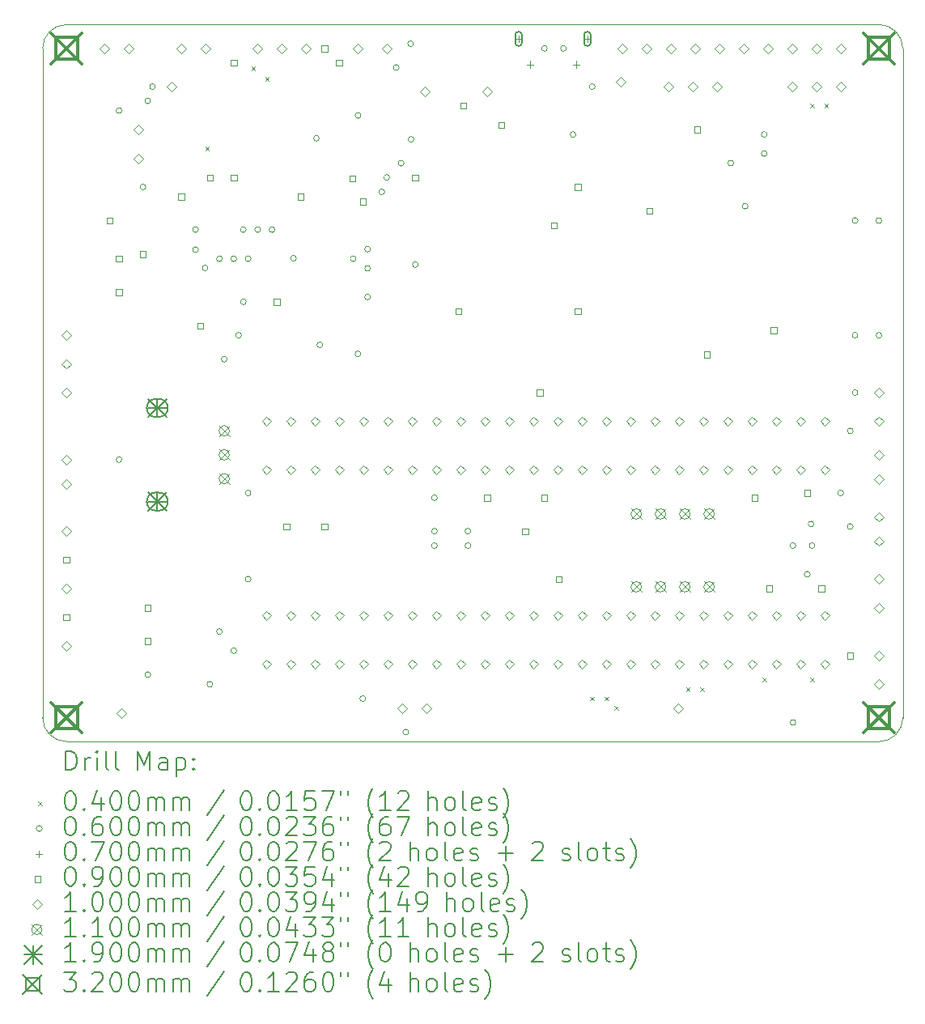
<source format=gbr>
%TF.GenerationSoftware,KiCad,Pcbnew,(7.0.0)*%
%TF.CreationDate,2023-04-14T02:26:39+02:00*%
%TF.ProjectId,EEE3088F_CKR,45454533-3038-4384-965f-434b522e6b69,0.2*%
%TF.SameCoordinates,Original*%
%TF.FileFunction,Drillmap*%
%TF.FilePolarity,Positive*%
%FSLAX45Y45*%
G04 Gerber Fmt 4.5, Leading zero omitted, Abs format (unit mm)*
G04 Created by KiCad (PCBNEW (7.0.0)) date 2023-04-14 02:26:39*
%MOMM*%
%LPD*%
G01*
G04 APERTURE LIST*
%ADD10C,0.100000*%
%ADD11C,0.200000*%
%ADD12C,0.040000*%
%ADD13C,0.060000*%
%ADD14C,0.070002*%
%ADD15C,0.090000*%
%ADD16C,0.110002*%
%ADD17C,0.190002*%
%ADD18C,0.320000*%
G04 APERTURE END LIST*
D10*
X19250000Y-10000000D02*
G75*
G03*
X19500000Y-9750000I0J250000D01*
G01*
X10750000Y-2500000D02*
G75*
G03*
X10500000Y-2750000I0J-250000D01*
G01*
X19500000Y-2750000D02*
G75*
G03*
X19250000Y-2500000I-250000J0D01*
G01*
X10500000Y-9750000D02*
X10500000Y-2750000D01*
X10750000Y-10000000D02*
X19250000Y-10000000D01*
X10500000Y-9750000D02*
G75*
G03*
X10750000Y-10000000I250000J0D01*
G01*
X19500000Y-2750000D02*
X19500000Y-9750000D01*
X10750000Y-2500000D02*
X19250000Y-2500000D01*
D11*
D12*
X12202480Y-3774760D02*
X12242480Y-3814760D01*
X12242480Y-3774760D02*
X12202480Y-3814760D01*
X12685080Y-2941640D02*
X12725080Y-2981640D01*
X12725080Y-2941640D02*
X12685080Y-2981640D01*
X12827320Y-3048320D02*
X12867320Y-3088320D01*
X12867320Y-3048320D02*
X12827320Y-3088320D01*
X16230000Y-9530000D02*
X16270000Y-9570000D01*
X16270000Y-9530000D02*
X16230000Y-9570000D01*
X16380000Y-9530000D02*
X16420000Y-9570000D01*
X16420000Y-9530000D02*
X16380000Y-9570000D01*
X16480000Y-9630000D02*
X16520000Y-9670000D01*
X16520000Y-9630000D02*
X16480000Y-9670000D01*
X17230000Y-9430000D02*
X17270000Y-9470000D01*
X17270000Y-9430000D02*
X17230000Y-9470000D01*
X17380000Y-9430000D02*
X17420000Y-9470000D01*
X17420000Y-9430000D02*
X17380000Y-9470000D01*
X18030000Y-9330000D02*
X18070000Y-9370000D01*
X18070000Y-9330000D02*
X18030000Y-9370000D01*
X18530000Y-3330000D02*
X18570000Y-3370000D01*
X18570000Y-3330000D02*
X18530000Y-3370000D01*
X18530000Y-9330000D02*
X18570000Y-9370000D01*
X18570000Y-9330000D02*
X18530000Y-9370000D01*
X18680000Y-3330000D02*
X18720000Y-3370000D01*
X18720000Y-3330000D02*
X18680000Y-3370000D01*
D13*
X11330000Y-3400000D02*
G75*
G03*
X11330000Y-3400000I-30000J0D01*
G01*
X11330000Y-7050000D02*
G75*
G03*
X11330000Y-7050000I-30000J0D01*
G01*
X11580000Y-4200000D02*
G75*
G03*
X11580000Y-4200000I-30000J0D01*
G01*
X11630000Y-3300000D02*
G75*
G03*
X11630000Y-3300000I-30000J0D01*
G01*
X11630000Y-9300000D02*
G75*
G03*
X11630000Y-9300000I-30000J0D01*
G01*
X11680000Y-3150000D02*
G75*
G03*
X11680000Y-3150000I-30000J0D01*
G01*
X12130000Y-4645050D02*
G75*
G03*
X12130000Y-4645050I-30000J0D01*
G01*
X12130000Y-4854950D02*
G75*
G03*
X12130000Y-4854950I-30000J0D01*
G01*
X12230000Y-5045050D02*
G75*
G03*
X12230000Y-5045050I-30000J0D01*
G01*
X12280000Y-9400000D02*
G75*
G03*
X12280000Y-9400000I-30000J0D01*
G01*
X12380000Y-4950000D02*
G75*
G03*
X12380000Y-4950000I-30000J0D01*
G01*
X12380000Y-8850000D02*
G75*
G03*
X12380000Y-8850000I-30000J0D01*
G01*
X12430000Y-6000000D02*
G75*
G03*
X12430000Y-6000000I-30000J0D01*
G01*
X12530000Y-4950000D02*
G75*
G03*
X12530000Y-4950000I-30000J0D01*
G01*
X12530000Y-9050000D02*
G75*
G03*
X12530000Y-9050000I-30000J0D01*
G01*
X12580000Y-5750000D02*
G75*
G03*
X12580000Y-5750000I-30000J0D01*
G01*
X12630000Y-4645050D02*
G75*
G03*
X12630000Y-4645050I-30000J0D01*
G01*
X12630000Y-5400000D02*
G75*
G03*
X12630000Y-5400000I-30000J0D01*
G01*
X12680000Y-4950000D02*
G75*
G03*
X12680000Y-4950000I-30000J0D01*
G01*
X12680000Y-7400000D02*
G75*
G03*
X12680000Y-7400000I-30000J0D01*
G01*
X12680000Y-8300000D02*
G75*
G03*
X12680000Y-8300000I-30000J0D01*
G01*
X12780000Y-4645050D02*
G75*
G03*
X12780000Y-4645050I-30000J0D01*
G01*
X12930000Y-4645050D02*
G75*
G03*
X12930000Y-4645050I-30000J0D01*
G01*
X13155000Y-4944950D02*
G75*
G03*
X13155000Y-4944950I-30000J0D01*
G01*
X13394975Y-3689975D02*
G75*
G03*
X13394975Y-3689975I-30000J0D01*
G01*
X13430000Y-5850000D02*
G75*
G03*
X13430000Y-5850000I-30000J0D01*
G01*
X13780000Y-4950000D02*
G75*
G03*
X13780000Y-4950000I-30000J0D01*
G01*
X13830000Y-3450000D02*
G75*
G03*
X13830000Y-3450000I-30000J0D01*
G01*
X13830000Y-5944950D02*
G75*
G03*
X13830000Y-5944950I-30000J0D01*
G01*
X13880000Y-9550000D02*
G75*
G03*
X13880000Y-9550000I-30000J0D01*
G01*
X13930000Y-4850000D02*
G75*
G03*
X13930000Y-4850000I-30000J0D01*
G01*
X13930000Y-5050000D02*
G75*
G03*
X13930000Y-5050000I-30000J0D01*
G01*
X13930000Y-5350000D02*
G75*
G03*
X13930000Y-5350000I-30000J0D01*
G01*
X14080000Y-4250000D02*
G75*
G03*
X14080000Y-4250000I-30000J0D01*
G01*
X14130000Y-4100000D02*
G75*
G03*
X14130000Y-4100000I-30000J0D01*
G01*
X14230000Y-2950000D02*
G75*
G03*
X14230000Y-2950000I-30000J0D01*
G01*
X14280000Y-3950000D02*
G75*
G03*
X14280000Y-3950000I-30000J0D01*
G01*
X14330000Y-9900000D02*
G75*
G03*
X14330000Y-9900000I-30000J0D01*
G01*
X14380000Y-2700000D02*
G75*
G03*
X14380000Y-2700000I-30000J0D01*
G01*
X14384950Y-3700000D02*
G75*
G03*
X14384950Y-3700000I-30000J0D01*
G01*
X14430000Y-5009950D02*
G75*
G03*
X14430000Y-5009950I-30000J0D01*
G01*
X14630000Y-7450000D02*
G75*
G03*
X14630000Y-7450000I-30000J0D01*
G01*
X14630000Y-7800000D02*
G75*
G03*
X14630000Y-7800000I-30000J0D01*
G01*
X14630000Y-7950000D02*
G75*
G03*
X14630000Y-7950000I-30000J0D01*
G01*
X14980000Y-7800000D02*
G75*
G03*
X14980000Y-7800000I-30000J0D01*
G01*
X14980000Y-7950000D02*
G75*
G03*
X14980000Y-7950000I-30000J0D01*
G01*
X15780000Y-2750000D02*
G75*
G03*
X15780000Y-2750000I-30000J0D01*
G01*
X15980000Y-2750000D02*
G75*
G03*
X15980000Y-2750000I-30000J0D01*
G01*
X16080000Y-3650000D02*
G75*
G03*
X16080000Y-3650000I-30000J0D01*
G01*
X16280000Y-3150000D02*
G75*
G03*
X16280000Y-3150000I-30000J0D01*
G01*
X17730000Y-3950000D02*
G75*
G03*
X17730000Y-3950000I-30000J0D01*
G01*
X17880000Y-4400000D02*
G75*
G03*
X17880000Y-4400000I-30000J0D01*
G01*
X18080000Y-3650000D02*
G75*
G03*
X18080000Y-3650000I-30000J0D01*
G01*
X18080000Y-3850000D02*
G75*
G03*
X18080000Y-3850000I-30000J0D01*
G01*
X18380000Y-7950000D02*
G75*
G03*
X18380000Y-7950000I-30000J0D01*
G01*
X18380000Y-9800000D02*
G75*
G03*
X18380000Y-9800000I-30000J0D01*
G01*
X18530000Y-8250000D02*
G75*
G03*
X18530000Y-8250000I-30000J0D01*
G01*
X18569835Y-7724114D02*
G75*
G03*
X18569835Y-7724114I-30000J0D01*
G01*
X18580000Y-7950000D02*
G75*
G03*
X18580000Y-7950000I-30000J0D01*
G01*
X18880000Y-7400000D02*
G75*
G03*
X18880000Y-7400000I-30000J0D01*
G01*
X18980000Y-6750000D02*
G75*
G03*
X18980000Y-6750000I-30000J0D01*
G01*
X18980000Y-7750000D02*
G75*
G03*
X18980000Y-7750000I-30000J0D01*
G01*
X19030000Y-4550000D02*
G75*
G03*
X19030000Y-4550000I-30000J0D01*
G01*
X19030000Y-5750000D02*
G75*
G03*
X19030000Y-5750000I-30000J0D01*
G01*
X19030000Y-6350000D02*
G75*
G03*
X19030000Y-6350000I-30000J0D01*
G01*
X19280000Y-4550000D02*
G75*
G03*
X19280000Y-4550000I-30000J0D01*
G01*
X19280000Y-5750000D02*
G75*
G03*
X19280000Y-5750000I-30000J0D01*
G01*
D14*
X15480010Y-2614999D02*
X15480010Y-2685001D01*
X15445009Y-2650000D02*
X15515011Y-2650000D01*
D11*
X15515011Y-2690005D02*
X15515011Y-2609995D01*
X15515011Y-2609995D02*
G75*
G03*
X15445009Y-2609995I-35001J0D01*
G01*
X15445009Y-2609995D02*
X15445009Y-2690005D01*
X15445009Y-2690005D02*
G75*
G03*
X15515011Y-2690005I35001J0D01*
G01*
D14*
X15597511Y-2882004D02*
X15597511Y-2952006D01*
X15562510Y-2917005D02*
X15632512Y-2917005D01*
X16082499Y-2882004D02*
X16082499Y-2952006D01*
X16047498Y-2917005D02*
X16117501Y-2917005D01*
X16200000Y-2614999D02*
X16200000Y-2685001D01*
X16164999Y-2650000D02*
X16235001Y-2650000D01*
D11*
X16235001Y-2690005D02*
X16235001Y-2609995D01*
X16235001Y-2609995D02*
G75*
G03*
X16164999Y-2609995I-35001J0D01*
G01*
X16164999Y-2609995D02*
X16164999Y-2690005D01*
X16164999Y-2690005D02*
G75*
G03*
X16235001Y-2690005I35001J0D01*
G01*
D15*
X10781820Y-8131820D02*
X10781820Y-8068180D01*
X10718180Y-8068180D01*
X10718180Y-8131820D01*
X10781820Y-8131820D01*
X10781820Y-8731820D02*
X10781820Y-8668180D01*
X10718180Y-8668180D01*
X10718180Y-8731820D01*
X10781820Y-8731820D01*
X11231820Y-4581820D02*
X11231820Y-4518180D01*
X11168180Y-4518180D01*
X11168180Y-4581820D01*
X11231820Y-4581820D01*
X11331820Y-4981820D02*
X11331820Y-4918180D01*
X11268180Y-4918180D01*
X11268180Y-4981820D01*
X11331820Y-4981820D01*
X11331820Y-5331820D02*
X11331820Y-5268180D01*
X11268180Y-5268180D01*
X11268180Y-5331820D01*
X11331820Y-5331820D01*
X11581820Y-4931820D02*
X11581820Y-4868180D01*
X11518180Y-4868180D01*
X11518180Y-4931820D01*
X11581820Y-4931820D01*
X11631820Y-8631820D02*
X11631820Y-8568180D01*
X11568180Y-8568180D01*
X11568180Y-8631820D01*
X11631820Y-8631820D01*
X11631820Y-8981820D02*
X11631820Y-8918180D01*
X11568180Y-8918180D01*
X11568180Y-8981820D01*
X11631820Y-8981820D01*
X11981820Y-4331820D02*
X11981820Y-4268180D01*
X11918180Y-4268180D01*
X11918180Y-4331820D01*
X11981820Y-4331820D01*
X12181820Y-5681820D02*
X12181820Y-5618180D01*
X12118180Y-5618180D01*
X12118180Y-5681820D01*
X12181820Y-5681820D01*
X12281820Y-4131820D02*
X12281820Y-4068180D01*
X12218180Y-4068180D01*
X12218180Y-4131820D01*
X12281820Y-4131820D01*
X12531820Y-2931820D02*
X12531820Y-2868180D01*
X12468180Y-2868180D01*
X12468180Y-2931820D01*
X12531820Y-2931820D01*
X12531820Y-4131820D02*
X12531820Y-4068180D01*
X12468180Y-4068180D01*
X12468180Y-4131820D01*
X12531820Y-4131820D01*
X12981820Y-5431820D02*
X12981820Y-5368180D01*
X12918180Y-5368180D01*
X12918180Y-5431820D01*
X12981820Y-5431820D01*
X13081820Y-7781820D02*
X13081820Y-7718180D01*
X13018180Y-7718180D01*
X13018180Y-7781820D01*
X13081820Y-7781820D01*
X13231820Y-4331820D02*
X13231820Y-4268180D01*
X13168180Y-4268180D01*
X13168180Y-4331820D01*
X13231820Y-4331820D01*
X13481820Y-2781820D02*
X13481820Y-2718180D01*
X13418180Y-2718180D01*
X13418180Y-2781820D01*
X13481820Y-2781820D01*
X13481820Y-7781820D02*
X13481820Y-7718180D01*
X13418180Y-7718180D01*
X13418180Y-7781820D01*
X13481820Y-7781820D01*
X13631820Y-2931820D02*
X13631820Y-2868180D01*
X13568180Y-2868180D01*
X13568180Y-2931820D01*
X13631820Y-2931820D01*
X13772003Y-4141638D02*
X13772003Y-4077997D01*
X13708362Y-4077997D01*
X13708362Y-4141638D01*
X13772003Y-4141638D01*
X13881820Y-4381820D02*
X13881820Y-4318180D01*
X13818180Y-4318180D01*
X13818180Y-4381820D01*
X13881820Y-4381820D01*
X14431820Y-4131820D02*
X14431820Y-4068180D01*
X14368180Y-4068180D01*
X14368180Y-4131820D01*
X14431820Y-4131820D01*
X14881820Y-5531820D02*
X14881820Y-5468180D01*
X14818180Y-5468180D01*
X14818180Y-5531820D01*
X14881820Y-5531820D01*
X14931820Y-3381820D02*
X14931820Y-3318180D01*
X14868180Y-3318180D01*
X14868180Y-3381820D01*
X14931820Y-3381820D01*
X15181820Y-7481820D02*
X15181820Y-7418180D01*
X15118180Y-7418180D01*
X15118180Y-7481820D01*
X15181820Y-7481820D01*
X15331820Y-3581820D02*
X15331820Y-3518180D01*
X15268180Y-3518180D01*
X15268180Y-3581820D01*
X15331820Y-3581820D01*
X15581820Y-7831820D02*
X15581820Y-7768180D01*
X15518180Y-7768180D01*
X15518180Y-7831820D01*
X15581820Y-7831820D01*
X15731820Y-6381820D02*
X15731820Y-6318180D01*
X15668180Y-6318180D01*
X15668180Y-6381820D01*
X15731820Y-6381820D01*
X15781820Y-7481820D02*
X15781820Y-7418180D01*
X15718180Y-7418180D01*
X15718180Y-7481820D01*
X15781820Y-7481820D01*
X15881820Y-4631820D02*
X15881820Y-4568180D01*
X15818180Y-4568180D01*
X15818180Y-4631820D01*
X15881820Y-4631820D01*
X15931820Y-8331820D02*
X15931820Y-8268180D01*
X15868180Y-8268180D01*
X15868180Y-8331820D01*
X15931820Y-8331820D01*
X16131820Y-4231820D02*
X16131820Y-4168180D01*
X16068180Y-4168180D01*
X16068180Y-4231820D01*
X16131820Y-4231820D01*
X16131820Y-5531820D02*
X16131820Y-5468180D01*
X16068180Y-5468180D01*
X16068180Y-5531820D01*
X16131820Y-5531820D01*
X16881820Y-4481820D02*
X16881820Y-4418180D01*
X16818180Y-4418180D01*
X16818180Y-4481820D01*
X16881820Y-4481820D01*
X17381820Y-3631820D02*
X17381820Y-3568180D01*
X17318180Y-3568180D01*
X17318180Y-3631820D01*
X17381820Y-3631820D01*
X17481820Y-5981820D02*
X17481820Y-5918180D01*
X17418180Y-5918180D01*
X17418180Y-5981820D01*
X17481820Y-5981820D01*
X17981820Y-7481820D02*
X17981820Y-7418180D01*
X17918180Y-7418180D01*
X17918180Y-7481820D01*
X17981820Y-7481820D01*
X18131820Y-8431820D02*
X18131820Y-8368180D01*
X18068180Y-8368180D01*
X18068180Y-8431820D01*
X18131820Y-8431820D01*
X18181820Y-5731820D02*
X18181820Y-5668180D01*
X18118180Y-5668180D01*
X18118180Y-5731820D01*
X18181820Y-5731820D01*
X18531820Y-7431820D02*
X18531820Y-7368180D01*
X18468180Y-7368180D01*
X18468180Y-7431820D01*
X18531820Y-7431820D01*
X18681820Y-8431820D02*
X18681820Y-8368180D01*
X18618180Y-8368180D01*
X18618180Y-8431820D01*
X18681820Y-8431820D01*
X18981820Y-9131820D02*
X18981820Y-9068180D01*
X18918180Y-9068180D01*
X18918180Y-9131820D01*
X18981820Y-9131820D01*
D10*
X10750000Y-5800000D02*
X10800000Y-5750000D01*
X10750000Y-5700000D01*
X10700000Y-5750000D01*
X10750000Y-5800000D01*
X10750000Y-6100000D02*
X10800000Y-6050000D01*
X10750000Y-6000000D01*
X10700000Y-6050000D01*
X10750000Y-6100000D01*
X10750000Y-6400000D02*
X10800000Y-6350000D01*
X10750000Y-6300000D01*
X10700000Y-6350000D01*
X10750000Y-6400000D01*
X10750000Y-7100000D02*
X10800000Y-7050000D01*
X10750000Y-7000000D01*
X10700000Y-7050000D01*
X10750000Y-7100000D01*
X10750000Y-7354000D02*
X10800000Y-7304000D01*
X10750000Y-7254000D01*
X10700000Y-7304000D01*
X10750000Y-7354000D01*
X10750000Y-7850000D02*
X10800000Y-7800000D01*
X10750000Y-7750000D01*
X10700000Y-7800000D01*
X10750000Y-7850000D01*
X10750000Y-8450000D02*
X10800000Y-8400000D01*
X10750000Y-8350000D01*
X10700000Y-8400000D01*
X10750000Y-8450000D01*
X10750000Y-9050000D02*
X10800000Y-9000000D01*
X10750000Y-8950000D01*
X10700000Y-9000000D01*
X10750000Y-9050000D01*
X11150000Y-2800000D02*
X11200000Y-2750000D01*
X11150000Y-2700000D01*
X11100000Y-2750000D01*
X11150000Y-2800000D01*
X11325337Y-9750000D02*
X11375337Y-9700000D01*
X11325337Y-9650000D01*
X11275337Y-9700000D01*
X11325337Y-9750000D01*
X11404000Y-2800000D02*
X11454000Y-2750000D01*
X11404000Y-2700000D01*
X11354000Y-2750000D01*
X11404000Y-2800000D01*
X11500000Y-3650000D02*
X11550000Y-3600000D01*
X11500000Y-3550000D01*
X11450000Y-3600000D01*
X11500000Y-3650000D01*
X11500000Y-3950000D02*
X11550000Y-3900000D01*
X11500000Y-3850000D01*
X11450000Y-3900000D01*
X11500000Y-3950000D01*
X11850000Y-3200000D02*
X11900000Y-3150000D01*
X11850000Y-3100000D01*
X11800000Y-3150000D01*
X11850000Y-3200000D01*
X11950000Y-2800000D02*
X12000000Y-2750000D01*
X11950000Y-2700000D01*
X11900000Y-2750000D01*
X11950000Y-2800000D01*
X12204000Y-2800000D02*
X12254000Y-2750000D01*
X12204000Y-2700000D01*
X12154000Y-2750000D01*
X12204000Y-2800000D01*
X12750000Y-2800000D02*
X12800000Y-2750000D01*
X12750000Y-2700000D01*
X12700000Y-2750000D01*
X12750000Y-2800000D01*
X12844000Y-6700000D02*
X12894000Y-6650000D01*
X12844000Y-6600000D01*
X12794000Y-6650000D01*
X12844000Y-6700000D01*
X12844000Y-7208000D02*
X12894000Y-7158000D01*
X12844000Y-7108000D01*
X12794000Y-7158000D01*
X12844000Y-7208000D01*
X12844000Y-8732000D02*
X12894000Y-8682000D01*
X12844000Y-8632000D01*
X12794000Y-8682000D01*
X12844000Y-8732000D01*
X12844000Y-9240000D02*
X12894000Y-9190000D01*
X12844000Y-9140000D01*
X12794000Y-9190000D01*
X12844000Y-9240000D01*
X13004000Y-2800000D02*
X13054000Y-2750000D01*
X13004000Y-2700000D01*
X12954000Y-2750000D01*
X13004000Y-2800000D01*
X13098000Y-6700000D02*
X13148000Y-6650000D01*
X13098000Y-6600000D01*
X13048000Y-6650000D01*
X13098000Y-6700000D01*
X13098000Y-7208000D02*
X13148000Y-7158000D01*
X13098000Y-7108000D01*
X13048000Y-7158000D01*
X13098000Y-7208000D01*
X13098000Y-8732000D02*
X13148000Y-8682000D01*
X13098000Y-8632000D01*
X13048000Y-8682000D01*
X13098000Y-8732000D01*
X13098000Y-9240000D02*
X13148000Y-9190000D01*
X13098000Y-9140000D01*
X13048000Y-9190000D01*
X13098000Y-9240000D01*
X13258000Y-2800000D02*
X13308000Y-2750000D01*
X13258000Y-2700000D01*
X13208000Y-2750000D01*
X13258000Y-2800000D01*
X13352000Y-6700000D02*
X13402000Y-6650000D01*
X13352000Y-6600000D01*
X13302000Y-6650000D01*
X13352000Y-6700000D01*
X13352000Y-7208000D02*
X13402000Y-7158000D01*
X13352000Y-7108000D01*
X13302000Y-7158000D01*
X13352000Y-7208000D01*
X13352000Y-8732000D02*
X13402000Y-8682000D01*
X13352000Y-8632000D01*
X13302000Y-8682000D01*
X13352000Y-8732000D01*
X13352000Y-9240000D02*
X13402000Y-9190000D01*
X13352000Y-9140000D01*
X13302000Y-9190000D01*
X13352000Y-9240000D01*
X13606000Y-6700000D02*
X13656000Y-6650000D01*
X13606000Y-6600000D01*
X13556000Y-6650000D01*
X13606000Y-6700000D01*
X13606000Y-7208000D02*
X13656000Y-7158000D01*
X13606000Y-7108000D01*
X13556000Y-7158000D01*
X13606000Y-7208000D01*
X13606000Y-8732000D02*
X13656000Y-8682000D01*
X13606000Y-8632000D01*
X13556000Y-8682000D01*
X13606000Y-8732000D01*
X13606000Y-9240000D02*
X13656000Y-9190000D01*
X13606000Y-9140000D01*
X13556000Y-9190000D01*
X13606000Y-9240000D01*
X13800000Y-2800000D02*
X13850000Y-2750000D01*
X13800000Y-2700000D01*
X13750000Y-2750000D01*
X13800000Y-2800000D01*
X13860000Y-6700000D02*
X13910000Y-6650000D01*
X13860000Y-6600000D01*
X13810000Y-6650000D01*
X13860000Y-6700000D01*
X13860000Y-7208000D02*
X13910000Y-7158000D01*
X13860000Y-7108000D01*
X13810000Y-7158000D01*
X13860000Y-7208000D01*
X13860000Y-8732000D02*
X13910000Y-8682000D01*
X13860000Y-8632000D01*
X13810000Y-8682000D01*
X13860000Y-8732000D01*
X13860000Y-9240000D02*
X13910000Y-9190000D01*
X13860000Y-9140000D01*
X13810000Y-9190000D01*
X13860000Y-9240000D01*
X14100000Y-2800000D02*
X14150000Y-2750000D01*
X14100000Y-2700000D01*
X14050000Y-2750000D01*
X14100000Y-2800000D01*
X14114000Y-6700000D02*
X14164000Y-6650000D01*
X14114000Y-6600000D01*
X14064000Y-6650000D01*
X14114000Y-6700000D01*
X14114000Y-7208000D02*
X14164000Y-7158000D01*
X14114000Y-7108000D01*
X14064000Y-7158000D01*
X14114000Y-7208000D01*
X14114000Y-8732000D02*
X14164000Y-8682000D01*
X14114000Y-8632000D01*
X14064000Y-8682000D01*
X14114000Y-8732000D01*
X14114000Y-9240000D02*
X14164000Y-9190000D01*
X14114000Y-9140000D01*
X14064000Y-9190000D01*
X14114000Y-9240000D01*
X14263337Y-9700000D02*
X14313337Y-9650000D01*
X14263337Y-9600000D01*
X14213337Y-9650000D01*
X14263337Y-9700000D01*
X14368000Y-6700000D02*
X14418000Y-6650000D01*
X14368000Y-6600000D01*
X14318000Y-6650000D01*
X14368000Y-6700000D01*
X14368000Y-7208000D02*
X14418000Y-7158000D01*
X14368000Y-7108000D01*
X14318000Y-7158000D01*
X14368000Y-7208000D01*
X14368000Y-8732000D02*
X14418000Y-8682000D01*
X14368000Y-8632000D01*
X14318000Y-8682000D01*
X14368000Y-8732000D01*
X14368000Y-9240000D02*
X14418000Y-9190000D01*
X14368000Y-9140000D01*
X14318000Y-9190000D01*
X14368000Y-9240000D01*
X14500000Y-3250000D02*
X14550000Y-3200000D01*
X14500000Y-3150000D01*
X14450000Y-3200000D01*
X14500000Y-3250000D01*
X14517337Y-9700000D02*
X14567337Y-9650000D01*
X14517337Y-9600000D01*
X14467337Y-9650000D01*
X14517337Y-9700000D01*
X14622000Y-6700000D02*
X14672000Y-6650000D01*
X14622000Y-6600000D01*
X14572000Y-6650000D01*
X14622000Y-6700000D01*
X14622000Y-7208000D02*
X14672000Y-7158000D01*
X14622000Y-7108000D01*
X14572000Y-7158000D01*
X14622000Y-7208000D01*
X14622000Y-8732000D02*
X14672000Y-8682000D01*
X14622000Y-8632000D01*
X14572000Y-8682000D01*
X14622000Y-8732000D01*
X14622000Y-9240000D02*
X14672000Y-9190000D01*
X14622000Y-9140000D01*
X14572000Y-9190000D01*
X14622000Y-9240000D01*
X14876000Y-6700000D02*
X14926000Y-6650000D01*
X14876000Y-6600000D01*
X14826000Y-6650000D01*
X14876000Y-6700000D01*
X14876000Y-7208000D02*
X14926000Y-7158000D01*
X14876000Y-7108000D01*
X14826000Y-7158000D01*
X14876000Y-7208000D01*
X14876000Y-8732000D02*
X14926000Y-8682000D01*
X14876000Y-8632000D01*
X14826000Y-8682000D01*
X14876000Y-8732000D01*
X14876000Y-9240000D02*
X14926000Y-9190000D01*
X14876000Y-9140000D01*
X14826000Y-9190000D01*
X14876000Y-9240000D01*
X15130000Y-6700000D02*
X15180000Y-6650000D01*
X15130000Y-6600000D01*
X15080000Y-6650000D01*
X15130000Y-6700000D01*
X15130000Y-7208000D02*
X15180000Y-7158000D01*
X15130000Y-7108000D01*
X15080000Y-7158000D01*
X15130000Y-7208000D01*
X15130000Y-8732000D02*
X15180000Y-8682000D01*
X15130000Y-8632000D01*
X15080000Y-8682000D01*
X15130000Y-8732000D01*
X15130000Y-9240000D02*
X15180000Y-9190000D01*
X15130000Y-9140000D01*
X15080000Y-9190000D01*
X15130000Y-9240000D01*
X15150000Y-3250000D02*
X15200000Y-3200000D01*
X15150000Y-3150000D01*
X15100000Y-3200000D01*
X15150000Y-3250000D01*
X15384000Y-6700000D02*
X15434000Y-6650000D01*
X15384000Y-6600000D01*
X15334000Y-6650000D01*
X15384000Y-6700000D01*
X15384000Y-7208000D02*
X15434000Y-7158000D01*
X15384000Y-7108000D01*
X15334000Y-7158000D01*
X15384000Y-7208000D01*
X15384000Y-8732000D02*
X15434000Y-8682000D01*
X15384000Y-8632000D01*
X15334000Y-8682000D01*
X15384000Y-8732000D01*
X15384000Y-9240000D02*
X15434000Y-9190000D01*
X15384000Y-9140000D01*
X15334000Y-9190000D01*
X15384000Y-9240000D01*
X15638000Y-6700000D02*
X15688000Y-6650000D01*
X15638000Y-6600000D01*
X15588000Y-6650000D01*
X15638000Y-6700000D01*
X15638000Y-7208000D02*
X15688000Y-7158000D01*
X15638000Y-7108000D01*
X15588000Y-7158000D01*
X15638000Y-7208000D01*
X15638000Y-8732000D02*
X15688000Y-8682000D01*
X15638000Y-8632000D01*
X15588000Y-8682000D01*
X15638000Y-8732000D01*
X15638000Y-9240000D02*
X15688000Y-9190000D01*
X15638000Y-9140000D01*
X15588000Y-9190000D01*
X15638000Y-9240000D01*
X15892000Y-6700000D02*
X15942000Y-6650000D01*
X15892000Y-6600000D01*
X15842000Y-6650000D01*
X15892000Y-6700000D01*
X15892000Y-7208000D02*
X15942000Y-7158000D01*
X15892000Y-7108000D01*
X15842000Y-7158000D01*
X15892000Y-7208000D01*
X15892000Y-8732000D02*
X15942000Y-8682000D01*
X15892000Y-8632000D01*
X15842000Y-8682000D01*
X15892000Y-8732000D01*
X15892000Y-9240000D02*
X15942000Y-9190000D01*
X15892000Y-9140000D01*
X15842000Y-9190000D01*
X15892000Y-9240000D01*
X16146000Y-6700000D02*
X16196000Y-6650000D01*
X16146000Y-6600000D01*
X16096000Y-6650000D01*
X16146000Y-6700000D01*
X16146000Y-7208000D02*
X16196000Y-7158000D01*
X16146000Y-7108000D01*
X16096000Y-7158000D01*
X16146000Y-7208000D01*
X16146000Y-8732000D02*
X16196000Y-8682000D01*
X16146000Y-8632000D01*
X16096000Y-8682000D01*
X16146000Y-8732000D01*
X16146000Y-9240000D02*
X16196000Y-9190000D01*
X16146000Y-9140000D01*
X16096000Y-9190000D01*
X16146000Y-9240000D01*
X16400000Y-6700000D02*
X16450000Y-6650000D01*
X16400000Y-6600000D01*
X16350000Y-6650000D01*
X16400000Y-6700000D01*
X16400000Y-7208000D02*
X16450000Y-7158000D01*
X16400000Y-7108000D01*
X16350000Y-7158000D01*
X16400000Y-7208000D01*
X16400000Y-8732000D02*
X16450000Y-8682000D01*
X16400000Y-8632000D01*
X16350000Y-8682000D01*
X16400000Y-8732000D01*
X16400000Y-9240000D02*
X16450000Y-9190000D01*
X16400000Y-9140000D01*
X16350000Y-9190000D01*
X16400000Y-9240000D01*
X16550000Y-3150000D02*
X16600000Y-3100000D01*
X16550000Y-3050000D01*
X16500000Y-3100000D01*
X16550000Y-3150000D01*
X16564000Y-2800000D02*
X16614000Y-2750000D01*
X16564000Y-2700000D01*
X16514000Y-2750000D01*
X16564000Y-2800000D01*
X16654000Y-6700000D02*
X16704000Y-6650000D01*
X16654000Y-6600000D01*
X16604000Y-6650000D01*
X16654000Y-6700000D01*
X16654000Y-7208000D02*
X16704000Y-7158000D01*
X16654000Y-7108000D01*
X16604000Y-7158000D01*
X16654000Y-7208000D01*
X16654000Y-8732000D02*
X16704000Y-8682000D01*
X16654000Y-8632000D01*
X16604000Y-8682000D01*
X16654000Y-8732000D01*
X16654000Y-9240000D02*
X16704000Y-9190000D01*
X16654000Y-9140000D01*
X16604000Y-9190000D01*
X16654000Y-9240000D01*
X16818000Y-2800000D02*
X16868000Y-2750000D01*
X16818000Y-2700000D01*
X16768000Y-2750000D01*
X16818000Y-2800000D01*
X16908000Y-6700000D02*
X16958000Y-6650000D01*
X16908000Y-6600000D01*
X16858000Y-6650000D01*
X16908000Y-6700000D01*
X16908000Y-7208000D02*
X16958000Y-7158000D01*
X16908000Y-7108000D01*
X16858000Y-7158000D01*
X16908000Y-7208000D01*
X16908000Y-8732000D02*
X16958000Y-8682000D01*
X16908000Y-8632000D01*
X16858000Y-8682000D01*
X16908000Y-8732000D01*
X16908000Y-9240000D02*
X16958000Y-9190000D01*
X16908000Y-9140000D01*
X16858000Y-9190000D01*
X16908000Y-9240000D01*
X17046000Y-3200000D02*
X17096000Y-3150000D01*
X17046000Y-3100000D01*
X16996000Y-3150000D01*
X17046000Y-3200000D01*
X17072000Y-2800000D02*
X17122000Y-2750000D01*
X17072000Y-2700000D01*
X17022000Y-2750000D01*
X17072000Y-2800000D01*
X17150000Y-9700000D02*
X17200000Y-9650000D01*
X17150000Y-9600000D01*
X17100000Y-9650000D01*
X17150000Y-9700000D01*
X17162000Y-6700000D02*
X17212000Y-6650000D01*
X17162000Y-6600000D01*
X17112000Y-6650000D01*
X17162000Y-6700000D01*
X17162000Y-7208000D02*
X17212000Y-7158000D01*
X17162000Y-7108000D01*
X17112000Y-7158000D01*
X17162000Y-7208000D01*
X17162000Y-8732000D02*
X17212000Y-8682000D01*
X17162000Y-8632000D01*
X17112000Y-8682000D01*
X17162000Y-8732000D01*
X17162000Y-9240000D02*
X17212000Y-9190000D01*
X17162000Y-9140000D01*
X17112000Y-9190000D01*
X17162000Y-9240000D01*
X17300000Y-3200000D02*
X17350000Y-3150000D01*
X17300000Y-3100000D01*
X17250000Y-3150000D01*
X17300000Y-3200000D01*
X17326000Y-2800000D02*
X17376000Y-2750000D01*
X17326000Y-2700000D01*
X17276000Y-2750000D01*
X17326000Y-2800000D01*
X17416000Y-6700000D02*
X17466000Y-6650000D01*
X17416000Y-6600000D01*
X17366000Y-6650000D01*
X17416000Y-6700000D01*
X17416000Y-7208000D02*
X17466000Y-7158000D01*
X17416000Y-7108000D01*
X17366000Y-7158000D01*
X17416000Y-7208000D01*
X17416000Y-8732000D02*
X17466000Y-8682000D01*
X17416000Y-8632000D01*
X17366000Y-8682000D01*
X17416000Y-8732000D01*
X17416000Y-9240000D02*
X17466000Y-9190000D01*
X17416000Y-9140000D01*
X17366000Y-9190000D01*
X17416000Y-9240000D01*
X17554000Y-3200000D02*
X17604000Y-3150000D01*
X17554000Y-3100000D01*
X17504000Y-3150000D01*
X17554000Y-3200000D01*
X17580000Y-2800000D02*
X17630000Y-2750000D01*
X17580000Y-2700000D01*
X17530000Y-2750000D01*
X17580000Y-2800000D01*
X17670000Y-6700000D02*
X17720000Y-6650000D01*
X17670000Y-6600000D01*
X17620000Y-6650000D01*
X17670000Y-6700000D01*
X17670000Y-7208000D02*
X17720000Y-7158000D01*
X17670000Y-7108000D01*
X17620000Y-7158000D01*
X17670000Y-7208000D01*
X17670000Y-8732000D02*
X17720000Y-8682000D01*
X17670000Y-8632000D01*
X17620000Y-8682000D01*
X17670000Y-8732000D01*
X17670000Y-9240000D02*
X17720000Y-9190000D01*
X17670000Y-9140000D01*
X17620000Y-9190000D01*
X17670000Y-9240000D01*
X17834000Y-2800000D02*
X17884000Y-2750000D01*
X17834000Y-2700000D01*
X17784000Y-2750000D01*
X17834000Y-2800000D01*
X17924000Y-6700000D02*
X17974000Y-6650000D01*
X17924000Y-6600000D01*
X17874000Y-6650000D01*
X17924000Y-6700000D01*
X17924000Y-7208000D02*
X17974000Y-7158000D01*
X17924000Y-7108000D01*
X17874000Y-7158000D01*
X17924000Y-7208000D01*
X17924000Y-8732000D02*
X17974000Y-8682000D01*
X17924000Y-8632000D01*
X17874000Y-8682000D01*
X17924000Y-8732000D01*
X17924000Y-9240000D02*
X17974000Y-9190000D01*
X17924000Y-9140000D01*
X17874000Y-9190000D01*
X17924000Y-9240000D01*
X18088000Y-2800000D02*
X18138000Y-2750000D01*
X18088000Y-2700000D01*
X18038000Y-2750000D01*
X18088000Y-2800000D01*
X18178000Y-6700000D02*
X18228000Y-6650000D01*
X18178000Y-6600000D01*
X18128000Y-6650000D01*
X18178000Y-6700000D01*
X18178000Y-7208000D02*
X18228000Y-7158000D01*
X18178000Y-7108000D01*
X18128000Y-7158000D01*
X18178000Y-7208000D01*
X18178000Y-8732000D02*
X18228000Y-8682000D01*
X18178000Y-8632000D01*
X18128000Y-8682000D01*
X18178000Y-8732000D01*
X18178000Y-9240000D02*
X18228000Y-9190000D01*
X18178000Y-9140000D01*
X18128000Y-9190000D01*
X18178000Y-9240000D01*
X18342000Y-2800000D02*
X18392000Y-2750000D01*
X18342000Y-2700000D01*
X18292000Y-2750000D01*
X18342000Y-2800000D01*
X18342000Y-3200000D02*
X18392000Y-3150000D01*
X18342000Y-3100000D01*
X18292000Y-3150000D01*
X18342000Y-3200000D01*
X18432000Y-6700000D02*
X18482000Y-6650000D01*
X18432000Y-6600000D01*
X18382000Y-6650000D01*
X18432000Y-6700000D01*
X18432000Y-7208000D02*
X18482000Y-7158000D01*
X18432000Y-7108000D01*
X18382000Y-7158000D01*
X18432000Y-7208000D01*
X18432000Y-8732000D02*
X18482000Y-8682000D01*
X18432000Y-8632000D01*
X18382000Y-8682000D01*
X18432000Y-8732000D01*
X18432000Y-9240000D02*
X18482000Y-9190000D01*
X18432000Y-9140000D01*
X18382000Y-9190000D01*
X18432000Y-9240000D01*
X18596000Y-2800000D02*
X18646000Y-2750000D01*
X18596000Y-2700000D01*
X18546000Y-2750000D01*
X18596000Y-2800000D01*
X18596000Y-3200000D02*
X18646000Y-3150000D01*
X18596000Y-3100000D01*
X18546000Y-3150000D01*
X18596000Y-3200000D01*
X18686000Y-6700000D02*
X18736000Y-6650000D01*
X18686000Y-6600000D01*
X18636000Y-6650000D01*
X18686000Y-6700000D01*
X18686000Y-7208000D02*
X18736000Y-7158000D01*
X18686000Y-7108000D01*
X18636000Y-7158000D01*
X18686000Y-7208000D01*
X18686000Y-8732000D02*
X18736000Y-8682000D01*
X18686000Y-8632000D01*
X18636000Y-8682000D01*
X18686000Y-8732000D01*
X18686000Y-9240000D02*
X18736000Y-9190000D01*
X18686000Y-9140000D01*
X18636000Y-9190000D01*
X18686000Y-9240000D01*
X18850000Y-2800000D02*
X18900000Y-2750000D01*
X18850000Y-2700000D01*
X18800000Y-2750000D01*
X18850000Y-2800000D01*
X18850000Y-3200000D02*
X18900000Y-3150000D01*
X18850000Y-3100000D01*
X18800000Y-3150000D01*
X18850000Y-3200000D01*
X19250000Y-6400000D02*
X19300000Y-6350000D01*
X19250000Y-6300000D01*
X19200000Y-6350000D01*
X19250000Y-6400000D01*
X19250000Y-6700000D02*
X19300000Y-6650000D01*
X19250000Y-6600000D01*
X19200000Y-6650000D01*
X19250000Y-6700000D01*
X19250000Y-7050000D02*
X19300000Y-7000000D01*
X19250000Y-6950000D01*
X19200000Y-7000000D01*
X19250000Y-7050000D01*
X19250000Y-7304000D02*
X19300000Y-7254000D01*
X19250000Y-7204000D01*
X19200000Y-7254000D01*
X19250000Y-7304000D01*
X19250000Y-7700000D02*
X19300000Y-7650000D01*
X19250000Y-7600000D01*
X19200000Y-7650000D01*
X19250000Y-7700000D01*
X19250000Y-7954000D02*
X19300000Y-7904000D01*
X19250000Y-7854000D01*
X19200000Y-7904000D01*
X19250000Y-7954000D01*
X19250000Y-8350000D02*
X19300000Y-8300000D01*
X19250000Y-8250000D01*
X19200000Y-8300000D01*
X19250000Y-8350000D01*
X19250000Y-8650000D02*
X19300000Y-8600000D01*
X19250000Y-8550000D01*
X19200000Y-8600000D01*
X19250000Y-8650000D01*
X19250000Y-9150000D02*
X19300000Y-9100000D01*
X19250000Y-9050000D01*
X19200000Y-9100000D01*
X19250000Y-9150000D01*
X19250000Y-9450000D02*
X19300000Y-9400000D01*
X19250000Y-9350000D01*
X19200000Y-9400000D01*
X19250000Y-9450000D01*
D16*
X12344999Y-6695011D02*
X12455001Y-6805014D01*
X12455001Y-6695011D02*
X12344999Y-6805014D01*
X12455001Y-6750013D02*
G75*
G03*
X12455001Y-6750013I-55001J0D01*
G01*
X12344999Y-6944999D02*
X12455001Y-7055001D01*
X12455001Y-6944999D02*
X12344999Y-7055001D01*
X12455001Y-7000000D02*
G75*
G03*
X12455001Y-7000000I-55001J0D01*
G01*
X12344999Y-7195011D02*
X12455001Y-7305014D01*
X12455001Y-7195011D02*
X12344999Y-7305014D01*
X12455001Y-7250013D02*
G75*
G03*
X12455001Y-7250013I-55001J0D01*
G01*
X16655998Y-7563998D02*
X16766000Y-7674000D01*
X16766000Y-7563998D02*
X16655998Y-7674000D01*
X16766000Y-7618999D02*
G75*
G03*
X16766000Y-7618999I-55001J0D01*
G01*
X16655998Y-8326000D02*
X16766000Y-8436002D01*
X16766000Y-8326000D02*
X16655998Y-8436002D01*
X16766000Y-8381001D02*
G75*
G03*
X16766000Y-8381001I-55001J0D01*
G01*
X16909999Y-7563998D02*
X17020001Y-7674000D01*
X17020001Y-7563998D02*
X16909999Y-7674000D01*
X17020001Y-7618999D02*
G75*
G03*
X17020001Y-7618999I-55001J0D01*
G01*
X16909999Y-8326000D02*
X17020001Y-8436002D01*
X17020001Y-8326000D02*
X16909999Y-8436002D01*
X17020001Y-8381001D02*
G75*
G03*
X17020001Y-8381001I-55001J0D01*
G01*
X17163999Y-7563998D02*
X17274002Y-7674000D01*
X17274002Y-7563998D02*
X17163999Y-7674000D01*
X17274002Y-7618999D02*
G75*
G03*
X17274002Y-7618999I-55001J0D01*
G01*
X17163999Y-8326000D02*
X17274002Y-8436002D01*
X17274002Y-8326000D02*
X17163999Y-8436002D01*
X17274002Y-8381001D02*
G75*
G03*
X17274002Y-8381001I-55001J0D01*
G01*
X17418000Y-7563998D02*
X17528002Y-7674000D01*
X17528002Y-7563998D02*
X17418000Y-7674000D01*
X17528002Y-7618999D02*
G75*
G03*
X17528002Y-7618999I-55001J0D01*
G01*
X17418000Y-8326000D02*
X17528002Y-8436002D01*
X17528002Y-8326000D02*
X17418000Y-8436002D01*
X17528002Y-8381001D02*
G75*
G03*
X17528002Y-8381001I-55001J0D01*
G01*
D17*
X11604999Y-6415006D02*
X11795001Y-6605009D01*
X11795001Y-6415006D02*
X11604999Y-6605009D01*
X11700000Y-6415006D02*
X11700000Y-6605009D01*
X11604999Y-6510008D02*
X11795001Y-6510008D01*
D11*
X11685000Y-6605009D02*
X11715000Y-6605009D01*
X11715000Y-6605009D02*
G75*
G03*
X11715000Y-6415006I0J95001D01*
G01*
X11715000Y-6415006D02*
X11685000Y-6415006D01*
X11685000Y-6415006D02*
G75*
G03*
X11685000Y-6605009I0J-95001D01*
G01*
D17*
X11604999Y-7394991D02*
X11795001Y-7584994D01*
X11795001Y-7394991D02*
X11604999Y-7584994D01*
X11700000Y-7394991D02*
X11700000Y-7584994D01*
X11604999Y-7489992D02*
X11795001Y-7489992D01*
D11*
X11685000Y-7584994D02*
X11715000Y-7584994D01*
X11715000Y-7584994D02*
G75*
G03*
X11715000Y-7394991I0J95001D01*
G01*
X11715000Y-7394991D02*
X11685000Y-7394991D01*
X11685000Y-7394991D02*
G75*
G03*
X11685000Y-7584994I0J-95001D01*
G01*
D18*
X10590000Y-2590000D02*
X10910000Y-2910000D01*
X10910000Y-2590000D02*
X10590000Y-2910000D01*
X10863138Y-2863138D02*
X10863138Y-2636862D01*
X10636862Y-2636862D01*
X10636862Y-2863138D01*
X10863138Y-2863138D01*
X10590000Y-9590000D02*
X10910000Y-9910000D01*
X10910000Y-9590000D02*
X10590000Y-9910000D01*
X10863138Y-9863138D02*
X10863138Y-9636862D01*
X10636862Y-9636862D01*
X10636862Y-9863138D01*
X10863138Y-9863138D01*
X19090000Y-2590000D02*
X19410000Y-2910000D01*
X19410000Y-2590000D02*
X19090000Y-2910000D01*
X19363138Y-2863138D02*
X19363138Y-2636862D01*
X19136862Y-2636862D01*
X19136862Y-2863138D01*
X19363138Y-2863138D01*
X19090000Y-9590000D02*
X19410000Y-9910000D01*
X19410000Y-9590000D02*
X19090000Y-9910000D01*
X19363138Y-9863138D02*
X19363138Y-9636862D01*
X19136862Y-9636862D01*
X19136862Y-9863138D01*
X19363138Y-9863138D01*
D11*
X10742619Y-10298476D02*
X10742619Y-10098476D01*
X10742619Y-10098476D02*
X10790238Y-10098476D01*
X10790238Y-10098476D02*
X10818810Y-10108000D01*
X10818810Y-10108000D02*
X10837857Y-10127048D01*
X10837857Y-10127048D02*
X10847381Y-10146095D01*
X10847381Y-10146095D02*
X10856905Y-10184190D01*
X10856905Y-10184190D02*
X10856905Y-10212762D01*
X10856905Y-10212762D02*
X10847381Y-10250857D01*
X10847381Y-10250857D02*
X10837857Y-10269905D01*
X10837857Y-10269905D02*
X10818810Y-10288952D01*
X10818810Y-10288952D02*
X10790238Y-10298476D01*
X10790238Y-10298476D02*
X10742619Y-10298476D01*
X10942619Y-10298476D02*
X10942619Y-10165143D01*
X10942619Y-10203238D02*
X10952143Y-10184190D01*
X10952143Y-10184190D02*
X10961667Y-10174667D01*
X10961667Y-10174667D02*
X10980714Y-10165143D01*
X10980714Y-10165143D02*
X10999762Y-10165143D01*
X11066429Y-10298476D02*
X11066429Y-10165143D01*
X11066429Y-10098476D02*
X11056905Y-10108000D01*
X11056905Y-10108000D02*
X11066429Y-10117524D01*
X11066429Y-10117524D02*
X11075952Y-10108000D01*
X11075952Y-10108000D02*
X11066429Y-10098476D01*
X11066429Y-10098476D02*
X11066429Y-10117524D01*
X11190238Y-10298476D02*
X11171190Y-10288952D01*
X11171190Y-10288952D02*
X11161667Y-10269905D01*
X11161667Y-10269905D02*
X11161667Y-10098476D01*
X11295000Y-10298476D02*
X11275952Y-10288952D01*
X11275952Y-10288952D02*
X11266428Y-10269905D01*
X11266428Y-10269905D02*
X11266428Y-10098476D01*
X11491190Y-10298476D02*
X11491190Y-10098476D01*
X11491190Y-10098476D02*
X11557857Y-10241333D01*
X11557857Y-10241333D02*
X11624524Y-10098476D01*
X11624524Y-10098476D02*
X11624524Y-10298476D01*
X11805476Y-10298476D02*
X11805476Y-10193714D01*
X11805476Y-10193714D02*
X11795952Y-10174667D01*
X11795952Y-10174667D02*
X11776905Y-10165143D01*
X11776905Y-10165143D02*
X11738809Y-10165143D01*
X11738809Y-10165143D02*
X11719762Y-10174667D01*
X11805476Y-10288952D02*
X11786428Y-10298476D01*
X11786428Y-10298476D02*
X11738809Y-10298476D01*
X11738809Y-10298476D02*
X11719762Y-10288952D01*
X11719762Y-10288952D02*
X11710238Y-10269905D01*
X11710238Y-10269905D02*
X11710238Y-10250857D01*
X11710238Y-10250857D02*
X11719762Y-10231810D01*
X11719762Y-10231810D02*
X11738809Y-10222286D01*
X11738809Y-10222286D02*
X11786428Y-10222286D01*
X11786428Y-10222286D02*
X11805476Y-10212762D01*
X11900714Y-10165143D02*
X11900714Y-10365143D01*
X11900714Y-10174667D02*
X11919762Y-10165143D01*
X11919762Y-10165143D02*
X11957857Y-10165143D01*
X11957857Y-10165143D02*
X11976905Y-10174667D01*
X11976905Y-10174667D02*
X11986428Y-10184190D01*
X11986428Y-10184190D02*
X11995952Y-10203238D01*
X11995952Y-10203238D02*
X11995952Y-10260381D01*
X11995952Y-10260381D02*
X11986428Y-10279429D01*
X11986428Y-10279429D02*
X11976905Y-10288952D01*
X11976905Y-10288952D02*
X11957857Y-10298476D01*
X11957857Y-10298476D02*
X11919762Y-10298476D01*
X11919762Y-10298476D02*
X11900714Y-10288952D01*
X12081667Y-10279429D02*
X12091190Y-10288952D01*
X12091190Y-10288952D02*
X12081667Y-10298476D01*
X12081667Y-10298476D02*
X12072143Y-10288952D01*
X12072143Y-10288952D02*
X12081667Y-10279429D01*
X12081667Y-10279429D02*
X12081667Y-10298476D01*
X12081667Y-10174667D02*
X12091190Y-10184190D01*
X12091190Y-10184190D02*
X12081667Y-10193714D01*
X12081667Y-10193714D02*
X12072143Y-10184190D01*
X12072143Y-10184190D02*
X12081667Y-10174667D01*
X12081667Y-10174667D02*
X12081667Y-10193714D01*
D12*
X10455000Y-10625000D02*
X10495000Y-10665000D01*
X10495000Y-10625000D02*
X10455000Y-10665000D01*
D11*
X10780714Y-10518476D02*
X10799762Y-10518476D01*
X10799762Y-10518476D02*
X10818810Y-10528000D01*
X10818810Y-10528000D02*
X10828333Y-10537524D01*
X10828333Y-10537524D02*
X10837857Y-10556571D01*
X10837857Y-10556571D02*
X10847381Y-10594667D01*
X10847381Y-10594667D02*
X10847381Y-10642286D01*
X10847381Y-10642286D02*
X10837857Y-10680381D01*
X10837857Y-10680381D02*
X10828333Y-10699429D01*
X10828333Y-10699429D02*
X10818810Y-10708952D01*
X10818810Y-10708952D02*
X10799762Y-10718476D01*
X10799762Y-10718476D02*
X10780714Y-10718476D01*
X10780714Y-10718476D02*
X10761667Y-10708952D01*
X10761667Y-10708952D02*
X10752143Y-10699429D01*
X10752143Y-10699429D02*
X10742619Y-10680381D01*
X10742619Y-10680381D02*
X10733095Y-10642286D01*
X10733095Y-10642286D02*
X10733095Y-10594667D01*
X10733095Y-10594667D02*
X10742619Y-10556571D01*
X10742619Y-10556571D02*
X10752143Y-10537524D01*
X10752143Y-10537524D02*
X10761667Y-10528000D01*
X10761667Y-10528000D02*
X10780714Y-10518476D01*
X10933095Y-10699429D02*
X10942619Y-10708952D01*
X10942619Y-10708952D02*
X10933095Y-10718476D01*
X10933095Y-10718476D02*
X10923571Y-10708952D01*
X10923571Y-10708952D02*
X10933095Y-10699429D01*
X10933095Y-10699429D02*
X10933095Y-10718476D01*
X11114048Y-10585143D02*
X11114048Y-10718476D01*
X11066429Y-10508952D02*
X11018810Y-10651810D01*
X11018810Y-10651810D02*
X11142619Y-10651810D01*
X11256905Y-10518476D02*
X11275952Y-10518476D01*
X11275952Y-10518476D02*
X11295000Y-10528000D01*
X11295000Y-10528000D02*
X11304524Y-10537524D01*
X11304524Y-10537524D02*
X11314048Y-10556571D01*
X11314048Y-10556571D02*
X11323571Y-10594667D01*
X11323571Y-10594667D02*
X11323571Y-10642286D01*
X11323571Y-10642286D02*
X11314048Y-10680381D01*
X11314048Y-10680381D02*
X11304524Y-10699429D01*
X11304524Y-10699429D02*
X11295000Y-10708952D01*
X11295000Y-10708952D02*
X11275952Y-10718476D01*
X11275952Y-10718476D02*
X11256905Y-10718476D01*
X11256905Y-10718476D02*
X11237857Y-10708952D01*
X11237857Y-10708952D02*
X11228333Y-10699429D01*
X11228333Y-10699429D02*
X11218809Y-10680381D01*
X11218809Y-10680381D02*
X11209286Y-10642286D01*
X11209286Y-10642286D02*
X11209286Y-10594667D01*
X11209286Y-10594667D02*
X11218809Y-10556571D01*
X11218809Y-10556571D02*
X11228333Y-10537524D01*
X11228333Y-10537524D02*
X11237857Y-10528000D01*
X11237857Y-10528000D02*
X11256905Y-10518476D01*
X11447381Y-10518476D02*
X11466429Y-10518476D01*
X11466429Y-10518476D02*
X11485476Y-10528000D01*
X11485476Y-10528000D02*
X11495000Y-10537524D01*
X11495000Y-10537524D02*
X11504524Y-10556571D01*
X11504524Y-10556571D02*
X11514048Y-10594667D01*
X11514048Y-10594667D02*
X11514048Y-10642286D01*
X11514048Y-10642286D02*
X11504524Y-10680381D01*
X11504524Y-10680381D02*
X11495000Y-10699429D01*
X11495000Y-10699429D02*
X11485476Y-10708952D01*
X11485476Y-10708952D02*
X11466429Y-10718476D01*
X11466429Y-10718476D02*
X11447381Y-10718476D01*
X11447381Y-10718476D02*
X11428333Y-10708952D01*
X11428333Y-10708952D02*
X11418809Y-10699429D01*
X11418809Y-10699429D02*
X11409286Y-10680381D01*
X11409286Y-10680381D02*
X11399762Y-10642286D01*
X11399762Y-10642286D02*
X11399762Y-10594667D01*
X11399762Y-10594667D02*
X11409286Y-10556571D01*
X11409286Y-10556571D02*
X11418809Y-10537524D01*
X11418809Y-10537524D02*
X11428333Y-10528000D01*
X11428333Y-10528000D02*
X11447381Y-10518476D01*
X11599762Y-10718476D02*
X11599762Y-10585143D01*
X11599762Y-10604190D02*
X11609286Y-10594667D01*
X11609286Y-10594667D02*
X11628333Y-10585143D01*
X11628333Y-10585143D02*
X11656905Y-10585143D01*
X11656905Y-10585143D02*
X11675952Y-10594667D01*
X11675952Y-10594667D02*
X11685476Y-10613714D01*
X11685476Y-10613714D02*
X11685476Y-10718476D01*
X11685476Y-10613714D02*
X11695000Y-10594667D01*
X11695000Y-10594667D02*
X11714048Y-10585143D01*
X11714048Y-10585143D02*
X11742619Y-10585143D01*
X11742619Y-10585143D02*
X11761667Y-10594667D01*
X11761667Y-10594667D02*
X11771190Y-10613714D01*
X11771190Y-10613714D02*
X11771190Y-10718476D01*
X11866429Y-10718476D02*
X11866429Y-10585143D01*
X11866429Y-10604190D02*
X11875952Y-10594667D01*
X11875952Y-10594667D02*
X11895000Y-10585143D01*
X11895000Y-10585143D02*
X11923571Y-10585143D01*
X11923571Y-10585143D02*
X11942619Y-10594667D01*
X11942619Y-10594667D02*
X11952143Y-10613714D01*
X11952143Y-10613714D02*
X11952143Y-10718476D01*
X11952143Y-10613714D02*
X11961667Y-10594667D01*
X11961667Y-10594667D02*
X11980714Y-10585143D01*
X11980714Y-10585143D02*
X12009286Y-10585143D01*
X12009286Y-10585143D02*
X12028333Y-10594667D01*
X12028333Y-10594667D02*
X12037857Y-10613714D01*
X12037857Y-10613714D02*
X12037857Y-10718476D01*
X12395952Y-10508952D02*
X12224524Y-10766095D01*
X12620714Y-10518476D02*
X12639762Y-10518476D01*
X12639762Y-10518476D02*
X12658810Y-10528000D01*
X12658810Y-10528000D02*
X12668333Y-10537524D01*
X12668333Y-10537524D02*
X12677857Y-10556571D01*
X12677857Y-10556571D02*
X12687381Y-10594667D01*
X12687381Y-10594667D02*
X12687381Y-10642286D01*
X12687381Y-10642286D02*
X12677857Y-10680381D01*
X12677857Y-10680381D02*
X12668333Y-10699429D01*
X12668333Y-10699429D02*
X12658810Y-10708952D01*
X12658810Y-10708952D02*
X12639762Y-10718476D01*
X12639762Y-10718476D02*
X12620714Y-10718476D01*
X12620714Y-10718476D02*
X12601667Y-10708952D01*
X12601667Y-10708952D02*
X12592143Y-10699429D01*
X12592143Y-10699429D02*
X12582619Y-10680381D01*
X12582619Y-10680381D02*
X12573095Y-10642286D01*
X12573095Y-10642286D02*
X12573095Y-10594667D01*
X12573095Y-10594667D02*
X12582619Y-10556571D01*
X12582619Y-10556571D02*
X12592143Y-10537524D01*
X12592143Y-10537524D02*
X12601667Y-10528000D01*
X12601667Y-10528000D02*
X12620714Y-10518476D01*
X12773095Y-10699429D02*
X12782619Y-10708952D01*
X12782619Y-10708952D02*
X12773095Y-10718476D01*
X12773095Y-10718476D02*
X12763571Y-10708952D01*
X12763571Y-10708952D02*
X12773095Y-10699429D01*
X12773095Y-10699429D02*
X12773095Y-10718476D01*
X12906429Y-10518476D02*
X12925476Y-10518476D01*
X12925476Y-10518476D02*
X12944524Y-10528000D01*
X12944524Y-10528000D02*
X12954048Y-10537524D01*
X12954048Y-10537524D02*
X12963571Y-10556571D01*
X12963571Y-10556571D02*
X12973095Y-10594667D01*
X12973095Y-10594667D02*
X12973095Y-10642286D01*
X12973095Y-10642286D02*
X12963571Y-10680381D01*
X12963571Y-10680381D02*
X12954048Y-10699429D01*
X12954048Y-10699429D02*
X12944524Y-10708952D01*
X12944524Y-10708952D02*
X12925476Y-10718476D01*
X12925476Y-10718476D02*
X12906429Y-10718476D01*
X12906429Y-10718476D02*
X12887381Y-10708952D01*
X12887381Y-10708952D02*
X12877857Y-10699429D01*
X12877857Y-10699429D02*
X12868333Y-10680381D01*
X12868333Y-10680381D02*
X12858810Y-10642286D01*
X12858810Y-10642286D02*
X12858810Y-10594667D01*
X12858810Y-10594667D02*
X12868333Y-10556571D01*
X12868333Y-10556571D02*
X12877857Y-10537524D01*
X12877857Y-10537524D02*
X12887381Y-10528000D01*
X12887381Y-10528000D02*
X12906429Y-10518476D01*
X13163571Y-10718476D02*
X13049286Y-10718476D01*
X13106429Y-10718476D02*
X13106429Y-10518476D01*
X13106429Y-10518476D02*
X13087381Y-10547048D01*
X13087381Y-10547048D02*
X13068333Y-10566095D01*
X13068333Y-10566095D02*
X13049286Y-10575619D01*
X13344524Y-10518476D02*
X13249286Y-10518476D01*
X13249286Y-10518476D02*
X13239762Y-10613714D01*
X13239762Y-10613714D02*
X13249286Y-10604190D01*
X13249286Y-10604190D02*
X13268333Y-10594667D01*
X13268333Y-10594667D02*
X13315952Y-10594667D01*
X13315952Y-10594667D02*
X13335000Y-10604190D01*
X13335000Y-10604190D02*
X13344524Y-10613714D01*
X13344524Y-10613714D02*
X13354048Y-10632762D01*
X13354048Y-10632762D02*
X13354048Y-10680381D01*
X13354048Y-10680381D02*
X13344524Y-10699429D01*
X13344524Y-10699429D02*
X13335000Y-10708952D01*
X13335000Y-10708952D02*
X13315952Y-10718476D01*
X13315952Y-10718476D02*
X13268333Y-10718476D01*
X13268333Y-10718476D02*
X13249286Y-10708952D01*
X13249286Y-10708952D02*
X13239762Y-10699429D01*
X13420714Y-10518476D02*
X13554048Y-10518476D01*
X13554048Y-10518476D02*
X13468333Y-10718476D01*
X13620714Y-10518476D02*
X13620714Y-10556571D01*
X13696905Y-10518476D02*
X13696905Y-10556571D01*
X13959762Y-10794667D02*
X13950238Y-10785143D01*
X13950238Y-10785143D02*
X13931191Y-10756571D01*
X13931191Y-10756571D02*
X13921667Y-10737524D01*
X13921667Y-10737524D02*
X13912143Y-10708952D01*
X13912143Y-10708952D02*
X13902619Y-10661333D01*
X13902619Y-10661333D02*
X13902619Y-10623238D01*
X13902619Y-10623238D02*
X13912143Y-10575619D01*
X13912143Y-10575619D02*
X13921667Y-10547048D01*
X13921667Y-10547048D02*
X13931191Y-10528000D01*
X13931191Y-10528000D02*
X13950238Y-10499429D01*
X13950238Y-10499429D02*
X13959762Y-10489905D01*
X14140714Y-10718476D02*
X14026429Y-10718476D01*
X14083571Y-10718476D02*
X14083571Y-10518476D01*
X14083571Y-10518476D02*
X14064524Y-10547048D01*
X14064524Y-10547048D02*
X14045476Y-10566095D01*
X14045476Y-10566095D02*
X14026429Y-10575619D01*
X14216905Y-10537524D02*
X14226429Y-10528000D01*
X14226429Y-10528000D02*
X14245476Y-10518476D01*
X14245476Y-10518476D02*
X14293095Y-10518476D01*
X14293095Y-10518476D02*
X14312143Y-10528000D01*
X14312143Y-10528000D02*
X14321667Y-10537524D01*
X14321667Y-10537524D02*
X14331191Y-10556571D01*
X14331191Y-10556571D02*
X14331191Y-10575619D01*
X14331191Y-10575619D02*
X14321667Y-10604190D01*
X14321667Y-10604190D02*
X14207381Y-10718476D01*
X14207381Y-10718476D02*
X14331191Y-10718476D01*
X14536905Y-10718476D02*
X14536905Y-10518476D01*
X14622619Y-10718476D02*
X14622619Y-10613714D01*
X14622619Y-10613714D02*
X14613095Y-10594667D01*
X14613095Y-10594667D02*
X14594048Y-10585143D01*
X14594048Y-10585143D02*
X14565476Y-10585143D01*
X14565476Y-10585143D02*
X14546429Y-10594667D01*
X14546429Y-10594667D02*
X14536905Y-10604190D01*
X14746429Y-10718476D02*
X14727381Y-10708952D01*
X14727381Y-10708952D02*
X14717857Y-10699429D01*
X14717857Y-10699429D02*
X14708333Y-10680381D01*
X14708333Y-10680381D02*
X14708333Y-10623238D01*
X14708333Y-10623238D02*
X14717857Y-10604190D01*
X14717857Y-10604190D02*
X14727381Y-10594667D01*
X14727381Y-10594667D02*
X14746429Y-10585143D01*
X14746429Y-10585143D02*
X14775000Y-10585143D01*
X14775000Y-10585143D02*
X14794048Y-10594667D01*
X14794048Y-10594667D02*
X14803572Y-10604190D01*
X14803572Y-10604190D02*
X14813095Y-10623238D01*
X14813095Y-10623238D02*
X14813095Y-10680381D01*
X14813095Y-10680381D02*
X14803572Y-10699429D01*
X14803572Y-10699429D02*
X14794048Y-10708952D01*
X14794048Y-10708952D02*
X14775000Y-10718476D01*
X14775000Y-10718476D02*
X14746429Y-10718476D01*
X14927381Y-10718476D02*
X14908333Y-10708952D01*
X14908333Y-10708952D02*
X14898810Y-10689905D01*
X14898810Y-10689905D02*
X14898810Y-10518476D01*
X15079762Y-10708952D02*
X15060714Y-10718476D01*
X15060714Y-10718476D02*
X15022619Y-10718476D01*
X15022619Y-10718476D02*
X15003572Y-10708952D01*
X15003572Y-10708952D02*
X14994048Y-10689905D01*
X14994048Y-10689905D02*
X14994048Y-10613714D01*
X14994048Y-10613714D02*
X15003572Y-10594667D01*
X15003572Y-10594667D02*
X15022619Y-10585143D01*
X15022619Y-10585143D02*
X15060714Y-10585143D01*
X15060714Y-10585143D02*
X15079762Y-10594667D01*
X15079762Y-10594667D02*
X15089286Y-10613714D01*
X15089286Y-10613714D02*
X15089286Y-10632762D01*
X15089286Y-10632762D02*
X14994048Y-10651810D01*
X15165476Y-10708952D02*
X15184524Y-10718476D01*
X15184524Y-10718476D02*
X15222619Y-10718476D01*
X15222619Y-10718476D02*
X15241667Y-10708952D01*
X15241667Y-10708952D02*
X15251191Y-10689905D01*
X15251191Y-10689905D02*
X15251191Y-10680381D01*
X15251191Y-10680381D02*
X15241667Y-10661333D01*
X15241667Y-10661333D02*
X15222619Y-10651810D01*
X15222619Y-10651810D02*
X15194048Y-10651810D01*
X15194048Y-10651810D02*
X15175000Y-10642286D01*
X15175000Y-10642286D02*
X15165476Y-10623238D01*
X15165476Y-10623238D02*
X15165476Y-10613714D01*
X15165476Y-10613714D02*
X15175000Y-10594667D01*
X15175000Y-10594667D02*
X15194048Y-10585143D01*
X15194048Y-10585143D02*
X15222619Y-10585143D01*
X15222619Y-10585143D02*
X15241667Y-10594667D01*
X15317857Y-10794667D02*
X15327381Y-10785143D01*
X15327381Y-10785143D02*
X15346429Y-10756571D01*
X15346429Y-10756571D02*
X15355953Y-10737524D01*
X15355953Y-10737524D02*
X15365476Y-10708952D01*
X15365476Y-10708952D02*
X15375000Y-10661333D01*
X15375000Y-10661333D02*
X15375000Y-10623238D01*
X15375000Y-10623238D02*
X15365476Y-10575619D01*
X15365476Y-10575619D02*
X15355953Y-10547048D01*
X15355953Y-10547048D02*
X15346429Y-10528000D01*
X15346429Y-10528000D02*
X15327381Y-10499429D01*
X15327381Y-10499429D02*
X15317857Y-10489905D01*
D13*
X10495000Y-10909000D02*
G75*
G03*
X10495000Y-10909000I-30000J0D01*
G01*
D11*
X10780714Y-10782476D02*
X10799762Y-10782476D01*
X10799762Y-10782476D02*
X10818810Y-10792000D01*
X10818810Y-10792000D02*
X10828333Y-10801524D01*
X10828333Y-10801524D02*
X10837857Y-10820571D01*
X10837857Y-10820571D02*
X10847381Y-10858667D01*
X10847381Y-10858667D02*
X10847381Y-10906286D01*
X10847381Y-10906286D02*
X10837857Y-10944381D01*
X10837857Y-10944381D02*
X10828333Y-10963429D01*
X10828333Y-10963429D02*
X10818810Y-10972952D01*
X10818810Y-10972952D02*
X10799762Y-10982476D01*
X10799762Y-10982476D02*
X10780714Y-10982476D01*
X10780714Y-10982476D02*
X10761667Y-10972952D01*
X10761667Y-10972952D02*
X10752143Y-10963429D01*
X10752143Y-10963429D02*
X10742619Y-10944381D01*
X10742619Y-10944381D02*
X10733095Y-10906286D01*
X10733095Y-10906286D02*
X10733095Y-10858667D01*
X10733095Y-10858667D02*
X10742619Y-10820571D01*
X10742619Y-10820571D02*
X10752143Y-10801524D01*
X10752143Y-10801524D02*
X10761667Y-10792000D01*
X10761667Y-10792000D02*
X10780714Y-10782476D01*
X10933095Y-10963429D02*
X10942619Y-10972952D01*
X10942619Y-10972952D02*
X10933095Y-10982476D01*
X10933095Y-10982476D02*
X10923571Y-10972952D01*
X10923571Y-10972952D02*
X10933095Y-10963429D01*
X10933095Y-10963429D02*
X10933095Y-10982476D01*
X11114048Y-10782476D02*
X11075952Y-10782476D01*
X11075952Y-10782476D02*
X11056905Y-10792000D01*
X11056905Y-10792000D02*
X11047381Y-10801524D01*
X11047381Y-10801524D02*
X11028333Y-10830095D01*
X11028333Y-10830095D02*
X11018810Y-10868190D01*
X11018810Y-10868190D02*
X11018810Y-10944381D01*
X11018810Y-10944381D02*
X11028333Y-10963429D01*
X11028333Y-10963429D02*
X11037857Y-10972952D01*
X11037857Y-10972952D02*
X11056905Y-10982476D01*
X11056905Y-10982476D02*
X11095000Y-10982476D01*
X11095000Y-10982476D02*
X11114048Y-10972952D01*
X11114048Y-10972952D02*
X11123571Y-10963429D01*
X11123571Y-10963429D02*
X11133095Y-10944381D01*
X11133095Y-10944381D02*
X11133095Y-10896762D01*
X11133095Y-10896762D02*
X11123571Y-10877714D01*
X11123571Y-10877714D02*
X11114048Y-10868190D01*
X11114048Y-10868190D02*
X11095000Y-10858667D01*
X11095000Y-10858667D02*
X11056905Y-10858667D01*
X11056905Y-10858667D02*
X11037857Y-10868190D01*
X11037857Y-10868190D02*
X11028333Y-10877714D01*
X11028333Y-10877714D02*
X11018810Y-10896762D01*
X11256905Y-10782476D02*
X11275952Y-10782476D01*
X11275952Y-10782476D02*
X11295000Y-10792000D01*
X11295000Y-10792000D02*
X11304524Y-10801524D01*
X11304524Y-10801524D02*
X11314048Y-10820571D01*
X11314048Y-10820571D02*
X11323571Y-10858667D01*
X11323571Y-10858667D02*
X11323571Y-10906286D01*
X11323571Y-10906286D02*
X11314048Y-10944381D01*
X11314048Y-10944381D02*
X11304524Y-10963429D01*
X11304524Y-10963429D02*
X11295000Y-10972952D01*
X11295000Y-10972952D02*
X11275952Y-10982476D01*
X11275952Y-10982476D02*
X11256905Y-10982476D01*
X11256905Y-10982476D02*
X11237857Y-10972952D01*
X11237857Y-10972952D02*
X11228333Y-10963429D01*
X11228333Y-10963429D02*
X11218809Y-10944381D01*
X11218809Y-10944381D02*
X11209286Y-10906286D01*
X11209286Y-10906286D02*
X11209286Y-10858667D01*
X11209286Y-10858667D02*
X11218809Y-10820571D01*
X11218809Y-10820571D02*
X11228333Y-10801524D01*
X11228333Y-10801524D02*
X11237857Y-10792000D01*
X11237857Y-10792000D02*
X11256905Y-10782476D01*
X11447381Y-10782476D02*
X11466429Y-10782476D01*
X11466429Y-10782476D02*
X11485476Y-10792000D01*
X11485476Y-10792000D02*
X11495000Y-10801524D01*
X11495000Y-10801524D02*
X11504524Y-10820571D01*
X11504524Y-10820571D02*
X11514048Y-10858667D01*
X11514048Y-10858667D02*
X11514048Y-10906286D01*
X11514048Y-10906286D02*
X11504524Y-10944381D01*
X11504524Y-10944381D02*
X11495000Y-10963429D01*
X11495000Y-10963429D02*
X11485476Y-10972952D01*
X11485476Y-10972952D02*
X11466429Y-10982476D01*
X11466429Y-10982476D02*
X11447381Y-10982476D01*
X11447381Y-10982476D02*
X11428333Y-10972952D01*
X11428333Y-10972952D02*
X11418809Y-10963429D01*
X11418809Y-10963429D02*
X11409286Y-10944381D01*
X11409286Y-10944381D02*
X11399762Y-10906286D01*
X11399762Y-10906286D02*
X11399762Y-10858667D01*
X11399762Y-10858667D02*
X11409286Y-10820571D01*
X11409286Y-10820571D02*
X11418809Y-10801524D01*
X11418809Y-10801524D02*
X11428333Y-10792000D01*
X11428333Y-10792000D02*
X11447381Y-10782476D01*
X11599762Y-10982476D02*
X11599762Y-10849143D01*
X11599762Y-10868190D02*
X11609286Y-10858667D01*
X11609286Y-10858667D02*
X11628333Y-10849143D01*
X11628333Y-10849143D02*
X11656905Y-10849143D01*
X11656905Y-10849143D02*
X11675952Y-10858667D01*
X11675952Y-10858667D02*
X11685476Y-10877714D01*
X11685476Y-10877714D02*
X11685476Y-10982476D01*
X11685476Y-10877714D02*
X11695000Y-10858667D01*
X11695000Y-10858667D02*
X11714048Y-10849143D01*
X11714048Y-10849143D02*
X11742619Y-10849143D01*
X11742619Y-10849143D02*
X11761667Y-10858667D01*
X11761667Y-10858667D02*
X11771190Y-10877714D01*
X11771190Y-10877714D02*
X11771190Y-10982476D01*
X11866429Y-10982476D02*
X11866429Y-10849143D01*
X11866429Y-10868190D02*
X11875952Y-10858667D01*
X11875952Y-10858667D02*
X11895000Y-10849143D01*
X11895000Y-10849143D02*
X11923571Y-10849143D01*
X11923571Y-10849143D02*
X11942619Y-10858667D01*
X11942619Y-10858667D02*
X11952143Y-10877714D01*
X11952143Y-10877714D02*
X11952143Y-10982476D01*
X11952143Y-10877714D02*
X11961667Y-10858667D01*
X11961667Y-10858667D02*
X11980714Y-10849143D01*
X11980714Y-10849143D02*
X12009286Y-10849143D01*
X12009286Y-10849143D02*
X12028333Y-10858667D01*
X12028333Y-10858667D02*
X12037857Y-10877714D01*
X12037857Y-10877714D02*
X12037857Y-10982476D01*
X12395952Y-10772952D02*
X12224524Y-11030095D01*
X12620714Y-10782476D02*
X12639762Y-10782476D01*
X12639762Y-10782476D02*
X12658810Y-10792000D01*
X12658810Y-10792000D02*
X12668333Y-10801524D01*
X12668333Y-10801524D02*
X12677857Y-10820571D01*
X12677857Y-10820571D02*
X12687381Y-10858667D01*
X12687381Y-10858667D02*
X12687381Y-10906286D01*
X12687381Y-10906286D02*
X12677857Y-10944381D01*
X12677857Y-10944381D02*
X12668333Y-10963429D01*
X12668333Y-10963429D02*
X12658810Y-10972952D01*
X12658810Y-10972952D02*
X12639762Y-10982476D01*
X12639762Y-10982476D02*
X12620714Y-10982476D01*
X12620714Y-10982476D02*
X12601667Y-10972952D01*
X12601667Y-10972952D02*
X12592143Y-10963429D01*
X12592143Y-10963429D02*
X12582619Y-10944381D01*
X12582619Y-10944381D02*
X12573095Y-10906286D01*
X12573095Y-10906286D02*
X12573095Y-10858667D01*
X12573095Y-10858667D02*
X12582619Y-10820571D01*
X12582619Y-10820571D02*
X12592143Y-10801524D01*
X12592143Y-10801524D02*
X12601667Y-10792000D01*
X12601667Y-10792000D02*
X12620714Y-10782476D01*
X12773095Y-10963429D02*
X12782619Y-10972952D01*
X12782619Y-10972952D02*
X12773095Y-10982476D01*
X12773095Y-10982476D02*
X12763571Y-10972952D01*
X12763571Y-10972952D02*
X12773095Y-10963429D01*
X12773095Y-10963429D02*
X12773095Y-10982476D01*
X12906429Y-10782476D02*
X12925476Y-10782476D01*
X12925476Y-10782476D02*
X12944524Y-10792000D01*
X12944524Y-10792000D02*
X12954048Y-10801524D01*
X12954048Y-10801524D02*
X12963571Y-10820571D01*
X12963571Y-10820571D02*
X12973095Y-10858667D01*
X12973095Y-10858667D02*
X12973095Y-10906286D01*
X12973095Y-10906286D02*
X12963571Y-10944381D01*
X12963571Y-10944381D02*
X12954048Y-10963429D01*
X12954048Y-10963429D02*
X12944524Y-10972952D01*
X12944524Y-10972952D02*
X12925476Y-10982476D01*
X12925476Y-10982476D02*
X12906429Y-10982476D01*
X12906429Y-10982476D02*
X12887381Y-10972952D01*
X12887381Y-10972952D02*
X12877857Y-10963429D01*
X12877857Y-10963429D02*
X12868333Y-10944381D01*
X12868333Y-10944381D02*
X12858810Y-10906286D01*
X12858810Y-10906286D02*
X12858810Y-10858667D01*
X12858810Y-10858667D02*
X12868333Y-10820571D01*
X12868333Y-10820571D02*
X12877857Y-10801524D01*
X12877857Y-10801524D02*
X12887381Y-10792000D01*
X12887381Y-10792000D02*
X12906429Y-10782476D01*
X13049286Y-10801524D02*
X13058810Y-10792000D01*
X13058810Y-10792000D02*
X13077857Y-10782476D01*
X13077857Y-10782476D02*
X13125476Y-10782476D01*
X13125476Y-10782476D02*
X13144524Y-10792000D01*
X13144524Y-10792000D02*
X13154048Y-10801524D01*
X13154048Y-10801524D02*
X13163571Y-10820571D01*
X13163571Y-10820571D02*
X13163571Y-10839619D01*
X13163571Y-10839619D02*
X13154048Y-10868190D01*
X13154048Y-10868190D02*
X13039762Y-10982476D01*
X13039762Y-10982476D02*
X13163571Y-10982476D01*
X13230238Y-10782476D02*
X13354048Y-10782476D01*
X13354048Y-10782476D02*
X13287381Y-10858667D01*
X13287381Y-10858667D02*
X13315952Y-10858667D01*
X13315952Y-10858667D02*
X13335000Y-10868190D01*
X13335000Y-10868190D02*
X13344524Y-10877714D01*
X13344524Y-10877714D02*
X13354048Y-10896762D01*
X13354048Y-10896762D02*
X13354048Y-10944381D01*
X13354048Y-10944381D02*
X13344524Y-10963429D01*
X13344524Y-10963429D02*
X13335000Y-10972952D01*
X13335000Y-10972952D02*
X13315952Y-10982476D01*
X13315952Y-10982476D02*
X13258810Y-10982476D01*
X13258810Y-10982476D02*
X13239762Y-10972952D01*
X13239762Y-10972952D02*
X13230238Y-10963429D01*
X13525476Y-10782476D02*
X13487381Y-10782476D01*
X13487381Y-10782476D02*
X13468333Y-10792000D01*
X13468333Y-10792000D02*
X13458810Y-10801524D01*
X13458810Y-10801524D02*
X13439762Y-10830095D01*
X13439762Y-10830095D02*
X13430238Y-10868190D01*
X13430238Y-10868190D02*
X13430238Y-10944381D01*
X13430238Y-10944381D02*
X13439762Y-10963429D01*
X13439762Y-10963429D02*
X13449286Y-10972952D01*
X13449286Y-10972952D02*
X13468333Y-10982476D01*
X13468333Y-10982476D02*
X13506429Y-10982476D01*
X13506429Y-10982476D02*
X13525476Y-10972952D01*
X13525476Y-10972952D02*
X13535000Y-10963429D01*
X13535000Y-10963429D02*
X13544524Y-10944381D01*
X13544524Y-10944381D02*
X13544524Y-10896762D01*
X13544524Y-10896762D02*
X13535000Y-10877714D01*
X13535000Y-10877714D02*
X13525476Y-10868190D01*
X13525476Y-10868190D02*
X13506429Y-10858667D01*
X13506429Y-10858667D02*
X13468333Y-10858667D01*
X13468333Y-10858667D02*
X13449286Y-10868190D01*
X13449286Y-10868190D02*
X13439762Y-10877714D01*
X13439762Y-10877714D02*
X13430238Y-10896762D01*
X13620714Y-10782476D02*
X13620714Y-10820571D01*
X13696905Y-10782476D02*
X13696905Y-10820571D01*
X13959762Y-11058667D02*
X13950238Y-11049143D01*
X13950238Y-11049143D02*
X13931191Y-11020571D01*
X13931191Y-11020571D02*
X13921667Y-11001524D01*
X13921667Y-11001524D02*
X13912143Y-10972952D01*
X13912143Y-10972952D02*
X13902619Y-10925333D01*
X13902619Y-10925333D02*
X13902619Y-10887238D01*
X13902619Y-10887238D02*
X13912143Y-10839619D01*
X13912143Y-10839619D02*
X13921667Y-10811048D01*
X13921667Y-10811048D02*
X13931191Y-10792000D01*
X13931191Y-10792000D02*
X13950238Y-10763429D01*
X13950238Y-10763429D02*
X13959762Y-10753905D01*
X14121667Y-10782476D02*
X14083571Y-10782476D01*
X14083571Y-10782476D02*
X14064524Y-10792000D01*
X14064524Y-10792000D02*
X14055000Y-10801524D01*
X14055000Y-10801524D02*
X14035952Y-10830095D01*
X14035952Y-10830095D02*
X14026429Y-10868190D01*
X14026429Y-10868190D02*
X14026429Y-10944381D01*
X14026429Y-10944381D02*
X14035952Y-10963429D01*
X14035952Y-10963429D02*
X14045476Y-10972952D01*
X14045476Y-10972952D02*
X14064524Y-10982476D01*
X14064524Y-10982476D02*
X14102619Y-10982476D01*
X14102619Y-10982476D02*
X14121667Y-10972952D01*
X14121667Y-10972952D02*
X14131191Y-10963429D01*
X14131191Y-10963429D02*
X14140714Y-10944381D01*
X14140714Y-10944381D02*
X14140714Y-10896762D01*
X14140714Y-10896762D02*
X14131191Y-10877714D01*
X14131191Y-10877714D02*
X14121667Y-10868190D01*
X14121667Y-10868190D02*
X14102619Y-10858667D01*
X14102619Y-10858667D02*
X14064524Y-10858667D01*
X14064524Y-10858667D02*
X14045476Y-10868190D01*
X14045476Y-10868190D02*
X14035952Y-10877714D01*
X14035952Y-10877714D02*
X14026429Y-10896762D01*
X14207381Y-10782476D02*
X14340714Y-10782476D01*
X14340714Y-10782476D02*
X14255000Y-10982476D01*
X14536905Y-10982476D02*
X14536905Y-10782476D01*
X14622619Y-10982476D02*
X14622619Y-10877714D01*
X14622619Y-10877714D02*
X14613095Y-10858667D01*
X14613095Y-10858667D02*
X14594048Y-10849143D01*
X14594048Y-10849143D02*
X14565476Y-10849143D01*
X14565476Y-10849143D02*
X14546429Y-10858667D01*
X14546429Y-10858667D02*
X14536905Y-10868190D01*
X14746429Y-10982476D02*
X14727381Y-10972952D01*
X14727381Y-10972952D02*
X14717857Y-10963429D01*
X14717857Y-10963429D02*
X14708333Y-10944381D01*
X14708333Y-10944381D02*
X14708333Y-10887238D01*
X14708333Y-10887238D02*
X14717857Y-10868190D01*
X14717857Y-10868190D02*
X14727381Y-10858667D01*
X14727381Y-10858667D02*
X14746429Y-10849143D01*
X14746429Y-10849143D02*
X14775000Y-10849143D01*
X14775000Y-10849143D02*
X14794048Y-10858667D01*
X14794048Y-10858667D02*
X14803572Y-10868190D01*
X14803572Y-10868190D02*
X14813095Y-10887238D01*
X14813095Y-10887238D02*
X14813095Y-10944381D01*
X14813095Y-10944381D02*
X14803572Y-10963429D01*
X14803572Y-10963429D02*
X14794048Y-10972952D01*
X14794048Y-10972952D02*
X14775000Y-10982476D01*
X14775000Y-10982476D02*
X14746429Y-10982476D01*
X14927381Y-10982476D02*
X14908333Y-10972952D01*
X14908333Y-10972952D02*
X14898810Y-10953905D01*
X14898810Y-10953905D02*
X14898810Y-10782476D01*
X15079762Y-10972952D02*
X15060714Y-10982476D01*
X15060714Y-10982476D02*
X15022619Y-10982476D01*
X15022619Y-10982476D02*
X15003572Y-10972952D01*
X15003572Y-10972952D02*
X14994048Y-10953905D01*
X14994048Y-10953905D02*
X14994048Y-10877714D01*
X14994048Y-10877714D02*
X15003572Y-10858667D01*
X15003572Y-10858667D02*
X15022619Y-10849143D01*
X15022619Y-10849143D02*
X15060714Y-10849143D01*
X15060714Y-10849143D02*
X15079762Y-10858667D01*
X15079762Y-10858667D02*
X15089286Y-10877714D01*
X15089286Y-10877714D02*
X15089286Y-10896762D01*
X15089286Y-10896762D02*
X14994048Y-10915810D01*
X15165476Y-10972952D02*
X15184524Y-10982476D01*
X15184524Y-10982476D02*
X15222619Y-10982476D01*
X15222619Y-10982476D02*
X15241667Y-10972952D01*
X15241667Y-10972952D02*
X15251191Y-10953905D01*
X15251191Y-10953905D02*
X15251191Y-10944381D01*
X15251191Y-10944381D02*
X15241667Y-10925333D01*
X15241667Y-10925333D02*
X15222619Y-10915810D01*
X15222619Y-10915810D02*
X15194048Y-10915810D01*
X15194048Y-10915810D02*
X15175000Y-10906286D01*
X15175000Y-10906286D02*
X15165476Y-10887238D01*
X15165476Y-10887238D02*
X15165476Y-10877714D01*
X15165476Y-10877714D02*
X15175000Y-10858667D01*
X15175000Y-10858667D02*
X15194048Y-10849143D01*
X15194048Y-10849143D02*
X15222619Y-10849143D01*
X15222619Y-10849143D02*
X15241667Y-10858667D01*
X15317857Y-11058667D02*
X15327381Y-11049143D01*
X15327381Y-11049143D02*
X15346429Y-11020571D01*
X15346429Y-11020571D02*
X15355953Y-11001524D01*
X15355953Y-11001524D02*
X15365476Y-10972952D01*
X15365476Y-10972952D02*
X15375000Y-10925333D01*
X15375000Y-10925333D02*
X15375000Y-10887238D01*
X15375000Y-10887238D02*
X15365476Y-10839619D01*
X15365476Y-10839619D02*
X15355953Y-10811048D01*
X15355953Y-10811048D02*
X15346429Y-10792000D01*
X15346429Y-10792000D02*
X15327381Y-10763429D01*
X15327381Y-10763429D02*
X15317857Y-10753905D01*
D14*
X10459999Y-11137999D02*
X10459999Y-11208001D01*
X10424998Y-11173000D02*
X10495000Y-11173000D01*
D11*
X10780714Y-11046476D02*
X10799762Y-11046476D01*
X10799762Y-11046476D02*
X10818810Y-11056000D01*
X10818810Y-11056000D02*
X10828333Y-11065524D01*
X10828333Y-11065524D02*
X10837857Y-11084571D01*
X10837857Y-11084571D02*
X10847381Y-11122667D01*
X10847381Y-11122667D02*
X10847381Y-11170286D01*
X10847381Y-11170286D02*
X10837857Y-11208381D01*
X10837857Y-11208381D02*
X10828333Y-11227428D01*
X10828333Y-11227428D02*
X10818810Y-11236952D01*
X10818810Y-11236952D02*
X10799762Y-11246476D01*
X10799762Y-11246476D02*
X10780714Y-11246476D01*
X10780714Y-11246476D02*
X10761667Y-11236952D01*
X10761667Y-11236952D02*
X10752143Y-11227428D01*
X10752143Y-11227428D02*
X10742619Y-11208381D01*
X10742619Y-11208381D02*
X10733095Y-11170286D01*
X10733095Y-11170286D02*
X10733095Y-11122667D01*
X10733095Y-11122667D02*
X10742619Y-11084571D01*
X10742619Y-11084571D02*
X10752143Y-11065524D01*
X10752143Y-11065524D02*
X10761667Y-11056000D01*
X10761667Y-11056000D02*
X10780714Y-11046476D01*
X10933095Y-11227428D02*
X10942619Y-11236952D01*
X10942619Y-11236952D02*
X10933095Y-11246476D01*
X10933095Y-11246476D02*
X10923571Y-11236952D01*
X10923571Y-11236952D02*
X10933095Y-11227428D01*
X10933095Y-11227428D02*
X10933095Y-11246476D01*
X11009286Y-11046476D02*
X11142619Y-11046476D01*
X11142619Y-11046476D02*
X11056905Y-11246476D01*
X11256905Y-11046476D02*
X11275952Y-11046476D01*
X11275952Y-11046476D02*
X11295000Y-11056000D01*
X11295000Y-11056000D02*
X11304524Y-11065524D01*
X11304524Y-11065524D02*
X11314048Y-11084571D01*
X11314048Y-11084571D02*
X11323571Y-11122667D01*
X11323571Y-11122667D02*
X11323571Y-11170286D01*
X11323571Y-11170286D02*
X11314048Y-11208381D01*
X11314048Y-11208381D02*
X11304524Y-11227428D01*
X11304524Y-11227428D02*
X11295000Y-11236952D01*
X11295000Y-11236952D02*
X11275952Y-11246476D01*
X11275952Y-11246476D02*
X11256905Y-11246476D01*
X11256905Y-11246476D02*
X11237857Y-11236952D01*
X11237857Y-11236952D02*
X11228333Y-11227428D01*
X11228333Y-11227428D02*
X11218809Y-11208381D01*
X11218809Y-11208381D02*
X11209286Y-11170286D01*
X11209286Y-11170286D02*
X11209286Y-11122667D01*
X11209286Y-11122667D02*
X11218809Y-11084571D01*
X11218809Y-11084571D02*
X11228333Y-11065524D01*
X11228333Y-11065524D02*
X11237857Y-11056000D01*
X11237857Y-11056000D02*
X11256905Y-11046476D01*
X11447381Y-11046476D02*
X11466429Y-11046476D01*
X11466429Y-11046476D02*
X11485476Y-11056000D01*
X11485476Y-11056000D02*
X11495000Y-11065524D01*
X11495000Y-11065524D02*
X11504524Y-11084571D01*
X11504524Y-11084571D02*
X11514048Y-11122667D01*
X11514048Y-11122667D02*
X11514048Y-11170286D01*
X11514048Y-11170286D02*
X11504524Y-11208381D01*
X11504524Y-11208381D02*
X11495000Y-11227428D01*
X11495000Y-11227428D02*
X11485476Y-11236952D01*
X11485476Y-11236952D02*
X11466429Y-11246476D01*
X11466429Y-11246476D02*
X11447381Y-11246476D01*
X11447381Y-11246476D02*
X11428333Y-11236952D01*
X11428333Y-11236952D02*
X11418809Y-11227428D01*
X11418809Y-11227428D02*
X11409286Y-11208381D01*
X11409286Y-11208381D02*
X11399762Y-11170286D01*
X11399762Y-11170286D02*
X11399762Y-11122667D01*
X11399762Y-11122667D02*
X11409286Y-11084571D01*
X11409286Y-11084571D02*
X11418809Y-11065524D01*
X11418809Y-11065524D02*
X11428333Y-11056000D01*
X11428333Y-11056000D02*
X11447381Y-11046476D01*
X11599762Y-11246476D02*
X11599762Y-11113143D01*
X11599762Y-11132190D02*
X11609286Y-11122667D01*
X11609286Y-11122667D02*
X11628333Y-11113143D01*
X11628333Y-11113143D02*
X11656905Y-11113143D01*
X11656905Y-11113143D02*
X11675952Y-11122667D01*
X11675952Y-11122667D02*
X11685476Y-11141714D01*
X11685476Y-11141714D02*
X11685476Y-11246476D01*
X11685476Y-11141714D02*
X11695000Y-11122667D01*
X11695000Y-11122667D02*
X11714048Y-11113143D01*
X11714048Y-11113143D02*
X11742619Y-11113143D01*
X11742619Y-11113143D02*
X11761667Y-11122667D01*
X11761667Y-11122667D02*
X11771190Y-11141714D01*
X11771190Y-11141714D02*
X11771190Y-11246476D01*
X11866429Y-11246476D02*
X11866429Y-11113143D01*
X11866429Y-11132190D02*
X11875952Y-11122667D01*
X11875952Y-11122667D02*
X11895000Y-11113143D01*
X11895000Y-11113143D02*
X11923571Y-11113143D01*
X11923571Y-11113143D02*
X11942619Y-11122667D01*
X11942619Y-11122667D02*
X11952143Y-11141714D01*
X11952143Y-11141714D02*
X11952143Y-11246476D01*
X11952143Y-11141714D02*
X11961667Y-11122667D01*
X11961667Y-11122667D02*
X11980714Y-11113143D01*
X11980714Y-11113143D02*
X12009286Y-11113143D01*
X12009286Y-11113143D02*
X12028333Y-11122667D01*
X12028333Y-11122667D02*
X12037857Y-11141714D01*
X12037857Y-11141714D02*
X12037857Y-11246476D01*
X12395952Y-11036952D02*
X12224524Y-11294095D01*
X12620714Y-11046476D02*
X12639762Y-11046476D01*
X12639762Y-11046476D02*
X12658810Y-11056000D01*
X12658810Y-11056000D02*
X12668333Y-11065524D01*
X12668333Y-11065524D02*
X12677857Y-11084571D01*
X12677857Y-11084571D02*
X12687381Y-11122667D01*
X12687381Y-11122667D02*
X12687381Y-11170286D01*
X12687381Y-11170286D02*
X12677857Y-11208381D01*
X12677857Y-11208381D02*
X12668333Y-11227428D01*
X12668333Y-11227428D02*
X12658810Y-11236952D01*
X12658810Y-11236952D02*
X12639762Y-11246476D01*
X12639762Y-11246476D02*
X12620714Y-11246476D01*
X12620714Y-11246476D02*
X12601667Y-11236952D01*
X12601667Y-11236952D02*
X12592143Y-11227428D01*
X12592143Y-11227428D02*
X12582619Y-11208381D01*
X12582619Y-11208381D02*
X12573095Y-11170286D01*
X12573095Y-11170286D02*
X12573095Y-11122667D01*
X12573095Y-11122667D02*
X12582619Y-11084571D01*
X12582619Y-11084571D02*
X12592143Y-11065524D01*
X12592143Y-11065524D02*
X12601667Y-11056000D01*
X12601667Y-11056000D02*
X12620714Y-11046476D01*
X12773095Y-11227428D02*
X12782619Y-11236952D01*
X12782619Y-11236952D02*
X12773095Y-11246476D01*
X12773095Y-11246476D02*
X12763571Y-11236952D01*
X12763571Y-11236952D02*
X12773095Y-11227428D01*
X12773095Y-11227428D02*
X12773095Y-11246476D01*
X12906429Y-11046476D02*
X12925476Y-11046476D01*
X12925476Y-11046476D02*
X12944524Y-11056000D01*
X12944524Y-11056000D02*
X12954048Y-11065524D01*
X12954048Y-11065524D02*
X12963571Y-11084571D01*
X12963571Y-11084571D02*
X12973095Y-11122667D01*
X12973095Y-11122667D02*
X12973095Y-11170286D01*
X12973095Y-11170286D02*
X12963571Y-11208381D01*
X12963571Y-11208381D02*
X12954048Y-11227428D01*
X12954048Y-11227428D02*
X12944524Y-11236952D01*
X12944524Y-11236952D02*
X12925476Y-11246476D01*
X12925476Y-11246476D02*
X12906429Y-11246476D01*
X12906429Y-11246476D02*
X12887381Y-11236952D01*
X12887381Y-11236952D02*
X12877857Y-11227428D01*
X12877857Y-11227428D02*
X12868333Y-11208381D01*
X12868333Y-11208381D02*
X12858810Y-11170286D01*
X12858810Y-11170286D02*
X12858810Y-11122667D01*
X12858810Y-11122667D02*
X12868333Y-11084571D01*
X12868333Y-11084571D02*
X12877857Y-11065524D01*
X12877857Y-11065524D02*
X12887381Y-11056000D01*
X12887381Y-11056000D02*
X12906429Y-11046476D01*
X13049286Y-11065524D02*
X13058810Y-11056000D01*
X13058810Y-11056000D02*
X13077857Y-11046476D01*
X13077857Y-11046476D02*
X13125476Y-11046476D01*
X13125476Y-11046476D02*
X13144524Y-11056000D01*
X13144524Y-11056000D02*
X13154048Y-11065524D01*
X13154048Y-11065524D02*
X13163571Y-11084571D01*
X13163571Y-11084571D02*
X13163571Y-11103619D01*
X13163571Y-11103619D02*
X13154048Y-11132190D01*
X13154048Y-11132190D02*
X13039762Y-11246476D01*
X13039762Y-11246476D02*
X13163571Y-11246476D01*
X13230238Y-11046476D02*
X13363571Y-11046476D01*
X13363571Y-11046476D02*
X13277857Y-11246476D01*
X13525476Y-11046476D02*
X13487381Y-11046476D01*
X13487381Y-11046476D02*
X13468333Y-11056000D01*
X13468333Y-11056000D02*
X13458810Y-11065524D01*
X13458810Y-11065524D02*
X13439762Y-11094095D01*
X13439762Y-11094095D02*
X13430238Y-11132190D01*
X13430238Y-11132190D02*
X13430238Y-11208381D01*
X13430238Y-11208381D02*
X13439762Y-11227428D01*
X13439762Y-11227428D02*
X13449286Y-11236952D01*
X13449286Y-11236952D02*
X13468333Y-11246476D01*
X13468333Y-11246476D02*
X13506429Y-11246476D01*
X13506429Y-11246476D02*
X13525476Y-11236952D01*
X13525476Y-11236952D02*
X13535000Y-11227428D01*
X13535000Y-11227428D02*
X13544524Y-11208381D01*
X13544524Y-11208381D02*
X13544524Y-11160762D01*
X13544524Y-11160762D02*
X13535000Y-11141714D01*
X13535000Y-11141714D02*
X13525476Y-11132190D01*
X13525476Y-11132190D02*
X13506429Y-11122667D01*
X13506429Y-11122667D02*
X13468333Y-11122667D01*
X13468333Y-11122667D02*
X13449286Y-11132190D01*
X13449286Y-11132190D02*
X13439762Y-11141714D01*
X13439762Y-11141714D02*
X13430238Y-11160762D01*
X13620714Y-11046476D02*
X13620714Y-11084571D01*
X13696905Y-11046476D02*
X13696905Y-11084571D01*
X13959762Y-11322667D02*
X13950238Y-11313143D01*
X13950238Y-11313143D02*
X13931191Y-11284571D01*
X13931191Y-11284571D02*
X13921667Y-11265524D01*
X13921667Y-11265524D02*
X13912143Y-11236952D01*
X13912143Y-11236952D02*
X13902619Y-11189333D01*
X13902619Y-11189333D02*
X13902619Y-11151238D01*
X13902619Y-11151238D02*
X13912143Y-11103619D01*
X13912143Y-11103619D02*
X13921667Y-11075048D01*
X13921667Y-11075048D02*
X13931191Y-11056000D01*
X13931191Y-11056000D02*
X13950238Y-11027429D01*
X13950238Y-11027429D02*
X13959762Y-11017905D01*
X14026429Y-11065524D02*
X14035952Y-11056000D01*
X14035952Y-11056000D02*
X14055000Y-11046476D01*
X14055000Y-11046476D02*
X14102619Y-11046476D01*
X14102619Y-11046476D02*
X14121667Y-11056000D01*
X14121667Y-11056000D02*
X14131191Y-11065524D01*
X14131191Y-11065524D02*
X14140714Y-11084571D01*
X14140714Y-11084571D02*
X14140714Y-11103619D01*
X14140714Y-11103619D02*
X14131191Y-11132190D01*
X14131191Y-11132190D02*
X14016905Y-11246476D01*
X14016905Y-11246476D02*
X14140714Y-11246476D01*
X14346429Y-11246476D02*
X14346429Y-11046476D01*
X14432143Y-11246476D02*
X14432143Y-11141714D01*
X14432143Y-11141714D02*
X14422619Y-11122667D01*
X14422619Y-11122667D02*
X14403572Y-11113143D01*
X14403572Y-11113143D02*
X14375000Y-11113143D01*
X14375000Y-11113143D02*
X14355952Y-11122667D01*
X14355952Y-11122667D02*
X14346429Y-11132190D01*
X14555952Y-11246476D02*
X14536905Y-11236952D01*
X14536905Y-11236952D02*
X14527381Y-11227428D01*
X14527381Y-11227428D02*
X14517857Y-11208381D01*
X14517857Y-11208381D02*
X14517857Y-11151238D01*
X14517857Y-11151238D02*
X14527381Y-11132190D01*
X14527381Y-11132190D02*
X14536905Y-11122667D01*
X14536905Y-11122667D02*
X14555952Y-11113143D01*
X14555952Y-11113143D02*
X14584524Y-11113143D01*
X14584524Y-11113143D02*
X14603572Y-11122667D01*
X14603572Y-11122667D02*
X14613095Y-11132190D01*
X14613095Y-11132190D02*
X14622619Y-11151238D01*
X14622619Y-11151238D02*
X14622619Y-11208381D01*
X14622619Y-11208381D02*
X14613095Y-11227428D01*
X14613095Y-11227428D02*
X14603572Y-11236952D01*
X14603572Y-11236952D02*
X14584524Y-11246476D01*
X14584524Y-11246476D02*
X14555952Y-11246476D01*
X14736905Y-11246476D02*
X14717857Y-11236952D01*
X14717857Y-11236952D02*
X14708333Y-11217905D01*
X14708333Y-11217905D02*
X14708333Y-11046476D01*
X14889286Y-11236952D02*
X14870238Y-11246476D01*
X14870238Y-11246476D02*
X14832143Y-11246476D01*
X14832143Y-11246476D02*
X14813095Y-11236952D01*
X14813095Y-11236952D02*
X14803572Y-11217905D01*
X14803572Y-11217905D02*
X14803572Y-11141714D01*
X14803572Y-11141714D02*
X14813095Y-11122667D01*
X14813095Y-11122667D02*
X14832143Y-11113143D01*
X14832143Y-11113143D02*
X14870238Y-11113143D01*
X14870238Y-11113143D02*
X14889286Y-11122667D01*
X14889286Y-11122667D02*
X14898810Y-11141714D01*
X14898810Y-11141714D02*
X14898810Y-11160762D01*
X14898810Y-11160762D02*
X14803572Y-11179810D01*
X14975000Y-11236952D02*
X14994048Y-11246476D01*
X14994048Y-11246476D02*
X15032143Y-11246476D01*
X15032143Y-11246476D02*
X15051191Y-11236952D01*
X15051191Y-11236952D02*
X15060714Y-11217905D01*
X15060714Y-11217905D02*
X15060714Y-11208381D01*
X15060714Y-11208381D02*
X15051191Y-11189333D01*
X15051191Y-11189333D02*
X15032143Y-11179810D01*
X15032143Y-11179810D02*
X15003572Y-11179810D01*
X15003572Y-11179810D02*
X14984524Y-11170286D01*
X14984524Y-11170286D02*
X14975000Y-11151238D01*
X14975000Y-11151238D02*
X14975000Y-11141714D01*
X14975000Y-11141714D02*
X14984524Y-11122667D01*
X14984524Y-11122667D02*
X15003572Y-11113143D01*
X15003572Y-11113143D02*
X15032143Y-11113143D01*
X15032143Y-11113143D02*
X15051191Y-11122667D01*
X15266429Y-11170286D02*
X15418810Y-11170286D01*
X15342619Y-11246476D02*
X15342619Y-11094095D01*
X15624524Y-11065524D02*
X15634048Y-11056000D01*
X15634048Y-11056000D02*
X15653095Y-11046476D01*
X15653095Y-11046476D02*
X15700714Y-11046476D01*
X15700714Y-11046476D02*
X15719762Y-11056000D01*
X15719762Y-11056000D02*
X15729286Y-11065524D01*
X15729286Y-11065524D02*
X15738810Y-11084571D01*
X15738810Y-11084571D02*
X15738810Y-11103619D01*
X15738810Y-11103619D02*
X15729286Y-11132190D01*
X15729286Y-11132190D02*
X15615000Y-11246476D01*
X15615000Y-11246476D02*
X15738810Y-11246476D01*
X15935000Y-11236952D02*
X15954048Y-11246476D01*
X15954048Y-11246476D02*
X15992143Y-11246476D01*
X15992143Y-11246476D02*
X16011191Y-11236952D01*
X16011191Y-11236952D02*
X16020714Y-11217905D01*
X16020714Y-11217905D02*
X16020714Y-11208381D01*
X16020714Y-11208381D02*
X16011191Y-11189333D01*
X16011191Y-11189333D02*
X15992143Y-11179810D01*
X15992143Y-11179810D02*
X15963572Y-11179810D01*
X15963572Y-11179810D02*
X15944524Y-11170286D01*
X15944524Y-11170286D02*
X15935000Y-11151238D01*
X15935000Y-11151238D02*
X15935000Y-11141714D01*
X15935000Y-11141714D02*
X15944524Y-11122667D01*
X15944524Y-11122667D02*
X15963572Y-11113143D01*
X15963572Y-11113143D02*
X15992143Y-11113143D01*
X15992143Y-11113143D02*
X16011191Y-11122667D01*
X16135000Y-11246476D02*
X16115953Y-11236952D01*
X16115953Y-11236952D02*
X16106429Y-11217905D01*
X16106429Y-11217905D02*
X16106429Y-11046476D01*
X16239762Y-11246476D02*
X16220714Y-11236952D01*
X16220714Y-11236952D02*
X16211191Y-11227428D01*
X16211191Y-11227428D02*
X16201667Y-11208381D01*
X16201667Y-11208381D02*
X16201667Y-11151238D01*
X16201667Y-11151238D02*
X16211191Y-11132190D01*
X16211191Y-11132190D02*
X16220714Y-11122667D01*
X16220714Y-11122667D02*
X16239762Y-11113143D01*
X16239762Y-11113143D02*
X16268334Y-11113143D01*
X16268334Y-11113143D02*
X16287381Y-11122667D01*
X16287381Y-11122667D02*
X16296905Y-11132190D01*
X16296905Y-11132190D02*
X16306429Y-11151238D01*
X16306429Y-11151238D02*
X16306429Y-11208381D01*
X16306429Y-11208381D02*
X16296905Y-11227428D01*
X16296905Y-11227428D02*
X16287381Y-11236952D01*
X16287381Y-11236952D02*
X16268334Y-11246476D01*
X16268334Y-11246476D02*
X16239762Y-11246476D01*
X16363572Y-11113143D02*
X16439762Y-11113143D01*
X16392143Y-11046476D02*
X16392143Y-11217905D01*
X16392143Y-11217905D02*
X16401667Y-11236952D01*
X16401667Y-11236952D02*
X16420714Y-11246476D01*
X16420714Y-11246476D02*
X16439762Y-11246476D01*
X16496905Y-11236952D02*
X16515953Y-11246476D01*
X16515953Y-11246476D02*
X16554048Y-11246476D01*
X16554048Y-11246476D02*
X16573095Y-11236952D01*
X16573095Y-11236952D02*
X16582619Y-11217905D01*
X16582619Y-11217905D02*
X16582619Y-11208381D01*
X16582619Y-11208381D02*
X16573095Y-11189333D01*
X16573095Y-11189333D02*
X16554048Y-11179810D01*
X16554048Y-11179810D02*
X16525476Y-11179810D01*
X16525476Y-11179810D02*
X16506429Y-11170286D01*
X16506429Y-11170286D02*
X16496905Y-11151238D01*
X16496905Y-11151238D02*
X16496905Y-11141714D01*
X16496905Y-11141714D02*
X16506429Y-11122667D01*
X16506429Y-11122667D02*
X16525476Y-11113143D01*
X16525476Y-11113143D02*
X16554048Y-11113143D01*
X16554048Y-11113143D02*
X16573095Y-11122667D01*
X16649286Y-11322667D02*
X16658810Y-11313143D01*
X16658810Y-11313143D02*
X16677857Y-11284571D01*
X16677857Y-11284571D02*
X16687381Y-11265524D01*
X16687381Y-11265524D02*
X16696905Y-11236952D01*
X16696905Y-11236952D02*
X16706429Y-11189333D01*
X16706429Y-11189333D02*
X16706429Y-11151238D01*
X16706429Y-11151238D02*
X16696905Y-11103619D01*
X16696905Y-11103619D02*
X16687381Y-11075048D01*
X16687381Y-11075048D02*
X16677857Y-11056000D01*
X16677857Y-11056000D02*
X16658810Y-11027429D01*
X16658810Y-11027429D02*
X16649286Y-11017905D01*
D15*
X10481820Y-11468820D02*
X10481820Y-11405180D01*
X10418180Y-11405180D01*
X10418180Y-11468820D01*
X10481820Y-11468820D01*
D11*
X10780714Y-11310476D02*
X10799762Y-11310476D01*
X10799762Y-11310476D02*
X10818810Y-11320000D01*
X10818810Y-11320000D02*
X10828333Y-11329524D01*
X10828333Y-11329524D02*
X10837857Y-11348571D01*
X10837857Y-11348571D02*
X10847381Y-11386667D01*
X10847381Y-11386667D02*
X10847381Y-11434286D01*
X10847381Y-11434286D02*
X10837857Y-11472381D01*
X10837857Y-11472381D02*
X10828333Y-11491428D01*
X10828333Y-11491428D02*
X10818810Y-11500952D01*
X10818810Y-11500952D02*
X10799762Y-11510476D01*
X10799762Y-11510476D02*
X10780714Y-11510476D01*
X10780714Y-11510476D02*
X10761667Y-11500952D01*
X10761667Y-11500952D02*
X10752143Y-11491428D01*
X10752143Y-11491428D02*
X10742619Y-11472381D01*
X10742619Y-11472381D02*
X10733095Y-11434286D01*
X10733095Y-11434286D02*
X10733095Y-11386667D01*
X10733095Y-11386667D02*
X10742619Y-11348571D01*
X10742619Y-11348571D02*
X10752143Y-11329524D01*
X10752143Y-11329524D02*
X10761667Y-11320000D01*
X10761667Y-11320000D02*
X10780714Y-11310476D01*
X10933095Y-11491428D02*
X10942619Y-11500952D01*
X10942619Y-11500952D02*
X10933095Y-11510476D01*
X10933095Y-11510476D02*
X10923571Y-11500952D01*
X10923571Y-11500952D02*
X10933095Y-11491428D01*
X10933095Y-11491428D02*
X10933095Y-11510476D01*
X11037857Y-11510476D02*
X11075952Y-11510476D01*
X11075952Y-11510476D02*
X11095000Y-11500952D01*
X11095000Y-11500952D02*
X11104524Y-11491428D01*
X11104524Y-11491428D02*
X11123571Y-11462857D01*
X11123571Y-11462857D02*
X11133095Y-11424762D01*
X11133095Y-11424762D02*
X11133095Y-11348571D01*
X11133095Y-11348571D02*
X11123571Y-11329524D01*
X11123571Y-11329524D02*
X11114048Y-11320000D01*
X11114048Y-11320000D02*
X11095000Y-11310476D01*
X11095000Y-11310476D02*
X11056905Y-11310476D01*
X11056905Y-11310476D02*
X11037857Y-11320000D01*
X11037857Y-11320000D02*
X11028333Y-11329524D01*
X11028333Y-11329524D02*
X11018810Y-11348571D01*
X11018810Y-11348571D02*
X11018810Y-11396190D01*
X11018810Y-11396190D02*
X11028333Y-11415238D01*
X11028333Y-11415238D02*
X11037857Y-11424762D01*
X11037857Y-11424762D02*
X11056905Y-11434286D01*
X11056905Y-11434286D02*
X11095000Y-11434286D01*
X11095000Y-11434286D02*
X11114048Y-11424762D01*
X11114048Y-11424762D02*
X11123571Y-11415238D01*
X11123571Y-11415238D02*
X11133095Y-11396190D01*
X11256905Y-11310476D02*
X11275952Y-11310476D01*
X11275952Y-11310476D02*
X11295000Y-11320000D01*
X11295000Y-11320000D02*
X11304524Y-11329524D01*
X11304524Y-11329524D02*
X11314048Y-11348571D01*
X11314048Y-11348571D02*
X11323571Y-11386667D01*
X11323571Y-11386667D02*
X11323571Y-11434286D01*
X11323571Y-11434286D02*
X11314048Y-11472381D01*
X11314048Y-11472381D02*
X11304524Y-11491428D01*
X11304524Y-11491428D02*
X11295000Y-11500952D01*
X11295000Y-11500952D02*
X11275952Y-11510476D01*
X11275952Y-11510476D02*
X11256905Y-11510476D01*
X11256905Y-11510476D02*
X11237857Y-11500952D01*
X11237857Y-11500952D02*
X11228333Y-11491428D01*
X11228333Y-11491428D02*
X11218809Y-11472381D01*
X11218809Y-11472381D02*
X11209286Y-11434286D01*
X11209286Y-11434286D02*
X11209286Y-11386667D01*
X11209286Y-11386667D02*
X11218809Y-11348571D01*
X11218809Y-11348571D02*
X11228333Y-11329524D01*
X11228333Y-11329524D02*
X11237857Y-11320000D01*
X11237857Y-11320000D02*
X11256905Y-11310476D01*
X11447381Y-11310476D02*
X11466429Y-11310476D01*
X11466429Y-11310476D02*
X11485476Y-11320000D01*
X11485476Y-11320000D02*
X11495000Y-11329524D01*
X11495000Y-11329524D02*
X11504524Y-11348571D01*
X11504524Y-11348571D02*
X11514048Y-11386667D01*
X11514048Y-11386667D02*
X11514048Y-11434286D01*
X11514048Y-11434286D02*
X11504524Y-11472381D01*
X11504524Y-11472381D02*
X11495000Y-11491428D01*
X11495000Y-11491428D02*
X11485476Y-11500952D01*
X11485476Y-11500952D02*
X11466429Y-11510476D01*
X11466429Y-11510476D02*
X11447381Y-11510476D01*
X11447381Y-11510476D02*
X11428333Y-11500952D01*
X11428333Y-11500952D02*
X11418809Y-11491428D01*
X11418809Y-11491428D02*
X11409286Y-11472381D01*
X11409286Y-11472381D02*
X11399762Y-11434286D01*
X11399762Y-11434286D02*
X11399762Y-11386667D01*
X11399762Y-11386667D02*
X11409286Y-11348571D01*
X11409286Y-11348571D02*
X11418809Y-11329524D01*
X11418809Y-11329524D02*
X11428333Y-11320000D01*
X11428333Y-11320000D02*
X11447381Y-11310476D01*
X11599762Y-11510476D02*
X11599762Y-11377143D01*
X11599762Y-11396190D02*
X11609286Y-11386667D01*
X11609286Y-11386667D02*
X11628333Y-11377143D01*
X11628333Y-11377143D02*
X11656905Y-11377143D01*
X11656905Y-11377143D02*
X11675952Y-11386667D01*
X11675952Y-11386667D02*
X11685476Y-11405714D01*
X11685476Y-11405714D02*
X11685476Y-11510476D01*
X11685476Y-11405714D02*
X11695000Y-11386667D01*
X11695000Y-11386667D02*
X11714048Y-11377143D01*
X11714048Y-11377143D02*
X11742619Y-11377143D01*
X11742619Y-11377143D02*
X11761667Y-11386667D01*
X11761667Y-11386667D02*
X11771190Y-11405714D01*
X11771190Y-11405714D02*
X11771190Y-11510476D01*
X11866429Y-11510476D02*
X11866429Y-11377143D01*
X11866429Y-11396190D02*
X11875952Y-11386667D01*
X11875952Y-11386667D02*
X11895000Y-11377143D01*
X11895000Y-11377143D02*
X11923571Y-11377143D01*
X11923571Y-11377143D02*
X11942619Y-11386667D01*
X11942619Y-11386667D02*
X11952143Y-11405714D01*
X11952143Y-11405714D02*
X11952143Y-11510476D01*
X11952143Y-11405714D02*
X11961667Y-11386667D01*
X11961667Y-11386667D02*
X11980714Y-11377143D01*
X11980714Y-11377143D02*
X12009286Y-11377143D01*
X12009286Y-11377143D02*
X12028333Y-11386667D01*
X12028333Y-11386667D02*
X12037857Y-11405714D01*
X12037857Y-11405714D02*
X12037857Y-11510476D01*
X12395952Y-11300952D02*
X12224524Y-11558095D01*
X12620714Y-11310476D02*
X12639762Y-11310476D01*
X12639762Y-11310476D02*
X12658810Y-11320000D01*
X12658810Y-11320000D02*
X12668333Y-11329524D01*
X12668333Y-11329524D02*
X12677857Y-11348571D01*
X12677857Y-11348571D02*
X12687381Y-11386667D01*
X12687381Y-11386667D02*
X12687381Y-11434286D01*
X12687381Y-11434286D02*
X12677857Y-11472381D01*
X12677857Y-11472381D02*
X12668333Y-11491428D01*
X12668333Y-11491428D02*
X12658810Y-11500952D01*
X12658810Y-11500952D02*
X12639762Y-11510476D01*
X12639762Y-11510476D02*
X12620714Y-11510476D01*
X12620714Y-11510476D02*
X12601667Y-11500952D01*
X12601667Y-11500952D02*
X12592143Y-11491428D01*
X12592143Y-11491428D02*
X12582619Y-11472381D01*
X12582619Y-11472381D02*
X12573095Y-11434286D01*
X12573095Y-11434286D02*
X12573095Y-11386667D01*
X12573095Y-11386667D02*
X12582619Y-11348571D01*
X12582619Y-11348571D02*
X12592143Y-11329524D01*
X12592143Y-11329524D02*
X12601667Y-11320000D01*
X12601667Y-11320000D02*
X12620714Y-11310476D01*
X12773095Y-11491428D02*
X12782619Y-11500952D01*
X12782619Y-11500952D02*
X12773095Y-11510476D01*
X12773095Y-11510476D02*
X12763571Y-11500952D01*
X12763571Y-11500952D02*
X12773095Y-11491428D01*
X12773095Y-11491428D02*
X12773095Y-11510476D01*
X12906429Y-11310476D02*
X12925476Y-11310476D01*
X12925476Y-11310476D02*
X12944524Y-11320000D01*
X12944524Y-11320000D02*
X12954048Y-11329524D01*
X12954048Y-11329524D02*
X12963571Y-11348571D01*
X12963571Y-11348571D02*
X12973095Y-11386667D01*
X12973095Y-11386667D02*
X12973095Y-11434286D01*
X12973095Y-11434286D02*
X12963571Y-11472381D01*
X12963571Y-11472381D02*
X12954048Y-11491428D01*
X12954048Y-11491428D02*
X12944524Y-11500952D01*
X12944524Y-11500952D02*
X12925476Y-11510476D01*
X12925476Y-11510476D02*
X12906429Y-11510476D01*
X12906429Y-11510476D02*
X12887381Y-11500952D01*
X12887381Y-11500952D02*
X12877857Y-11491428D01*
X12877857Y-11491428D02*
X12868333Y-11472381D01*
X12868333Y-11472381D02*
X12858810Y-11434286D01*
X12858810Y-11434286D02*
X12858810Y-11386667D01*
X12858810Y-11386667D02*
X12868333Y-11348571D01*
X12868333Y-11348571D02*
X12877857Y-11329524D01*
X12877857Y-11329524D02*
X12887381Y-11320000D01*
X12887381Y-11320000D02*
X12906429Y-11310476D01*
X13039762Y-11310476D02*
X13163571Y-11310476D01*
X13163571Y-11310476D02*
X13096905Y-11386667D01*
X13096905Y-11386667D02*
X13125476Y-11386667D01*
X13125476Y-11386667D02*
X13144524Y-11396190D01*
X13144524Y-11396190D02*
X13154048Y-11405714D01*
X13154048Y-11405714D02*
X13163571Y-11424762D01*
X13163571Y-11424762D02*
X13163571Y-11472381D01*
X13163571Y-11472381D02*
X13154048Y-11491428D01*
X13154048Y-11491428D02*
X13144524Y-11500952D01*
X13144524Y-11500952D02*
X13125476Y-11510476D01*
X13125476Y-11510476D02*
X13068333Y-11510476D01*
X13068333Y-11510476D02*
X13049286Y-11500952D01*
X13049286Y-11500952D02*
X13039762Y-11491428D01*
X13344524Y-11310476D02*
X13249286Y-11310476D01*
X13249286Y-11310476D02*
X13239762Y-11405714D01*
X13239762Y-11405714D02*
X13249286Y-11396190D01*
X13249286Y-11396190D02*
X13268333Y-11386667D01*
X13268333Y-11386667D02*
X13315952Y-11386667D01*
X13315952Y-11386667D02*
X13335000Y-11396190D01*
X13335000Y-11396190D02*
X13344524Y-11405714D01*
X13344524Y-11405714D02*
X13354048Y-11424762D01*
X13354048Y-11424762D02*
X13354048Y-11472381D01*
X13354048Y-11472381D02*
X13344524Y-11491428D01*
X13344524Y-11491428D02*
X13335000Y-11500952D01*
X13335000Y-11500952D02*
X13315952Y-11510476D01*
X13315952Y-11510476D02*
X13268333Y-11510476D01*
X13268333Y-11510476D02*
X13249286Y-11500952D01*
X13249286Y-11500952D02*
X13239762Y-11491428D01*
X13525476Y-11377143D02*
X13525476Y-11510476D01*
X13477857Y-11300952D02*
X13430238Y-11443809D01*
X13430238Y-11443809D02*
X13554048Y-11443809D01*
X13620714Y-11310476D02*
X13620714Y-11348571D01*
X13696905Y-11310476D02*
X13696905Y-11348571D01*
X13959762Y-11586667D02*
X13950238Y-11577143D01*
X13950238Y-11577143D02*
X13931191Y-11548571D01*
X13931191Y-11548571D02*
X13921667Y-11529524D01*
X13921667Y-11529524D02*
X13912143Y-11500952D01*
X13912143Y-11500952D02*
X13902619Y-11453333D01*
X13902619Y-11453333D02*
X13902619Y-11415238D01*
X13902619Y-11415238D02*
X13912143Y-11367619D01*
X13912143Y-11367619D02*
X13921667Y-11339048D01*
X13921667Y-11339048D02*
X13931191Y-11320000D01*
X13931191Y-11320000D02*
X13950238Y-11291428D01*
X13950238Y-11291428D02*
X13959762Y-11281905D01*
X14121667Y-11377143D02*
X14121667Y-11510476D01*
X14074048Y-11300952D02*
X14026429Y-11443809D01*
X14026429Y-11443809D02*
X14150238Y-11443809D01*
X14216905Y-11329524D02*
X14226429Y-11320000D01*
X14226429Y-11320000D02*
X14245476Y-11310476D01*
X14245476Y-11310476D02*
X14293095Y-11310476D01*
X14293095Y-11310476D02*
X14312143Y-11320000D01*
X14312143Y-11320000D02*
X14321667Y-11329524D01*
X14321667Y-11329524D02*
X14331191Y-11348571D01*
X14331191Y-11348571D02*
X14331191Y-11367619D01*
X14331191Y-11367619D02*
X14321667Y-11396190D01*
X14321667Y-11396190D02*
X14207381Y-11510476D01*
X14207381Y-11510476D02*
X14331191Y-11510476D01*
X14536905Y-11510476D02*
X14536905Y-11310476D01*
X14622619Y-11510476D02*
X14622619Y-11405714D01*
X14622619Y-11405714D02*
X14613095Y-11386667D01*
X14613095Y-11386667D02*
X14594048Y-11377143D01*
X14594048Y-11377143D02*
X14565476Y-11377143D01*
X14565476Y-11377143D02*
X14546429Y-11386667D01*
X14546429Y-11386667D02*
X14536905Y-11396190D01*
X14746429Y-11510476D02*
X14727381Y-11500952D01*
X14727381Y-11500952D02*
X14717857Y-11491428D01*
X14717857Y-11491428D02*
X14708333Y-11472381D01*
X14708333Y-11472381D02*
X14708333Y-11415238D01*
X14708333Y-11415238D02*
X14717857Y-11396190D01*
X14717857Y-11396190D02*
X14727381Y-11386667D01*
X14727381Y-11386667D02*
X14746429Y-11377143D01*
X14746429Y-11377143D02*
X14775000Y-11377143D01*
X14775000Y-11377143D02*
X14794048Y-11386667D01*
X14794048Y-11386667D02*
X14803572Y-11396190D01*
X14803572Y-11396190D02*
X14813095Y-11415238D01*
X14813095Y-11415238D02*
X14813095Y-11472381D01*
X14813095Y-11472381D02*
X14803572Y-11491428D01*
X14803572Y-11491428D02*
X14794048Y-11500952D01*
X14794048Y-11500952D02*
X14775000Y-11510476D01*
X14775000Y-11510476D02*
X14746429Y-11510476D01*
X14927381Y-11510476D02*
X14908333Y-11500952D01*
X14908333Y-11500952D02*
X14898810Y-11481905D01*
X14898810Y-11481905D02*
X14898810Y-11310476D01*
X15079762Y-11500952D02*
X15060714Y-11510476D01*
X15060714Y-11510476D02*
X15022619Y-11510476D01*
X15022619Y-11510476D02*
X15003572Y-11500952D01*
X15003572Y-11500952D02*
X14994048Y-11481905D01*
X14994048Y-11481905D02*
X14994048Y-11405714D01*
X14994048Y-11405714D02*
X15003572Y-11386667D01*
X15003572Y-11386667D02*
X15022619Y-11377143D01*
X15022619Y-11377143D02*
X15060714Y-11377143D01*
X15060714Y-11377143D02*
X15079762Y-11386667D01*
X15079762Y-11386667D02*
X15089286Y-11405714D01*
X15089286Y-11405714D02*
X15089286Y-11424762D01*
X15089286Y-11424762D02*
X14994048Y-11443809D01*
X15165476Y-11500952D02*
X15184524Y-11510476D01*
X15184524Y-11510476D02*
X15222619Y-11510476D01*
X15222619Y-11510476D02*
X15241667Y-11500952D01*
X15241667Y-11500952D02*
X15251191Y-11481905D01*
X15251191Y-11481905D02*
X15251191Y-11472381D01*
X15251191Y-11472381D02*
X15241667Y-11453333D01*
X15241667Y-11453333D02*
X15222619Y-11443809D01*
X15222619Y-11443809D02*
X15194048Y-11443809D01*
X15194048Y-11443809D02*
X15175000Y-11434286D01*
X15175000Y-11434286D02*
X15165476Y-11415238D01*
X15165476Y-11415238D02*
X15165476Y-11405714D01*
X15165476Y-11405714D02*
X15175000Y-11386667D01*
X15175000Y-11386667D02*
X15194048Y-11377143D01*
X15194048Y-11377143D02*
X15222619Y-11377143D01*
X15222619Y-11377143D02*
X15241667Y-11386667D01*
X15317857Y-11586667D02*
X15327381Y-11577143D01*
X15327381Y-11577143D02*
X15346429Y-11548571D01*
X15346429Y-11548571D02*
X15355953Y-11529524D01*
X15355953Y-11529524D02*
X15365476Y-11500952D01*
X15365476Y-11500952D02*
X15375000Y-11453333D01*
X15375000Y-11453333D02*
X15375000Y-11415238D01*
X15375000Y-11415238D02*
X15365476Y-11367619D01*
X15365476Y-11367619D02*
X15355953Y-11339048D01*
X15355953Y-11339048D02*
X15346429Y-11320000D01*
X15346429Y-11320000D02*
X15327381Y-11291428D01*
X15327381Y-11291428D02*
X15317857Y-11281905D01*
D10*
X10445000Y-11751000D02*
X10495000Y-11701000D01*
X10445000Y-11651000D01*
X10395000Y-11701000D01*
X10445000Y-11751000D01*
D11*
X10847381Y-11774476D02*
X10733095Y-11774476D01*
X10790238Y-11774476D02*
X10790238Y-11574476D01*
X10790238Y-11574476D02*
X10771190Y-11603048D01*
X10771190Y-11603048D02*
X10752143Y-11622095D01*
X10752143Y-11622095D02*
X10733095Y-11631619D01*
X10933095Y-11755428D02*
X10942619Y-11764952D01*
X10942619Y-11764952D02*
X10933095Y-11774476D01*
X10933095Y-11774476D02*
X10923571Y-11764952D01*
X10923571Y-11764952D02*
X10933095Y-11755428D01*
X10933095Y-11755428D02*
X10933095Y-11774476D01*
X11066429Y-11574476D02*
X11085476Y-11574476D01*
X11085476Y-11574476D02*
X11104524Y-11584000D01*
X11104524Y-11584000D02*
X11114048Y-11593524D01*
X11114048Y-11593524D02*
X11123571Y-11612571D01*
X11123571Y-11612571D02*
X11133095Y-11650667D01*
X11133095Y-11650667D02*
X11133095Y-11698286D01*
X11133095Y-11698286D02*
X11123571Y-11736381D01*
X11123571Y-11736381D02*
X11114048Y-11755428D01*
X11114048Y-11755428D02*
X11104524Y-11764952D01*
X11104524Y-11764952D02*
X11085476Y-11774476D01*
X11085476Y-11774476D02*
X11066429Y-11774476D01*
X11066429Y-11774476D02*
X11047381Y-11764952D01*
X11047381Y-11764952D02*
X11037857Y-11755428D01*
X11037857Y-11755428D02*
X11028333Y-11736381D01*
X11028333Y-11736381D02*
X11018810Y-11698286D01*
X11018810Y-11698286D02*
X11018810Y-11650667D01*
X11018810Y-11650667D02*
X11028333Y-11612571D01*
X11028333Y-11612571D02*
X11037857Y-11593524D01*
X11037857Y-11593524D02*
X11047381Y-11584000D01*
X11047381Y-11584000D02*
X11066429Y-11574476D01*
X11256905Y-11574476D02*
X11275952Y-11574476D01*
X11275952Y-11574476D02*
X11295000Y-11584000D01*
X11295000Y-11584000D02*
X11304524Y-11593524D01*
X11304524Y-11593524D02*
X11314048Y-11612571D01*
X11314048Y-11612571D02*
X11323571Y-11650667D01*
X11323571Y-11650667D02*
X11323571Y-11698286D01*
X11323571Y-11698286D02*
X11314048Y-11736381D01*
X11314048Y-11736381D02*
X11304524Y-11755428D01*
X11304524Y-11755428D02*
X11295000Y-11764952D01*
X11295000Y-11764952D02*
X11275952Y-11774476D01*
X11275952Y-11774476D02*
X11256905Y-11774476D01*
X11256905Y-11774476D02*
X11237857Y-11764952D01*
X11237857Y-11764952D02*
X11228333Y-11755428D01*
X11228333Y-11755428D02*
X11218809Y-11736381D01*
X11218809Y-11736381D02*
X11209286Y-11698286D01*
X11209286Y-11698286D02*
X11209286Y-11650667D01*
X11209286Y-11650667D02*
X11218809Y-11612571D01*
X11218809Y-11612571D02*
X11228333Y-11593524D01*
X11228333Y-11593524D02*
X11237857Y-11584000D01*
X11237857Y-11584000D02*
X11256905Y-11574476D01*
X11447381Y-11574476D02*
X11466429Y-11574476D01*
X11466429Y-11574476D02*
X11485476Y-11584000D01*
X11485476Y-11584000D02*
X11495000Y-11593524D01*
X11495000Y-11593524D02*
X11504524Y-11612571D01*
X11504524Y-11612571D02*
X11514048Y-11650667D01*
X11514048Y-11650667D02*
X11514048Y-11698286D01*
X11514048Y-11698286D02*
X11504524Y-11736381D01*
X11504524Y-11736381D02*
X11495000Y-11755428D01*
X11495000Y-11755428D02*
X11485476Y-11764952D01*
X11485476Y-11764952D02*
X11466429Y-11774476D01*
X11466429Y-11774476D02*
X11447381Y-11774476D01*
X11447381Y-11774476D02*
X11428333Y-11764952D01*
X11428333Y-11764952D02*
X11418809Y-11755428D01*
X11418809Y-11755428D02*
X11409286Y-11736381D01*
X11409286Y-11736381D02*
X11399762Y-11698286D01*
X11399762Y-11698286D02*
X11399762Y-11650667D01*
X11399762Y-11650667D02*
X11409286Y-11612571D01*
X11409286Y-11612571D02*
X11418809Y-11593524D01*
X11418809Y-11593524D02*
X11428333Y-11584000D01*
X11428333Y-11584000D02*
X11447381Y-11574476D01*
X11599762Y-11774476D02*
X11599762Y-11641143D01*
X11599762Y-11660190D02*
X11609286Y-11650667D01*
X11609286Y-11650667D02*
X11628333Y-11641143D01*
X11628333Y-11641143D02*
X11656905Y-11641143D01*
X11656905Y-11641143D02*
X11675952Y-11650667D01*
X11675952Y-11650667D02*
X11685476Y-11669714D01*
X11685476Y-11669714D02*
X11685476Y-11774476D01*
X11685476Y-11669714D02*
X11695000Y-11650667D01*
X11695000Y-11650667D02*
X11714048Y-11641143D01*
X11714048Y-11641143D02*
X11742619Y-11641143D01*
X11742619Y-11641143D02*
X11761667Y-11650667D01*
X11761667Y-11650667D02*
X11771190Y-11669714D01*
X11771190Y-11669714D02*
X11771190Y-11774476D01*
X11866429Y-11774476D02*
X11866429Y-11641143D01*
X11866429Y-11660190D02*
X11875952Y-11650667D01*
X11875952Y-11650667D02*
X11895000Y-11641143D01*
X11895000Y-11641143D02*
X11923571Y-11641143D01*
X11923571Y-11641143D02*
X11942619Y-11650667D01*
X11942619Y-11650667D02*
X11952143Y-11669714D01*
X11952143Y-11669714D02*
X11952143Y-11774476D01*
X11952143Y-11669714D02*
X11961667Y-11650667D01*
X11961667Y-11650667D02*
X11980714Y-11641143D01*
X11980714Y-11641143D02*
X12009286Y-11641143D01*
X12009286Y-11641143D02*
X12028333Y-11650667D01*
X12028333Y-11650667D02*
X12037857Y-11669714D01*
X12037857Y-11669714D02*
X12037857Y-11774476D01*
X12395952Y-11564952D02*
X12224524Y-11822095D01*
X12620714Y-11574476D02*
X12639762Y-11574476D01*
X12639762Y-11574476D02*
X12658810Y-11584000D01*
X12658810Y-11584000D02*
X12668333Y-11593524D01*
X12668333Y-11593524D02*
X12677857Y-11612571D01*
X12677857Y-11612571D02*
X12687381Y-11650667D01*
X12687381Y-11650667D02*
X12687381Y-11698286D01*
X12687381Y-11698286D02*
X12677857Y-11736381D01*
X12677857Y-11736381D02*
X12668333Y-11755428D01*
X12668333Y-11755428D02*
X12658810Y-11764952D01*
X12658810Y-11764952D02*
X12639762Y-11774476D01*
X12639762Y-11774476D02*
X12620714Y-11774476D01*
X12620714Y-11774476D02*
X12601667Y-11764952D01*
X12601667Y-11764952D02*
X12592143Y-11755428D01*
X12592143Y-11755428D02*
X12582619Y-11736381D01*
X12582619Y-11736381D02*
X12573095Y-11698286D01*
X12573095Y-11698286D02*
X12573095Y-11650667D01*
X12573095Y-11650667D02*
X12582619Y-11612571D01*
X12582619Y-11612571D02*
X12592143Y-11593524D01*
X12592143Y-11593524D02*
X12601667Y-11584000D01*
X12601667Y-11584000D02*
X12620714Y-11574476D01*
X12773095Y-11755428D02*
X12782619Y-11764952D01*
X12782619Y-11764952D02*
X12773095Y-11774476D01*
X12773095Y-11774476D02*
X12763571Y-11764952D01*
X12763571Y-11764952D02*
X12773095Y-11755428D01*
X12773095Y-11755428D02*
X12773095Y-11774476D01*
X12906429Y-11574476D02*
X12925476Y-11574476D01*
X12925476Y-11574476D02*
X12944524Y-11584000D01*
X12944524Y-11584000D02*
X12954048Y-11593524D01*
X12954048Y-11593524D02*
X12963571Y-11612571D01*
X12963571Y-11612571D02*
X12973095Y-11650667D01*
X12973095Y-11650667D02*
X12973095Y-11698286D01*
X12973095Y-11698286D02*
X12963571Y-11736381D01*
X12963571Y-11736381D02*
X12954048Y-11755428D01*
X12954048Y-11755428D02*
X12944524Y-11764952D01*
X12944524Y-11764952D02*
X12925476Y-11774476D01*
X12925476Y-11774476D02*
X12906429Y-11774476D01*
X12906429Y-11774476D02*
X12887381Y-11764952D01*
X12887381Y-11764952D02*
X12877857Y-11755428D01*
X12877857Y-11755428D02*
X12868333Y-11736381D01*
X12868333Y-11736381D02*
X12858810Y-11698286D01*
X12858810Y-11698286D02*
X12858810Y-11650667D01*
X12858810Y-11650667D02*
X12868333Y-11612571D01*
X12868333Y-11612571D02*
X12877857Y-11593524D01*
X12877857Y-11593524D02*
X12887381Y-11584000D01*
X12887381Y-11584000D02*
X12906429Y-11574476D01*
X13039762Y-11574476D02*
X13163571Y-11574476D01*
X13163571Y-11574476D02*
X13096905Y-11650667D01*
X13096905Y-11650667D02*
X13125476Y-11650667D01*
X13125476Y-11650667D02*
X13144524Y-11660190D01*
X13144524Y-11660190D02*
X13154048Y-11669714D01*
X13154048Y-11669714D02*
X13163571Y-11688762D01*
X13163571Y-11688762D02*
X13163571Y-11736381D01*
X13163571Y-11736381D02*
X13154048Y-11755428D01*
X13154048Y-11755428D02*
X13144524Y-11764952D01*
X13144524Y-11764952D02*
X13125476Y-11774476D01*
X13125476Y-11774476D02*
X13068333Y-11774476D01*
X13068333Y-11774476D02*
X13049286Y-11764952D01*
X13049286Y-11764952D02*
X13039762Y-11755428D01*
X13258810Y-11774476D02*
X13296905Y-11774476D01*
X13296905Y-11774476D02*
X13315952Y-11764952D01*
X13315952Y-11764952D02*
X13325476Y-11755428D01*
X13325476Y-11755428D02*
X13344524Y-11726857D01*
X13344524Y-11726857D02*
X13354048Y-11688762D01*
X13354048Y-11688762D02*
X13354048Y-11612571D01*
X13354048Y-11612571D02*
X13344524Y-11593524D01*
X13344524Y-11593524D02*
X13335000Y-11584000D01*
X13335000Y-11584000D02*
X13315952Y-11574476D01*
X13315952Y-11574476D02*
X13277857Y-11574476D01*
X13277857Y-11574476D02*
X13258810Y-11584000D01*
X13258810Y-11584000D02*
X13249286Y-11593524D01*
X13249286Y-11593524D02*
X13239762Y-11612571D01*
X13239762Y-11612571D02*
X13239762Y-11660190D01*
X13239762Y-11660190D02*
X13249286Y-11679238D01*
X13249286Y-11679238D02*
X13258810Y-11688762D01*
X13258810Y-11688762D02*
X13277857Y-11698286D01*
X13277857Y-11698286D02*
X13315952Y-11698286D01*
X13315952Y-11698286D02*
X13335000Y-11688762D01*
X13335000Y-11688762D02*
X13344524Y-11679238D01*
X13344524Y-11679238D02*
X13354048Y-11660190D01*
X13525476Y-11641143D02*
X13525476Y-11774476D01*
X13477857Y-11564952D02*
X13430238Y-11707809D01*
X13430238Y-11707809D02*
X13554048Y-11707809D01*
X13620714Y-11574476D02*
X13620714Y-11612571D01*
X13696905Y-11574476D02*
X13696905Y-11612571D01*
X13959762Y-11850667D02*
X13950238Y-11841143D01*
X13950238Y-11841143D02*
X13931191Y-11812571D01*
X13931191Y-11812571D02*
X13921667Y-11793524D01*
X13921667Y-11793524D02*
X13912143Y-11764952D01*
X13912143Y-11764952D02*
X13902619Y-11717333D01*
X13902619Y-11717333D02*
X13902619Y-11679238D01*
X13902619Y-11679238D02*
X13912143Y-11631619D01*
X13912143Y-11631619D02*
X13921667Y-11603048D01*
X13921667Y-11603048D02*
X13931191Y-11584000D01*
X13931191Y-11584000D02*
X13950238Y-11555428D01*
X13950238Y-11555428D02*
X13959762Y-11545905D01*
X14140714Y-11774476D02*
X14026429Y-11774476D01*
X14083571Y-11774476D02*
X14083571Y-11574476D01*
X14083571Y-11574476D02*
X14064524Y-11603048D01*
X14064524Y-11603048D02*
X14045476Y-11622095D01*
X14045476Y-11622095D02*
X14026429Y-11631619D01*
X14312143Y-11641143D02*
X14312143Y-11774476D01*
X14264524Y-11564952D02*
X14216905Y-11707809D01*
X14216905Y-11707809D02*
X14340714Y-11707809D01*
X14426429Y-11774476D02*
X14464524Y-11774476D01*
X14464524Y-11774476D02*
X14483572Y-11764952D01*
X14483572Y-11764952D02*
X14493095Y-11755428D01*
X14493095Y-11755428D02*
X14512143Y-11726857D01*
X14512143Y-11726857D02*
X14521667Y-11688762D01*
X14521667Y-11688762D02*
X14521667Y-11612571D01*
X14521667Y-11612571D02*
X14512143Y-11593524D01*
X14512143Y-11593524D02*
X14502619Y-11584000D01*
X14502619Y-11584000D02*
X14483572Y-11574476D01*
X14483572Y-11574476D02*
X14445476Y-11574476D01*
X14445476Y-11574476D02*
X14426429Y-11584000D01*
X14426429Y-11584000D02*
X14416905Y-11593524D01*
X14416905Y-11593524D02*
X14407381Y-11612571D01*
X14407381Y-11612571D02*
X14407381Y-11660190D01*
X14407381Y-11660190D02*
X14416905Y-11679238D01*
X14416905Y-11679238D02*
X14426429Y-11688762D01*
X14426429Y-11688762D02*
X14445476Y-11698286D01*
X14445476Y-11698286D02*
X14483572Y-11698286D01*
X14483572Y-11698286D02*
X14502619Y-11688762D01*
X14502619Y-11688762D02*
X14512143Y-11679238D01*
X14512143Y-11679238D02*
X14521667Y-11660190D01*
X14727381Y-11774476D02*
X14727381Y-11574476D01*
X14813095Y-11774476D02*
X14813095Y-11669714D01*
X14813095Y-11669714D02*
X14803572Y-11650667D01*
X14803572Y-11650667D02*
X14784524Y-11641143D01*
X14784524Y-11641143D02*
X14755952Y-11641143D01*
X14755952Y-11641143D02*
X14736905Y-11650667D01*
X14736905Y-11650667D02*
X14727381Y-11660190D01*
X14936905Y-11774476D02*
X14917857Y-11764952D01*
X14917857Y-11764952D02*
X14908333Y-11755428D01*
X14908333Y-11755428D02*
X14898810Y-11736381D01*
X14898810Y-11736381D02*
X14898810Y-11679238D01*
X14898810Y-11679238D02*
X14908333Y-11660190D01*
X14908333Y-11660190D02*
X14917857Y-11650667D01*
X14917857Y-11650667D02*
X14936905Y-11641143D01*
X14936905Y-11641143D02*
X14965476Y-11641143D01*
X14965476Y-11641143D02*
X14984524Y-11650667D01*
X14984524Y-11650667D02*
X14994048Y-11660190D01*
X14994048Y-11660190D02*
X15003572Y-11679238D01*
X15003572Y-11679238D02*
X15003572Y-11736381D01*
X15003572Y-11736381D02*
X14994048Y-11755428D01*
X14994048Y-11755428D02*
X14984524Y-11764952D01*
X14984524Y-11764952D02*
X14965476Y-11774476D01*
X14965476Y-11774476D02*
X14936905Y-11774476D01*
X15117857Y-11774476D02*
X15098810Y-11764952D01*
X15098810Y-11764952D02*
X15089286Y-11745905D01*
X15089286Y-11745905D02*
X15089286Y-11574476D01*
X15270238Y-11764952D02*
X15251191Y-11774476D01*
X15251191Y-11774476D02*
X15213095Y-11774476D01*
X15213095Y-11774476D02*
X15194048Y-11764952D01*
X15194048Y-11764952D02*
X15184524Y-11745905D01*
X15184524Y-11745905D02*
X15184524Y-11669714D01*
X15184524Y-11669714D02*
X15194048Y-11650667D01*
X15194048Y-11650667D02*
X15213095Y-11641143D01*
X15213095Y-11641143D02*
X15251191Y-11641143D01*
X15251191Y-11641143D02*
X15270238Y-11650667D01*
X15270238Y-11650667D02*
X15279762Y-11669714D01*
X15279762Y-11669714D02*
X15279762Y-11688762D01*
X15279762Y-11688762D02*
X15184524Y-11707809D01*
X15355953Y-11764952D02*
X15375000Y-11774476D01*
X15375000Y-11774476D02*
X15413095Y-11774476D01*
X15413095Y-11774476D02*
X15432143Y-11764952D01*
X15432143Y-11764952D02*
X15441667Y-11745905D01*
X15441667Y-11745905D02*
X15441667Y-11736381D01*
X15441667Y-11736381D02*
X15432143Y-11717333D01*
X15432143Y-11717333D02*
X15413095Y-11707809D01*
X15413095Y-11707809D02*
X15384524Y-11707809D01*
X15384524Y-11707809D02*
X15365476Y-11698286D01*
X15365476Y-11698286D02*
X15355953Y-11679238D01*
X15355953Y-11679238D02*
X15355953Y-11669714D01*
X15355953Y-11669714D02*
X15365476Y-11650667D01*
X15365476Y-11650667D02*
X15384524Y-11641143D01*
X15384524Y-11641143D02*
X15413095Y-11641143D01*
X15413095Y-11641143D02*
X15432143Y-11650667D01*
X15508334Y-11850667D02*
X15517857Y-11841143D01*
X15517857Y-11841143D02*
X15536905Y-11812571D01*
X15536905Y-11812571D02*
X15546429Y-11793524D01*
X15546429Y-11793524D02*
X15555953Y-11764952D01*
X15555953Y-11764952D02*
X15565476Y-11717333D01*
X15565476Y-11717333D02*
X15565476Y-11679238D01*
X15565476Y-11679238D02*
X15555953Y-11631619D01*
X15555953Y-11631619D02*
X15546429Y-11603048D01*
X15546429Y-11603048D02*
X15536905Y-11584000D01*
X15536905Y-11584000D02*
X15517857Y-11555428D01*
X15517857Y-11555428D02*
X15508334Y-11545905D01*
D16*
X10384998Y-11909999D02*
X10495000Y-12020001D01*
X10495000Y-11909999D02*
X10384998Y-12020001D01*
X10495000Y-11965000D02*
G75*
G03*
X10495000Y-11965000I-55001J0D01*
G01*
D11*
X10847381Y-12038476D02*
X10733095Y-12038476D01*
X10790238Y-12038476D02*
X10790238Y-11838476D01*
X10790238Y-11838476D02*
X10771190Y-11867048D01*
X10771190Y-11867048D02*
X10752143Y-11886095D01*
X10752143Y-11886095D02*
X10733095Y-11895619D01*
X10933095Y-12019428D02*
X10942619Y-12028952D01*
X10942619Y-12028952D02*
X10933095Y-12038476D01*
X10933095Y-12038476D02*
X10923571Y-12028952D01*
X10923571Y-12028952D02*
X10933095Y-12019428D01*
X10933095Y-12019428D02*
X10933095Y-12038476D01*
X11133095Y-12038476D02*
X11018810Y-12038476D01*
X11075952Y-12038476D02*
X11075952Y-11838476D01*
X11075952Y-11838476D02*
X11056905Y-11867048D01*
X11056905Y-11867048D02*
X11037857Y-11886095D01*
X11037857Y-11886095D02*
X11018810Y-11895619D01*
X11256905Y-11838476D02*
X11275952Y-11838476D01*
X11275952Y-11838476D02*
X11295000Y-11848000D01*
X11295000Y-11848000D02*
X11304524Y-11857524D01*
X11304524Y-11857524D02*
X11314048Y-11876571D01*
X11314048Y-11876571D02*
X11323571Y-11914667D01*
X11323571Y-11914667D02*
X11323571Y-11962286D01*
X11323571Y-11962286D02*
X11314048Y-12000381D01*
X11314048Y-12000381D02*
X11304524Y-12019428D01*
X11304524Y-12019428D02*
X11295000Y-12028952D01*
X11295000Y-12028952D02*
X11275952Y-12038476D01*
X11275952Y-12038476D02*
X11256905Y-12038476D01*
X11256905Y-12038476D02*
X11237857Y-12028952D01*
X11237857Y-12028952D02*
X11228333Y-12019428D01*
X11228333Y-12019428D02*
X11218809Y-12000381D01*
X11218809Y-12000381D02*
X11209286Y-11962286D01*
X11209286Y-11962286D02*
X11209286Y-11914667D01*
X11209286Y-11914667D02*
X11218809Y-11876571D01*
X11218809Y-11876571D02*
X11228333Y-11857524D01*
X11228333Y-11857524D02*
X11237857Y-11848000D01*
X11237857Y-11848000D02*
X11256905Y-11838476D01*
X11447381Y-11838476D02*
X11466429Y-11838476D01*
X11466429Y-11838476D02*
X11485476Y-11848000D01*
X11485476Y-11848000D02*
X11495000Y-11857524D01*
X11495000Y-11857524D02*
X11504524Y-11876571D01*
X11504524Y-11876571D02*
X11514048Y-11914667D01*
X11514048Y-11914667D02*
X11514048Y-11962286D01*
X11514048Y-11962286D02*
X11504524Y-12000381D01*
X11504524Y-12000381D02*
X11495000Y-12019428D01*
X11495000Y-12019428D02*
X11485476Y-12028952D01*
X11485476Y-12028952D02*
X11466429Y-12038476D01*
X11466429Y-12038476D02*
X11447381Y-12038476D01*
X11447381Y-12038476D02*
X11428333Y-12028952D01*
X11428333Y-12028952D02*
X11418809Y-12019428D01*
X11418809Y-12019428D02*
X11409286Y-12000381D01*
X11409286Y-12000381D02*
X11399762Y-11962286D01*
X11399762Y-11962286D02*
X11399762Y-11914667D01*
X11399762Y-11914667D02*
X11409286Y-11876571D01*
X11409286Y-11876571D02*
X11418809Y-11857524D01*
X11418809Y-11857524D02*
X11428333Y-11848000D01*
X11428333Y-11848000D02*
X11447381Y-11838476D01*
X11599762Y-12038476D02*
X11599762Y-11905143D01*
X11599762Y-11924190D02*
X11609286Y-11914667D01*
X11609286Y-11914667D02*
X11628333Y-11905143D01*
X11628333Y-11905143D02*
X11656905Y-11905143D01*
X11656905Y-11905143D02*
X11675952Y-11914667D01*
X11675952Y-11914667D02*
X11685476Y-11933714D01*
X11685476Y-11933714D02*
X11685476Y-12038476D01*
X11685476Y-11933714D02*
X11695000Y-11914667D01*
X11695000Y-11914667D02*
X11714048Y-11905143D01*
X11714048Y-11905143D02*
X11742619Y-11905143D01*
X11742619Y-11905143D02*
X11761667Y-11914667D01*
X11761667Y-11914667D02*
X11771190Y-11933714D01*
X11771190Y-11933714D02*
X11771190Y-12038476D01*
X11866429Y-12038476D02*
X11866429Y-11905143D01*
X11866429Y-11924190D02*
X11875952Y-11914667D01*
X11875952Y-11914667D02*
X11895000Y-11905143D01*
X11895000Y-11905143D02*
X11923571Y-11905143D01*
X11923571Y-11905143D02*
X11942619Y-11914667D01*
X11942619Y-11914667D02*
X11952143Y-11933714D01*
X11952143Y-11933714D02*
X11952143Y-12038476D01*
X11952143Y-11933714D02*
X11961667Y-11914667D01*
X11961667Y-11914667D02*
X11980714Y-11905143D01*
X11980714Y-11905143D02*
X12009286Y-11905143D01*
X12009286Y-11905143D02*
X12028333Y-11914667D01*
X12028333Y-11914667D02*
X12037857Y-11933714D01*
X12037857Y-11933714D02*
X12037857Y-12038476D01*
X12395952Y-11828952D02*
X12224524Y-12086095D01*
X12620714Y-11838476D02*
X12639762Y-11838476D01*
X12639762Y-11838476D02*
X12658810Y-11848000D01*
X12658810Y-11848000D02*
X12668333Y-11857524D01*
X12668333Y-11857524D02*
X12677857Y-11876571D01*
X12677857Y-11876571D02*
X12687381Y-11914667D01*
X12687381Y-11914667D02*
X12687381Y-11962286D01*
X12687381Y-11962286D02*
X12677857Y-12000381D01*
X12677857Y-12000381D02*
X12668333Y-12019428D01*
X12668333Y-12019428D02*
X12658810Y-12028952D01*
X12658810Y-12028952D02*
X12639762Y-12038476D01*
X12639762Y-12038476D02*
X12620714Y-12038476D01*
X12620714Y-12038476D02*
X12601667Y-12028952D01*
X12601667Y-12028952D02*
X12592143Y-12019428D01*
X12592143Y-12019428D02*
X12582619Y-12000381D01*
X12582619Y-12000381D02*
X12573095Y-11962286D01*
X12573095Y-11962286D02*
X12573095Y-11914667D01*
X12573095Y-11914667D02*
X12582619Y-11876571D01*
X12582619Y-11876571D02*
X12592143Y-11857524D01*
X12592143Y-11857524D02*
X12601667Y-11848000D01*
X12601667Y-11848000D02*
X12620714Y-11838476D01*
X12773095Y-12019428D02*
X12782619Y-12028952D01*
X12782619Y-12028952D02*
X12773095Y-12038476D01*
X12773095Y-12038476D02*
X12763571Y-12028952D01*
X12763571Y-12028952D02*
X12773095Y-12019428D01*
X12773095Y-12019428D02*
X12773095Y-12038476D01*
X12906429Y-11838476D02*
X12925476Y-11838476D01*
X12925476Y-11838476D02*
X12944524Y-11848000D01*
X12944524Y-11848000D02*
X12954048Y-11857524D01*
X12954048Y-11857524D02*
X12963571Y-11876571D01*
X12963571Y-11876571D02*
X12973095Y-11914667D01*
X12973095Y-11914667D02*
X12973095Y-11962286D01*
X12973095Y-11962286D02*
X12963571Y-12000381D01*
X12963571Y-12000381D02*
X12954048Y-12019428D01*
X12954048Y-12019428D02*
X12944524Y-12028952D01*
X12944524Y-12028952D02*
X12925476Y-12038476D01*
X12925476Y-12038476D02*
X12906429Y-12038476D01*
X12906429Y-12038476D02*
X12887381Y-12028952D01*
X12887381Y-12028952D02*
X12877857Y-12019428D01*
X12877857Y-12019428D02*
X12868333Y-12000381D01*
X12868333Y-12000381D02*
X12858810Y-11962286D01*
X12858810Y-11962286D02*
X12858810Y-11914667D01*
X12858810Y-11914667D02*
X12868333Y-11876571D01*
X12868333Y-11876571D02*
X12877857Y-11857524D01*
X12877857Y-11857524D02*
X12887381Y-11848000D01*
X12887381Y-11848000D02*
X12906429Y-11838476D01*
X13144524Y-11905143D02*
X13144524Y-12038476D01*
X13096905Y-11828952D02*
X13049286Y-11971809D01*
X13049286Y-11971809D02*
X13173095Y-11971809D01*
X13230238Y-11838476D02*
X13354048Y-11838476D01*
X13354048Y-11838476D02*
X13287381Y-11914667D01*
X13287381Y-11914667D02*
X13315952Y-11914667D01*
X13315952Y-11914667D02*
X13335000Y-11924190D01*
X13335000Y-11924190D02*
X13344524Y-11933714D01*
X13344524Y-11933714D02*
X13354048Y-11952762D01*
X13354048Y-11952762D02*
X13354048Y-12000381D01*
X13354048Y-12000381D02*
X13344524Y-12019428D01*
X13344524Y-12019428D02*
X13335000Y-12028952D01*
X13335000Y-12028952D02*
X13315952Y-12038476D01*
X13315952Y-12038476D02*
X13258810Y-12038476D01*
X13258810Y-12038476D02*
X13239762Y-12028952D01*
X13239762Y-12028952D02*
X13230238Y-12019428D01*
X13420714Y-11838476D02*
X13544524Y-11838476D01*
X13544524Y-11838476D02*
X13477857Y-11914667D01*
X13477857Y-11914667D02*
X13506429Y-11914667D01*
X13506429Y-11914667D02*
X13525476Y-11924190D01*
X13525476Y-11924190D02*
X13535000Y-11933714D01*
X13535000Y-11933714D02*
X13544524Y-11952762D01*
X13544524Y-11952762D02*
X13544524Y-12000381D01*
X13544524Y-12000381D02*
X13535000Y-12019428D01*
X13535000Y-12019428D02*
X13525476Y-12028952D01*
X13525476Y-12028952D02*
X13506429Y-12038476D01*
X13506429Y-12038476D02*
X13449286Y-12038476D01*
X13449286Y-12038476D02*
X13430238Y-12028952D01*
X13430238Y-12028952D02*
X13420714Y-12019428D01*
X13620714Y-11838476D02*
X13620714Y-11876571D01*
X13696905Y-11838476D02*
X13696905Y-11876571D01*
X13959762Y-12114667D02*
X13950238Y-12105143D01*
X13950238Y-12105143D02*
X13931191Y-12076571D01*
X13931191Y-12076571D02*
X13921667Y-12057524D01*
X13921667Y-12057524D02*
X13912143Y-12028952D01*
X13912143Y-12028952D02*
X13902619Y-11981333D01*
X13902619Y-11981333D02*
X13902619Y-11943238D01*
X13902619Y-11943238D02*
X13912143Y-11895619D01*
X13912143Y-11895619D02*
X13921667Y-11867048D01*
X13921667Y-11867048D02*
X13931191Y-11848000D01*
X13931191Y-11848000D02*
X13950238Y-11819428D01*
X13950238Y-11819428D02*
X13959762Y-11809905D01*
X14140714Y-12038476D02*
X14026429Y-12038476D01*
X14083571Y-12038476D02*
X14083571Y-11838476D01*
X14083571Y-11838476D02*
X14064524Y-11867048D01*
X14064524Y-11867048D02*
X14045476Y-11886095D01*
X14045476Y-11886095D02*
X14026429Y-11895619D01*
X14331191Y-12038476D02*
X14216905Y-12038476D01*
X14274048Y-12038476D02*
X14274048Y-11838476D01*
X14274048Y-11838476D02*
X14255000Y-11867048D01*
X14255000Y-11867048D02*
X14235952Y-11886095D01*
X14235952Y-11886095D02*
X14216905Y-11895619D01*
X14536905Y-12038476D02*
X14536905Y-11838476D01*
X14622619Y-12038476D02*
X14622619Y-11933714D01*
X14622619Y-11933714D02*
X14613095Y-11914667D01*
X14613095Y-11914667D02*
X14594048Y-11905143D01*
X14594048Y-11905143D02*
X14565476Y-11905143D01*
X14565476Y-11905143D02*
X14546429Y-11914667D01*
X14546429Y-11914667D02*
X14536905Y-11924190D01*
X14746429Y-12038476D02*
X14727381Y-12028952D01*
X14727381Y-12028952D02*
X14717857Y-12019428D01*
X14717857Y-12019428D02*
X14708333Y-12000381D01*
X14708333Y-12000381D02*
X14708333Y-11943238D01*
X14708333Y-11943238D02*
X14717857Y-11924190D01*
X14717857Y-11924190D02*
X14727381Y-11914667D01*
X14727381Y-11914667D02*
X14746429Y-11905143D01*
X14746429Y-11905143D02*
X14775000Y-11905143D01*
X14775000Y-11905143D02*
X14794048Y-11914667D01*
X14794048Y-11914667D02*
X14803572Y-11924190D01*
X14803572Y-11924190D02*
X14813095Y-11943238D01*
X14813095Y-11943238D02*
X14813095Y-12000381D01*
X14813095Y-12000381D02*
X14803572Y-12019428D01*
X14803572Y-12019428D02*
X14794048Y-12028952D01*
X14794048Y-12028952D02*
X14775000Y-12038476D01*
X14775000Y-12038476D02*
X14746429Y-12038476D01*
X14927381Y-12038476D02*
X14908333Y-12028952D01*
X14908333Y-12028952D02*
X14898810Y-12009905D01*
X14898810Y-12009905D02*
X14898810Y-11838476D01*
X15079762Y-12028952D02*
X15060714Y-12038476D01*
X15060714Y-12038476D02*
X15022619Y-12038476D01*
X15022619Y-12038476D02*
X15003572Y-12028952D01*
X15003572Y-12028952D02*
X14994048Y-12009905D01*
X14994048Y-12009905D02*
X14994048Y-11933714D01*
X14994048Y-11933714D02*
X15003572Y-11914667D01*
X15003572Y-11914667D02*
X15022619Y-11905143D01*
X15022619Y-11905143D02*
X15060714Y-11905143D01*
X15060714Y-11905143D02*
X15079762Y-11914667D01*
X15079762Y-11914667D02*
X15089286Y-11933714D01*
X15089286Y-11933714D02*
X15089286Y-11952762D01*
X15089286Y-11952762D02*
X14994048Y-11971809D01*
X15165476Y-12028952D02*
X15184524Y-12038476D01*
X15184524Y-12038476D02*
X15222619Y-12038476D01*
X15222619Y-12038476D02*
X15241667Y-12028952D01*
X15241667Y-12028952D02*
X15251191Y-12009905D01*
X15251191Y-12009905D02*
X15251191Y-12000381D01*
X15251191Y-12000381D02*
X15241667Y-11981333D01*
X15241667Y-11981333D02*
X15222619Y-11971809D01*
X15222619Y-11971809D02*
X15194048Y-11971809D01*
X15194048Y-11971809D02*
X15175000Y-11962286D01*
X15175000Y-11962286D02*
X15165476Y-11943238D01*
X15165476Y-11943238D02*
X15165476Y-11933714D01*
X15165476Y-11933714D02*
X15175000Y-11914667D01*
X15175000Y-11914667D02*
X15194048Y-11905143D01*
X15194048Y-11905143D02*
X15222619Y-11905143D01*
X15222619Y-11905143D02*
X15241667Y-11914667D01*
X15317857Y-12114667D02*
X15327381Y-12105143D01*
X15327381Y-12105143D02*
X15346429Y-12076571D01*
X15346429Y-12076571D02*
X15355953Y-12057524D01*
X15355953Y-12057524D02*
X15365476Y-12028952D01*
X15365476Y-12028952D02*
X15375000Y-11981333D01*
X15375000Y-11981333D02*
X15375000Y-11943238D01*
X15375000Y-11943238D02*
X15365476Y-11895619D01*
X15365476Y-11895619D02*
X15355953Y-11867048D01*
X15355953Y-11867048D02*
X15346429Y-11848000D01*
X15346429Y-11848000D02*
X15327381Y-11819428D01*
X15327381Y-11819428D02*
X15317857Y-11809905D01*
D17*
X10304998Y-12133999D02*
X10495000Y-12324001D01*
X10495000Y-12133999D02*
X10304998Y-12324001D01*
X10399999Y-12133999D02*
X10399999Y-12324001D01*
X10304998Y-12229000D02*
X10495000Y-12229000D01*
D11*
X10847381Y-12302476D02*
X10733095Y-12302476D01*
X10790238Y-12302476D02*
X10790238Y-12102476D01*
X10790238Y-12102476D02*
X10771190Y-12131048D01*
X10771190Y-12131048D02*
X10752143Y-12150095D01*
X10752143Y-12150095D02*
X10733095Y-12159619D01*
X10933095Y-12283428D02*
X10942619Y-12292952D01*
X10942619Y-12292952D02*
X10933095Y-12302476D01*
X10933095Y-12302476D02*
X10923571Y-12292952D01*
X10923571Y-12292952D02*
X10933095Y-12283428D01*
X10933095Y-12283428D02*
X10933095Y-12302476D01*
X11037857Y-12302476D02*
X11075952Y-12302476D01*
X11075952Y-12302476D02*
X11095000Y-12292952D01*
X11095000Y-12292952D02*
X11104524Y-12283428D01*
X11104524Y-12283428D02*
X11123571Y-12254857D01*
X11123571Y-12254857D02*
X11133095Y-12216762D01*
X11133095Y-12216762D02*
X11133095Y-12140571D01*
X11133095Y-12140571D02*
X11123571Y-12121524D01*
X11123571Y-12121524D02*
X11114048Y-12112000D01*
X11114048Y-12112000D02*
X11095000Y-12102476D01*
X11095000Y-12102476D02*
X11056905Y-12102476D01*
X11056905Y-12102476D02*
X11037857Y-12112000D01*
X11037857Y-12112000D02*
X11028333Y-12121524D01*
X11028333Y-12121524D02*
X11018810Y-12140571D01*
X11018810Y-12140571D02*
X11018810Y-12188190D01*
X11018810Y-12188190D02*
X11028333Y-12207238D01*
X11028333Y-12207238D02*
X11037857Y-12216762D01*
X11037857Y-12216762D02*
X11056905Y-12226286D01*
X11056905Y-12226286D02*
X11095000Y-12226286D01*
X11095000Y-12226286D02*
X11114048Y-12216762D01*
X11114048Y-12216762D02*
X11123571Y-12207238D01*
X11123571Y-12207238D02*
X11133095Y-12188190D01*
X11256905Y-12102476D02*
X11275952Y-12102476D01*
X11275952Y-12102476D02*
X11295000Y-12112000D01*
X11295000Y-12112000D02*
X11304524Y-12121524D01*
X11304524Y-12121524D02*
X11314048Y-12140571D01*
X11314048Y-12140571D02*
X11323571Y-12178667D01*
X11323571Y-12178667D02*
X11323571Y-12226286D01*
X11323571Y-12226286D02*
X11314048Y-12264381D01*
X11314048Y-12264381D02*
X11304524Y-12283428D01*
X11304524Y-12283428D02*
X11295000Y-12292952D01*
X11295000Y-12292952D02*
X11275952Y-12302476D01*
X11275952Y-12302476D02*
X11256905Y-12302476D01*
X11256905Y-12302476D02*
X11237857Y-12292952D01*
X11237857Y-12292952D02*
X11228333Y-12283428D01*
X11228333Y-12283428D02*
X11218809Y-12264381D01*
X11218809Y-12264381D02*
X11209286Y-12226286D01*
X11209286Y-12226286D02*
X11209286Y-12178667D01*
X11209286Y-12178667D02*
X11218809Y-12140571D01*
X11218809Y-12140571D02*
X11228333Y-12121524D01*
X11228333Y-12121524D02*
X11237857Y-12112000D01*
X11237857Y-12112000D02*
X11256905Y-12102476D01*
X11447381Y-12102476D02*
X11466429Y-12102476D01*
X11466429Y-12102476D02*
X11485476Y-12112000D01*
X11485476Y-12112000D02*
X11495000Y-12121524D01*
X11495000Y-12121524D02*
X11504524Y-12140571D01*
X11504524Y-12140571D02*
X11514048Y-12178667D01*
X11514048Y-12178667D02*
X11514048Y-12226286D01*
X11514048Y-12226286D02*
X11504524Y-12264381D01*
X11504524Y-12264381D02*
X11495000Y-12283428D01*
X11495000Y-12283428D02*
X11485476Y-12292952D01*
X11485476Y-12292952D02*
X11466429Y-12302476D01*
X11466429Y-12302476D02*
X11447381Y-12302476D01*
X11447381Y-12302476D02*
X11428333Y-12292952D01*
X11428333Y-12292952D02*
X11418809Y-12283428D01*
X11418809Y-12283428D02*
X11409286Y-12264381D01*
X11409286Y-12264381D02*
X11399762Y-12226286D01*
X11399762Y-12226286D02*
X11399762Y-12178667D01*
X11399762Y-12178667D02*
X11409286Y-12140571D01*
X11409286Y-12140571D02*
X11418809Y-12121524D01*
X11418809Y-12121524D02*
X11428333Y-12112000D01*
X11428333Y-12112000D02*
X11447381Y-12102476D01*
X11599762Y-12302476D02*
X11599762Y-12169143D01*
X11599762Y-12188190D02*
X11609286Y-12178667D01*
X11609286Y-12178667D02*
X11628333Y-12169143D01*
X11628333Y-12169143D02*
X11656905Y-12169143D01*
X11656905Y-12169143D02*
X11675952Y-12178667D01*
X11675952Y-12178667D02*
X11685476Y-12197714D01*
X11685476Y-12197714D02*
X11685476Y-12302476D01*
X11685476Y-12197714D02*
X11695000Y-12178667D01*
X11695000Y-12178667D02*
X11714048Y-12169143D01*
X11714048Y-12169143D02*
X11742619Y-12169143D01*
X11742619Y-12169143D02*
X11761667Y-12178667D01*
X11761667Y-12178667D02*
X11771190Y-12197714D01*
X11771190Y-12197714D02*
X11771190Y-12302476D01*
X11866429Y-12302476D02*
X11866429Y-12169143D01*
X11866429Y-12188190D02*
X11875952Y-12178667D01*
X11875952Y-12178667D02*
X11895000Y-12169143D01*
X11895000Y-12169143D02*
X11923571Y-12169143D01*
X11923571Y-12169143D02*
X11942619Y-12178667D01*
X11942619Y-12178667D02*
X11952143Y-12197714D01*
X11952143Y-12197714D02*
X11952143Y-12302476D01*
X11952143Y-12197714D02*
X11961667Y-12178667D01*
X11961667Y-12178667D02*
X11980714Y-12169143D01*
X11980714Y-12169143D02*
X12009286Y-12169143D01*
X12009286Y-12169143D02*
X12028333Y-12178667D01*
X12028333Y-12178667D02*
X12037857Y-12197714D01*
X12037857Y-12197714D02*
X12037857Y-12302476D01*
X12395952Y-12092952D02*
X12224524Y-12350095D01*
X12620714Y-12102476D02*
X12639762Y-12102476D01*
X12639762Y-12102476D02*
X12658810Y-12112000D01*
X12658810Y-12112000D02*
X12668333Y-12121524D01*
X12668333Y-12121524D02*
X12677857Y-12140571D01*
X12677857Y-12140571D02*
X12687381Y-12178667D01*
X12687381Y-12178667D02*
X12687381Y-12226286D01*
X12687381Y-12226286D02*
X12677857Y-12264381D01*
X12677857Y-12264381D02*
X12668333Y-12283428D01*
X12668333Y-12283428D02*
X12658810Y-12292952D01*
X12658810Y-12292952D02*
X12639762Y-12302476D01*
X12639762Y-12302476D02*
X12620714Y-12302476D01*
X12620714Y-12302476D02*
X12601667Y-12292952D01*
X12601667Y-12292952D02*
X12592143Y-12283428D01*
X12592143Y-12283428D02*
X12582619Y-12264381D01*
X12582619Y-12264381D02*
X12573095Y-12226286D01*
X12573095Y-12226286D02*
X12573095Y-12178667D01*
X12573095Y-12178667D02*
X12582619Y-12140571D01*
X12582619Y-12140571D02*
X12592143Y-12121524D01*
X12592143Y-12121524D02*
X12601667Y-12112000D01*
X12601667Y-12112000D02*
X12620714Y-12102476D01*
X12773095Y-12283428D02*
X12782619Y-12292952D01*
X12782619Y-12292952D02*
X12773095Y-12302476D01*
X12773095Y-12302476D02*
X12763571Y-12292952D01*
X12763571Y-12292952D02*
X12773095Y-12283428D01*
X12773095Y-12283428D02*
X12773095Y-12302476D01*
X12906429Y-12102476D02*
X12925476Y-12102476D01*
X12925476Y-12102476D02*
X12944524Y-12112000D01*
X12944524Y-12112000D02*
X12954048Y-12121524D01*
X12954048Y-12121524D02*
X12963571Y-12140571D01*
X12963571Y-12140571D02*
X12973095Y-12178667D01*
X12973095Y-12178667D02*
X12973095Y-12226286D01*
X12973095Y-12226286D02*
X12963571Y-12264381D01*
X12963571Y-12264381D02*
X12954048Y-12283428D01*
X12954048Y-12283428D02*
X12944524Y-12292952D01*
X12944524Y-12292952D02*
X12925476Y-12302476D01*
X12925476Y-12302476D02*
X12906429Y-12302476D01*
X12906429Y-12302476D02*
X12887381Y-12292952D01*
X12887381Y-12292952D02*
X12877857Y-12283428D01*
X12877857Y-12283428D02*
X12868333Y-12264381D01*
X12868333Y-12264381D02*
X12858810Y-12226286D01*
X12858810Y-12226286D02*
X12858810Y-12178667D01*
X12858810Y-12178667D02*
X12868333Y-12140571D01*
X12868333Y-12140571D02*
X12877857Y-12121524D01*
X12877857Y-12121524D02*
X12887381Y-12112000D01*
X12887381Y-12112000D02*
X12906429Y-12102476D01*
X13039762Y-12102476D02*
X13173095Y-12102476D01*
X13173095Y-12102476D02*
X13087381Y-12302476D01*
X13335000Y-12169143D02*
X13335000Y-12302476D01*
X13287381Y-12092952D02*
X13239762Y-12235809D01*
X13239762Y-12235809D02*
X13363571Y-12235809D01*
X13468333Y-12188190D02*
X13449286Y-12178667D01*
X13449286Y-12178667D02*
X13439762Y-12169143D01*
X13439762Y-12169143D02*
X13430238Y-12150095D01*
X13430238Y-12150095D02*
X13430238Y-12140571D01*
X13430238Y-12140571D02*
X13439762Y-12121524D01*
X13439762Y-12121524D02*
X13449286Y-12112000D01*
X13449286Y-12112000D02*
X13468333Y-12102476D01*
X13468333Y-12102476D02*
X13506429Y-12102476D01*
X13506429Y-12102476D02*
X13525476Y-12112000D01*
X13525476Y-12112000D02*
X13535000Y-12121524D01*
X13535000Y-12121524D02*
X13544524Y-12140571D01*
X13544524Y-12140571D02*
X13544524Y-12150095D01*
X13544524Y-12150095D02*
X13535000Y-12169143D01*
X13535000Y-12169143D02*
X13525476Y-12178667D01*
X13525476Y-12178667D02*
X13506429Y-12188190D01*
X13506429Y-12188190D02*
X13468333Y-12188190D01*
X13468333Y-12188190D02*
X13449286Y-12197714D01*
X13449286Y-12197714D02*
X13439762Y-12207238D01*
X13439762Y-12207238D02*
X13430238Y-12226286D01*
X13430238Y-12226286D02*
X13430238Y-12264381D01*
X13430238Y-12264381D02*
X13439762Y-12283428D01*
X13439762Y-12283428D02*
X13449286Y-12292952D01*
X13449286Y-12292952D02*
X13468333Y-12302476D01*
X13468333Y-12302476D02*
X13506429Y-12302476D01*
X13506429Y-12302476D02*
X13525476Y-12292952D01*
X13525476Y-12292952D02*
X13535000Y-12283428D01*
X13535000Y-12283428D02*
X13544524Y-12264381D01*
X13544524Y-12264381D02*
X13544524Y-12226286D01*
X13544524Y-12226286D02*
X13535000Y-12207238D01*
X13535000Y-12207238D02*
X13525476Y-12197714D01*
X13525476Y-12197714D02*
X13506429Y-12188190D01*
X13620714Y-12102476D02*
X13620714Y-12140571D01*
X13696905Y-12102476D02*
X13696905Y-12140571D01*
X13959762Y-12378667D02*
X13950238Y-12369143D01*
X13950238Y-12369143D02*
X13931191Y-12340571D01*
X13931191Y-12340571D02*
X13921667Y-12321524D01*
X13921667Y-12321524D02*
X13912143Y-12292952D01*
X13912143Y-12292952D02*
X13902619Y-12245333D01*
X13902619Y-12245333D02*
X13902619Y-12207238D01*
X13902619Y-12207238D02*
X13912143Y-12159619D01*
X13912143Y-12159619D02*
X13921667Y-12131048D01*
X13921667Y-12131048D02*
X13931191Y-12112000D01*
X13931191Y-12112000D02*
X13950238Y-12083428D01*
X13950238Y-12083428D02*
X13959762Y-12073905D01*
X14074048Y-12102476D02*
X14093095Y-12102476D01*
X14093095Y-12102476D02*
X14112143Y-12112000D01*
X14112143Y-12112000D02*
X14121667Y-12121524D01*
X14121667Y-12121524D02*
X14131191Y-12140571D01*
X14131191Y-12140571D02*
X14140714Y-12178667D01*
X14140714Y-12178667D02*
X14140714Y-12226286D01*
X14140714Y-12226286D02*
X14131191Y-12264381D01*
X14131191Y-12264381D02*
X14121667Y-12283428D01*
X14121667Y-12283428D02*
X14112143Y-12292952D01*
X14112143Y-12292952D02*
X14093095Y-12302476D01*
X14093095Y-12302476D02*
X14074048Y-12302476D01*
X14074048Y-12302476D02*
X14055000Y-12292952D01*
X14055000Y-12292952D02*
X14045476Y-12283428D01*
X14045476Y-12283428D02*
X14035952Y-12264381D01*
X14035952Y-12264381D02*
X14026429Y-12226286D01*
X14026429Y-12226286D02*
X14026429Y-12178667D01*
X14026429Y-12178667D02*
X14035952Y-12140571D01*
X14035952Y-12140571D02*
X14045476Y-12121524D01*
X14045476Y-12121524D02*
X14055000Y-12112000D01*
X14055000Y-12112000D02*
X14074048Y-12102476D01*
X14346429Y-12302476D02*
X14346429Y-12102476D01*
X14432143Y-12302476D02*
X14432143Y-12197714D01*
X14432143Y-12197714D02*
X14422619Y-12178667D01*
X14422619Y-12178667D02*
X14403572Y-12169143D01*
X14403572Y-12169143D02*
X14375000Y-12169143D01*
X14375000Y-12169143D02*
X14355952Y-12178667D01*
X14355952Y-12178667D02*
X14346429Y-12188190D01*
X14555952Y-12302476D02*
X14536905Y-12292952D01*
X14536905Y-12292952D02*
X14527381Y-12283428D01*
X14527381Y-12283428D02*
X14517857Y-12264381D01*
X14517857Y-12264381D02*
X14517857Y-12207238D01*
X14517857Y-12207238D02*
X14527381Y-12188190D01*
X14527381Y-12188190D02*
X14536905Y-12178667D01*
X14536905Y-12178667D02*
X14555952Y-12169143D01*
X14555952Y-12169143D02*
X14584524Y-12169143D01*
X14584524Y-12169143D02*
X14603572Y-12178667D01*
X14603572Y-12178667D02*
X14613095Y-12188190D01*
X14613095Y-12188190D02*
X14622619Y-12207238D01*
X14622619Y-12207238D02*
X14622619Y-12264381D01*
X14622619Y-12264381D02*
X14613095Y-12283428D01*
X14613095Y-12283428D02*
X14603572Y-12292952D01*
X14603572Y-12292952D02*
X14584524Y-12302476D01*
X14584524Y-12302476D02*
X14555952Y-12302476D01*
X14736905Y-12302476D02*
X14717857Y-12292952D01*
X14717857Y-12292952D02*
X14708333Y-12273905D01*
X14708333Y-12273905D02*
X14708333Y-12102476D01*
X14889286Y-12292952D02*
X14870238Y-12302476D01*
X14870238Y-12302476D02*
X14832143Y-12302476D01*
X14832143Y-12302476D02*
X14813095Y-12292952D01*
X14813095Y-12292952D02*
X14803572Y-12273905D01*
X14803572Y-12273905D02*
X14803572Y-12197714D01*
X14803572Y-12197714D02*
X14813095Y-12178667D01*
X14813095Y-12178667D02*
X14832143Y-12169143D01*
X14832143Y-12169143D02*
X14870238Y-12169143D01*
X14870238Y-12169143D02*
X14889286Y-12178667D01*
X14889286Y-12178667D02*
X14898810Y-12197714D01*
X14898810Y-12197714D02*
X14898810Y-12216762D01*
X14898810Y-12216762D02*
X14803572Y-12235809D01*
X14975000Y-12292952D02*
X14994048Y-12302476D01*
X14994048Y-12302476D02*
X15032143Y-12302476D01*
X15032143Y-12302476D02*
X15051191Y-12292952D01*
X15051191Y-12292952D02*
X15060714Y-12273905D01*
X15060714Y-12273905D02*
X15060714Y-12264381D01*
X15060714Y-12264381D02*
X15051191Y-12245333D01*
X15051191Y-12245333D02*
X15032143Y-12235809D01*
X15032143Y-12235809D02*
X15003572Y-12235809D01*
X15003572Y-12235809D02*
X14984524Y-12226286D01*
X14984524Y-12226286D02*
X14975000Y-12207238D01*
X14975000Y-12207238D02*
X14975000Y-12197714D01*
X14975000Y-12197714D02*
X14984524Y-12178667D01*
X14984524Y-12178667D02*
X15003572Y-12169143D01*
X15003572Y-12169143D02*
X15032143Y-12169143D01*
X15032143Y-12169143D02*
X15051191Y-12178667D01*
X15266429Y-12226286D02*
X15418810Y-12226286D01*
X15342619Y-12302476D02*
X15342619Y-12150095D01*
X15624524Y-12121524D02*
X15634048Y-12112000D01*
X15634048Y-12112000D02*
X15653095Y-12102476D01*
X15653095Y-12102476D02*
X15700714Y-12102476D01*
X15700714Y-12102476D02*
X15719762Y-12112000D01*
X15719762Y-12112000D02*
X15729286Y-12121524D01*
X15729286Y-12121524D02*
X15738810Y-12140571D01*
X15738810Y-12140571D02*
X15738810Y-12159619D01*
X15738810Y-12159619D02*
X15729286Y-12188190D01*
X15729286Y-12188190D02*
X15615000Y-12302476D01*
X15615000Y-12302476D02*
X15738810Y-12302476D01*
X15935000Y-12292952D02*
X15954048Y-12302476D01*
X15954048Y-12302476D02*
X15992143Y-12302476D01*
X15992143Y-12302476D02*
X16011191Y-12292952D01*
X16011191Y-12292952D02*
X16020714Y-12273905D01*
X16020714Y-12273905D02*
X16020714Y-12264381D01*
X16020714Y-12264381D02*
X16011191Y-12245333D01*
X16011191Y-12245333D02*
X15992143Y-12235809D01*
X15992143Y-12235809D02*
X15963572Y-12235809D01*
X15963572Y-12235809D02*
X15944524Y-12226286D01*
X15944524Y-12226286D02*
X15935000Y-12207238D01*
X15935000Y-12207238D02*
X15935000Y-12197714D01*
X15935000Y-12197714D02*
X15944524Y-12178667D01*
X15944524Y-12178667D02*
X15963572Y-12169143D01*
X15963572Y-12169143D02*
X15992143Y-12169143D01*
X15992143Y-12169143D02*
X16011191Y-12178667D01*
X16135000Y-12302476D02*
X16115953Y-12292952D01*
X16115953Y-12292952D02*
X16106429Y-12273905D01*
X16106429Y-12273905D02*
X16106429Y-12102476D01*
X16239762Y-12302476D02*
X16220714Y-12292952D01*
X16220714Y-12292952D02*
X16211191Y-12283428D01*
X16211191Y-12283428D02*
X16201667Y-12264381D01*
X16201667Y-12264381D02*
X16201667Y-12207238D01*
X16201667Y-12207238D02*
X16211191Y-12188190D01*
X16211191Y-12188190D02*
X16220714Y-12178667D01*
X16220714Y-12178667D02*
X16239762Y-12169143D01*
X16239762Y-12169143D02*
X16268334Y-12169143D01*
X16268334Y-12169143D02*
X16287381Y-12178667D01*
X16287381Y-12178667D02*
X16296905Y-12188190D01*
X16296905Y-12188190D02*
X16306429Y-12207238D01*
X16306429Y-12207238D02*
X16306429Y-12264381D01*
X16306429Y-12264381D02*
X16296905Y-12283428D01*
X16296905Y-12283428D02*
X16287381Y-12292952D01*
X16287381Y-12292952D02*
X16268334Y-12302476D01*
X16268334Y-12302476D02*
X16239762Y-12302476D01*
X16363572Y-12169143D02*
X16439762Y-12169143D01*
X16392143Y-12102476D02*
X16392143Y-12273905D01*
X16392143Y-12273905D02*
X16401667Y-12292952D01*
X16401667Y-12292952D02*
X16420714Y-12302476D01*
X16420714Y-12302476D02*
X16439762Y-12302476D01*
X16496905Y-12292952D02*
X16515953Y-12302476D01*
X16515953Y-12302476D02*
X16554048Y-12302476D01*
X16554048Y-12302476D02*
X16573095Y-12292952D01*
X16573095Y-12292952D02*
X16582619Y-12273905D01*
X16582619Y-12273905D02*
X16582619Y-12264381D01*
X16582619Y-12264381D02*
X16573095Y-12245333D01*
X16573095Y-12245333D02*
X16554048Y-12235809D01*
X16554048Y-12235809D02*
X16525476Y-12235809D01*
X16525476Y-12235809D02*
X16506429Y-12226286D01*
X16506429Y-12226286D02*
X16496905Y-12207238D01*
X16496905Y-12207238D02*
X16496905Y-12197714D01*
X16496905Y-12197714D02*
X16506429Y-12178667D01*
X16506429Y-12178667D02*
X16525476Y-12169143D01*
X16525476Y-12169143D02*
X16554048Y-12169143D01*
X16554048Y-12169143D02*
X16573095Y-12178667D01*
X16649286Y-12378667D02*
X16658810Y-12369143D01*
X16658810Y-12369143D02*
X16677857Y-12340571D01*
X16677857Y-12340571D02*
X16687381Y-12321524D01*
X16687381Y-12321524D02*
X16696905Y-12292952D01*
X16696905Y-12292952D02*
X16706429Y-12245333D01*
X16706429Y-12245333D02*
X16706429Y-12207238D01*
X16706429Y-12207238D02*
X16696905Y-12159619D01*
X16696905Y-12159619D02*
X16687381Y-12131048D01*
X16687381Y-12131048D02*
X16677857Y-12112000D01*
X16677857Y-12112000D02*
X16658810Y-12083428D01*
X16658810Y-12083428D02*
X16649286Y-12073905D01*
X10295000Y-12439002D02*
X10495000Y-12639002D01*
X10495000Y-12439002D02*
X10295000Y-12639002D01*
X10465711Y-12609714D02*
X10465711Y-12468291D01*
X10324289Y-12468291D01*
X10324289Y-12609714D01*
X10465711Y-12609714D01*
X10723571Y-12412479D02*
X10847381Y-12412479D01*
X10847381Y-12412479D02*
X10780714Y-12488669D01*
X10780714Y-12488669D02*
X10809286Y-12488669D01*
X10809286Y-12488669D02*
X10828333Y-12498193D01*
X10828333Y-12498193D02*
X10837857Y-12507717D01*
X10837857Y-12507717D02*
X10847381Y-12526764D01*
X10847381Y-12526764D02*
X10847381Y-12574383D01*
X10847381Y-12574383D02*
X10837857Y-12593431D01*
X10837857Y-12593431D02*
X10828333Y-12602955D01*
X10828333Y-12602955D02*
X10809286Y-12612479D01*
X10809286Y-12612479D02*
X10752143Y-12612479D01*
X10752143Y-12612479D02*
X10733095Y-12602955D01*
X10733095Y-12602955D02*
X10723571Y-12593431D01*
X10933095Y-12593431D02*
X10942619Y-12602955D01*
X10942619Y-12602955D02*
X10933095Y-12612479D01*
X10933095Y-12612479D02*
X10923571Y-12602955D01*
X10923571Y-12602955D02*
X10933095Y-12593431D01*
X10933095Y-12593431D02*
X10933095Y-12612479D01*
X11018810Y-12431526D02*
X11028333Y-12422002D01*
X11028333Y-12422002D02*
X11047381Y-12412479D01*
X11047381Y-12412479D02*
X11095000Y-12412479D01*
X11095000Y-12412479D02*
X11114048Y-12422002D01*
X11114048Y-12422002D02*
X11123571Y-12431526D01*
X11123571Y-12431526D02*
X11133095Y-12450574D01*
X11133095Y-12450574D02*
X11133095Y-12469621D01*
X11133095Y-12469621D02*
X11123571Y-12498193D01*
X11123571Y-12498193D02*
X11009286Y-12612479D01*
X11009286Y-12612479D02*
X11133095Y-12612479D01*
X11256905Y-12412479D02*
X11275952Y-12412479D01*
X11275952Y-12412479D02*
X11295000Y-12422002D01*
X11295000Y-12422002D02*
X11304524Y-12431526D01*
X11304524Y-12431526D02*
X11314048Y-12450574D01*
X11314048Y-12450574D02*
X11323571Y-12488669D01*
X11323571Y-12488669D02*
X11323571Y-12536288D01*
X11323571Y-12536288D02*
X11314048Y-12574383D01*
X11314048Y-12574383D02*
X11304524Y-12593431D01*
X11304524Y-12593431D02*
X11295000Y-12602955D01*
X11295000Y-12602955D02*
X11275952Y-12612479D01*
X11275952Y-12612479D02*
X11256905Y-12612479D01*
X11256905Y-12612479D02*
X11237857Y-12602955D01*
X11237857Y-12602955D02*
X11228333Y-12593431D01*
X11228333Y-12593431D02*
X11218809Y-12574383D01*
X11218809Y-12574383D02*
X11209286Y-12536288D01*
X11209286Y-12536288D02*
X11209286Y-12488669D01*
X11209286Y-12488669D02*
X11218809Y-12450574D01*
X11218809Y-12450574D02*
X11228333Y-12431526D01*
X11228333Y-12431526D02*
X11237857Y-12422002D01*
X11237857Y-12422002D02*
X11256905Y-12412479D01*
X11447381Y-12412479D02*
X11466429Y-12412479D01*
X11466429Y-12412479D02*
X11485476Y-12422002D01*
X11485476Y-12422002D02*
X11495000Y-12431526D01*
X11495000Y-12431526D02*
X11504524Y-12450574D01*
X11504524Y-12450574D02*
X11514048Y-12488669D01*
X11514048Y-12488669D02*
X11514048Y-12536288D01*
X11514048Y-12536288D02*
X11504524Y-12574383D01*
X11504524Y-12574383D02*
X11495000Y-12593431D01*
X11495000Y-12593431D02*
X11485476Y-12602955D01*
X11485476Y-12602955D02*
X11466429Y-12612479D01*
X11466429Y-12612479D02*
X11447381Y-12612479D01*
X11447381Y-12612479D02*
X11428333Y-12602955D01*
X11428333Y-12602955D02*
X11418809Y-12593431D01*
X11418809Y-12593431D02*
X11409286Y-12574383D01*
X11409286Y-12574383D02*
X11399762Y-12536288D01*
X11399762Y-12536288D02*
X11399762Y-12488669D01*
X11399762Y-12488669D02*
X11409286Y-12450574D01*
X11409286Y-12450574D02*
X11418809Y-12431526D01*
X11418809Y-12431526D02*
X11428333Y-12422002D01*
X11428333Y-12422002D02*
X11447381Y-12412479D01*
X11599762Y-12612479D02*
X11599762Y-12479145D01*
X11599762Y-12498193D02*
X11609286Y-12488669D01*
X11609286Y-12488669D02*
X11628333Y-12479145D01*
X11628333Y-12479145D02*
X11656905Y-12479145D01*
X11656905Y-12479145D02*
X11675952Y-12488669D01*
X11675952Y-12488669D02*
X11685476Y-12507717D01*
X11685476Y-12507717D02*
X11685476Y-12612479D01*
X11685476Y-12507717D02*
X11695000Y-12488669D01*
X11695000Y-12488669D02*
X11714048Y-12479145D01*
X11714048Y-12479145D02*
X11742619Y-12479145D01*
X11742619Y-12479145D02*
X11761667Y-12488669D01*
X11761667Y-12488669D02*
X11771190Y-12507717D01*
X11771190Y-12507717D02*
X11771190Y-12612479D01*
X11866429Y-12612479D02*
X11866429Y-12479145D01*
X11866429Y-12498193D02*
X11875952Y-12488669D01*
X11875952Y-12488669D02*
X11895000Y-12479145D01*
X11895000Y-12479145D02*
X11923571Y-12479145D01*
X11923571Y-12479145D02*
X11942619Y-12488669D01*
X11942619Y-12488669D02*
X11952143Y-12507717D01*
X11952143Y-12507717D02*
X11952143Y-12612479D01*
X11952143Y-12507717D02*
X11961667Y-12488669D01*
X11961667Y-12488669D02*
X11980714Y-12479145D01*
X11980714Y-12479145D02*
X12009286Y-12479145D01*
X12009286Y-12479145D02*
X12028333Y-12488669D01*
X12028333Y-12488669D02*
X12037857Y-12507717D01*
X12037857Y-12507717D02*
X12037857Y-12612479D01*
X12395952Y-12402955D02*
X12224524Y-12660098D01*
X12620714Y-12412479D02*
X12639762Y-12412479D01*
X12639762Y-12412479D02*
X12658810Y-12422002D01*
X12658810Y-12422002D02*
X12668333Y-12431526D01*
X12668333Y-12431526D02*
X12677857Y-12450574D01*
X12677857Y-12450574D02*
X12687381Y-12488669D01*
X12687381Y-12488669D02*
X12687381Y-12536288D01*
X12687381Y-12536288D02*
X12677857Y-12574383D01*
X12677857Y-12574383D02*
X12668333Y-12593431D01*
X12668333Y-12593431D02*
X12658810Y-12602955D01*
X12658810Y-12602955D02*
X12639762Y-12612479D01*
X12639762Y-12612479D02*
X12620714Y-12612479D01*
X12620714Y-12612479D02*
X12601667Y-12602955D01*
X12601667Y-12602955D02*
X12592143Y-12593431D01*
X12592143Y-12593431D02*
X12582619Y-12574383D01*
X12582619Y-12574383D02*
X12573095Y-12536288D01*
X12573095Y-12536288D02*
X12573095Y-12488669D01*
X12573095Y-12488669D02*
X12582619Y-12450574D01*
X12582619Y-12450574D02*
X12592143Y-12431526D01*
X12592143Y-12431526D02*
X12601667Y-12422002D01*
X12601667Y-12422002D02*
X12620714Y-12412479D01*
X12773095Y-12593431D02*
X12782619Y-12602955D01*
X12782619Y-12602955D02*
X12773095Y-12612479D01*
X12773095Y-12612479D02*
X12763571Y-12602955D01*
X12763571Y-12602955D02*
X12773095Y-12593431D01*
X12773095Y-12593431D02*
X12773095Y-12612479D01*
X12973095Y-12612479D02*
X12858810Y-12612479D01*
X12915952Y-12612479D02*
X12915952Y-12412479D01*
X12915952Y-12412479D02*
X12896905Y-12441050D01*
X12896905Y-12441050D02*
X12877857Y-12460098D01*
X12877857Y-12460098D02*
X12858810Y-12469621D01*
X13049286Y-12431526D02*
X13058810Y-12422002D01*
X13058810Y-12422002D02*
X13077857Y-12412479D01*
X13077857Y-12412479D02*
X13125476Y-12412479D01*
X13125476Y-12412479D02*
X13144524Y-12422002D01*
X13144524Y-12422002D02*
X13154048Y-12431526D01*
X13154048Y-12431526D02*
X13163571Y-12450574D01*
X13163571Y-12450574D02*
X13163571Y-12469621D01*
X13163571Y-12469621D02*
X13154048Y-12498193D01*
X13154048Y-12498193D02*
X13039762Y-12612479D01*
X13039762Y-12612479D02*
X13163571Y-12612479D01*
X13335000Y-12412479D02*
X13296905Y-12412479D01*
X13296905Y-12412479D02*
X13277857Y-12422002D01*
X13277857Y-12422002D02*
X13268333Y-12431526D01*
X13268333Y-12431526D02*
X13249286Y-12460098D01*
X13249286Y-12460098D02*
X13239762Y-12498193D01*
X13239762Y-12498193D02*
X13239762Y-12574383D01*
X13239762Y-12574383D02*
X13249286Y-12593431D01*
X13249286Y-12593431D02*
X13258810Y-12602955D01*
X13258810Y-12602955D02*
X13277857Y-12612479D01*
X13277857Y-12612479D02*
X13315952Y-12612479D01*
X13315952Y-12612479D02*
X13335000Y-12602955D01*
X13335000Y-12602955D02*
X13344524Y-12593431D01*
X13344524Y-12593431D02*
X13354048Y-12574383D01*
X13354048Y-12574383D02*
X13354048Y-12526764D01*
X13354048Y-12526764D02*
X13344524Y-12507717D01*
X13344524Y-12507717D02*
X13335000Y-12498193D01*
X13335000Y-12498193D02*
X13315952Y-12488669D01*
X13315952Y-12488669D02*
X13277857Y-12488669D01*
X13277857Y-12488669D02*
X13258810Y-12498193D01*
X13258810Y-12498193D02*
X13249286Y-12507717D01*
X13249286Y-12507717D02*
X13239762Y-12526764D01*
X13477857Y-12412479D02*
X13496905Y-12412479D01*
X13496905Y-12412479D02*
X13515952Y-12422002D01*
X13515952Y-12422002D02*
X13525476Y-12431526D01*
X13525476Y-12431526D02*
X13535000Y-12450574D01*
X13535000Y-12450574D02*
X13544524Y-12488669D01*
X13544524Y-12488669D02*
X13544524Y-12536288D01*
X13544524Y-12536288D02*
X13535000Y-12574383D01*
X13535000Y-12574383D02*
X13525476Y-12593431D01*
X13525476Y-12593431D02*
X13515952Y-12602955D01*
X13515952Y-12602955D02*
X13496905Y-12612479D01*
X13496905Y-12612479D02*
X13477857Y-12612479D01*
X13477857Y-12612479D02*
X13458810Y-12602955D01*
X13458810Y-12602955D02*
X13449286Y-12593431D01*
X13449286Y-12593431D02*
X13439762Y-12574383D01*
X13439762Y-12574383D02*
X13430238Y-12536288D01*
X13430238Y-12536288D02*
X13430238Y-12488669D01*
X13430238Y-12488669D02*
X13439762Y-12450574D01*
X13439762Y-12450574D02*
X13449286Y-12431526D01*
X13449286Y-12431526D02*
X13458810Y-12422002D01*
X13458810Y-12422002D02*
X13477857Y-12412479D01*
X13620714Y-12412479D02*
X13620714Y-12450574D01*
X13696905Y-12412479D02*
X13696905Y-12450574D01*
X13959762Y-12688669D02*
X13950238Y-12679145D01*
X13950238Y-12679145D02*
X13931191Y-12650574D01*
X13931191Y-12650574D02*
X13921667Y-12631526D01*
X13921667Y-12631526D02*
X13912143Y-12602955D01*
X13912143Y-12602955D02*
X13902619Y-12555336D01*
X13902619Y-12555336D02*
X13902619Y-12517240D01*
X13902619Y-12517240D02*
X13912143Y-12469621D01*
X13912143Y-12469621D02*
X13921667Y-12441050D01*
X13921667Y-12441050D02*
X13931191Y-12422002D01*
X13931191Y-12422002D02*
X13950238Y-12393431D01*
X13950238Y-12393431D02*
X13959762Y-12383907D01*
X14121667Y-12479145D02*
X14121667Y-12612479D01*
X14074048Y-12402955D02*
X14026429Y-12545812D01*
X14026429Y-12545812D02*
X14150238Y-12545812D01*
X14346429Y-12612479D02*
X14346429Y-12412479D01*
X14432143Y-12612479D02*
X14432143Y-12507717D01*
X14432143Y-12507717D02*
X14422619Y-12488669D01*
X14422619Y-12488669D02*
X14403572Y-12479145D01*
X14403572Y-12479145D02*
X14375000Y-12479145D01*
X14375000Y-12479145D02*
X14355952Y-12488669D01*
X14355952Y-12488669D02*
X14346429Y-12498193D01*
X14555952Y-12612479D02*
X14536905Y-12602955D01*
X14536905Y-12602955D02*
X14527381Y-12593431D01*
X14527381Y-12593431D02*
X14517857Y-12574383D01*
X14517857Y-12574383D02*
X14517857Y-12517240D01*
X14517857Y-12517240D02*
X14527381Y-12498193D01*
X14527381Y-12498193D02*
X14536905Y-12488669D01*
X14536905Y-12488669D02*
X14555952Y-12479145D01*
X14555952Y-12479145D02*
X14584524Y-12479145D01*
X14584524Y-12479145D02*
X14603572Y-12488669D01*
X14603572Y-12488669D02*
X14613095Y-12498193D01*
X14613095Y-12498193D02*
X14622619Y-12517240D01*
X14622619Y-12517240D02*
X14622619Y-12574383D01*
X14622619Y-12574383D02*
X14613095Y-12593431D01*
X14613095Y-12593431D02*
X14603572Y-12602955D01*
X14603572Y-12602955D02*
X14584524Y-12612479D01*
X14584524Y-12612479D02*
X14555952Y-12612479D01*
X14736905Y-12612479D02*
X14717857Y-12602955D01*
X14717857Y-12602955D02*
X14708333Y-12583907D01*
X14708333Y-12583907D02*
X14708333Y-12412479D01*
X14889286Y-12602955D02*
X14870238Y-12612479D01*
X14870238Y-12612479D02*
X14832143Y-12612479D01*
X14832143Y-12612479D02*
X14813095Y-12602955D01*
X14813095Y-12602955D02*
X14803572Y-12583907D01*
X14803572Y-12583907D02*
X14803572Y-12507717D01*
X14803572Y-12507717D02*
X14813095Y-12488669D01*
X14813095Y-12488669D02*
X14832143Y-12479145D01*
X14832143Y-12479145D02*
X14870238Y-12479145D01*
X14870238Y-12479145D02*
X14889286Y-12488669D01*
X14889286Y-12488669D02*
X14898810Y-12507717D01*
X14898810Y-12507717D02*
X14898810Y-12526764D01*
X14898810Y-12526764D02*
X14803572Y-12545812D01*
X14975000Y-12602955D02*
X14994048Y-12612479D01*
X14994048Y-12612479D02*
X15032143Y-12612479D01*
X15032143Y-12612479D02*
X15051191Y-12602955D01*
X15051191Y-12602955D02*
X15060714Y-12583907D01*
X15060714Y-12583907D02*
X15060714Y-12574383D01*
X15060714Y-12574383D02*
X15051191Y-12555336D01*
X15051191Y-12555336D02*
X15032143Y-12545812D01*
X15032143Y-12545812D02*
X15003572Y-12545812D01*
X15003572Y-12545812D02*
X14984524Y-12536288D01*
X14984524Y-12536288D02*
X14975000Y-12517240D01*
X14975000Y-12517240D02*
X14975000Y-12507717D01*
X14975000Y-12507717D02*
X14984524Y-12488669D01*
X14984524Y-12488669D02*
X15003572Y-12479145D01*
X15003572Y-12479145D02*
X15032143Y-12479145D01*
X15032143Y-12479145D02*
X15051191Y-12488669D01*
X15127381Y-12688669D02*
X15136905Y-12679145D01*
X15136905Y-12679145D02*
X15155953Y-12650574D01*
X15155953Y-12650574D02*
X15165476Y-12631526D01*
X15165476Y-12631526D02*
X15175000Y-12602955D01*
X15175000Y-12602955D02*
X15184524Y-12555336D01*
X15184524Y-12555336D02*
X15184524Y-12517240D01*
X15184524Y-12517240D02*
X15175000Y-12469621D01*
X15175000Y-12469621D02*
X15165476Y-12441050D01*
X15165476Y-12441050D02*
X15155953Y-12422002D01*
X15155953Y-12422002D02*
X15136905Y-12393431D01*
X15136905Y-12393431D02*
X15127381Y-12383907D01*
M02*

</source>
